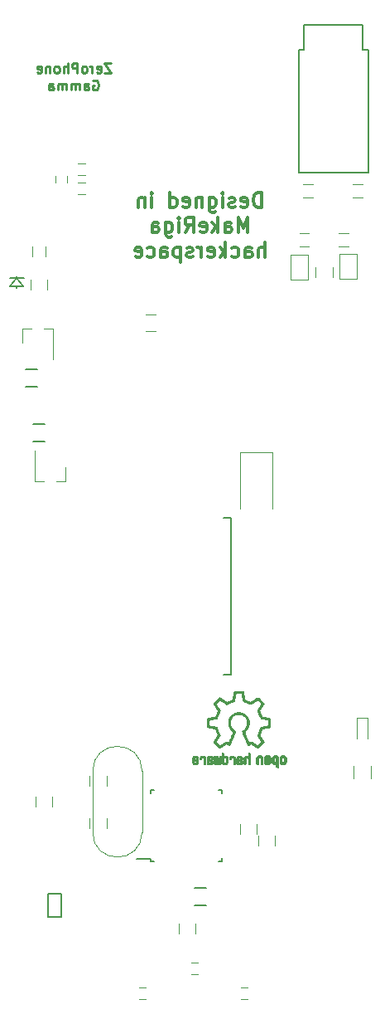
<source format=gbo>
%TF.GenerationSoftware,KiCad,Pcbnew,4.0.6*%
%TF.CreationDate,2017-06-12T22:43:15+03:00*%
%TF.ProjectId,front_prototype,66726F6E745F70726F746F747970652E,rev?*%
%TF.FileFunction,Legend,Bot*%
%FSLAX46Y46*%
G04 Gerber Fmt 4.6, Leading zero omitted, Abs format (unit mm)*
G04 Created by KiCad (PCBNEW 4.0.6) date 06/12/17 22:43:15*
%MOMM*%
%LPD*%
G01*
G04 APERTURE LIST*
%ADD10C,0.100000*%
%ADD11C,0.250000*%
%ADD12C,0.300000*%
%ADD13C,0.150000*%
%ADD14C,0.152400*%
%ADD15C,0.120000*%
%ADD16C,0.010000*%
G04 APERTURE END LIST*
D10*
D11*
X53187124Y-41503381D02*
X52520457Y-41503381D01*
X53187124Y-42503381D01*
X52520457Y-42503381D01*
X51758552Y-42455762D02*
X51853790Y-42503381D01*
X52044267Y-42503381D01*
X52139505Y-42455762D01*
X52187124Y-42360524D01*
X52187124Y-41979571D01*
X52139505Y-41884333D01*
X52044267Y-41836714D01*
X51853790Y-41836714D01*
X51758552Y-41884333D01*
X51710933Y-41979571D01*
X51710933Y-42074810D01*
X52187124Y-42170048D01*
X51282362Y-42503381D02*
X51282362Y-41836714D01*
X51282362Y-42027190D02*
X51234743Y-41931952D01*
X51187124Y-41884333D01*
X51091886Y-41836714D01*
X50996647Y-41836714D01*
X50520457Y-42503381D02*
X50615695Y-42455762D01*
X50663314Y-42408143D01*
X50710933Y-42312905D01*
X50710933Y-42027190D01*
X50663314Y-41931952D01*
X50615695Y-41884333D01*
X50520457Y-41836714D01*
X50377599Y-41836714D01*
X50282361Y-41884333D01*
X50234742Y-41931952D01*
X50187123Y-42027190D01*
X50187123Y-42312905D01*
X50234742Y-42408143D01*
X50282361Y-42455762D01*
X50377599Y-42503381D01*
X50520457Y-42503381D01*
X49758552Y-42503381D02*
X49758552Y-41503381D01*
X49377599Y-41503381D01*
X49282361Y-41551000D01*
X49234742Y-41598619D01*
X49187123Y-41693857D01*
X49187123Y-41836714D01*
X49234742Y-41931952D01*
X49282361Y-41979571D01*
X49377599Y-42027190D01*
X49758552Y-42027190D01*
X48758552Y-42503381D02*
X48758552Y-41503381D01*
X48329980Y-42503381D02*
X48329980Y-41979571D01*
X48377599Y-41884333D01*
X48472837Y-41836714D01*
X48615695Y-41836714D01*
X48710933Y-41884333D01*
X48758552Y-41931952D01*
X47710933Y-42503381D02*
X47806171Y-42455762D01*
X47853790Y-42408143D01*
X47901409Y-42312905D01*
X47901409Y-42027190D01*
X47853790Y-41931952D01*
X47806171Y-41884333D01*
X47710933Y-41836714D01*
X47568075Y-41836714D01*
X47472837Y-41884333D01*
X47425218Y-41931952D01*
X47377599Y-42027190D01*
X47377599Y-42312905D01*
X47425218Y-42408143D01*
X47472837Y-42455762D01*
X47568075Y-42503381D01*
X47710933Y-42503381D01*
X46949028Y-41836714D02*
X46949028Y-42503381D01*
X46949028Y-41931952D02*
X46901409Y-41884333D01*
X46806171Y-41836714D01*
X46663313Y-41836714D01*
X46568075Y-41884333D01*
X46520456Y-41979571D01*
X46520456Y-42503381D01*
X45663313Y-42455762D02*
X45758551Y-42503381D01*
X45949028Y-42503381D01*
X46044266Y-42455762D01*
X46091885Y-42360524D01*
X46091885Y-41979571D01*
X46044266Y-41884333D01*
X45949028Y-41836714D01*
X45758551Y-41836714D01*
X45663313Y-41884333D01*
X45615694Y-41979571D01*
X45615694Y-42074810D01*
X46091885Y-42170048D01*
X51353790Y-43301000D02*
X51449028Y-43253381D01*
X51591885Y-43253381D01*
X51734743Y-43301000D01*
X51829981Y-43396238D01*
X51877600Y-43491476D01*
X51925219Y-43681952D01*
X51925219Y-43824810D01*
X51877600Y-44015286D01*
X51829981Y-44110524D01*
X51734743Y-44205762D01*
X51591885Y-44253381D01*
X51496647Y-44253381D01*
X51353790Y-44205762D01*
X51306171Y-44158143D01*
X51306171Y-43824810D01*
X51496647Y-43824810D01*
X50449028Y-44253381D02*
X50449028Y-43729571D01*
X50496647Y-43634333D01*
X50591885Y-43586714D01*
X50782362Y-43586714D01*
X50877600Y-43634333D01*
X50449028Y-44205762D02*
X50544266Y-44253381D01*
X50782362Y-44253381D01*
X50877600Y-44205762D01*
X50925219Y-44110524D01*
X50925219Y-44015286D01*
X50877600Y-43920048D01*
X50782362Y-43872429D01*
X50544266Y-43872429D01*
X50449028Y-43824810D01*
X49972838Y-44253381D02*
X49972838Y-43586714D01*
X49972838Y-43681952D02*
X49925219Y-43634333D01*
X49829981Y-43586714D01*
X49687123Y-43586714D01*
X49591885Y-43634333D01*
X49544266Y-43729571D01*
X49544266Y-44253381D01*
X49544266Y-43729571D02*
X49496647Y-43634333D01*
X49401409Y-43586714D01*
X49258552Y-43586714D01*
X49163314Y-43634333D01*
X49115695Y-43729571D01*
X49115695Y-44253381D01*
X48639505Y-44253381D02*
X48639505Y-43586714D01*
X48639505Y-43681952D02*
X48591886Y-43634333D01*
X48496648Y-43586714D01*
X48353790Y-43586714D01*
X48258552Y-43634333D01*
X48210933Y-43729571D01*
X48210933Y-44253381D01*
X48210933Y-43729571D02*
X48163314Y-43634333D01*
X48068076Y-43586714D01*
X47925219Y-43586714D01*
X47829981Y-43634333D01*
X47782362Y-43729571D01*
X47782362Y-44253381D01*
X46877600Y-44253381D02*
X46877600Y-43729571D01*
X46925219Y-43634333D01*
X47020457Y-43586714D01*
X47210934Y-43586714D01*
X47306172Y-43634333D01*
X46877600Y-44205762D02*
X46972838Y-44253381D01*
X47210934Y-44253381D01*
X47306172Y-44205762D01*
X47353791Y-44110524D01*
X47353791Y-44015286D01*
X47306172Y-43920048D01*
X47210934Y-43872429D01*
X46972838Y-43872429D01*
X46877600Y-43824810D01*
D12*
X68591914Y-56218371D02*
X68591914Y-54718371D01*
X68234771Y-54718371D01*
X68020486Y-54789800D01*
X67877628Y-54932657D01*
X67806200Y-55075514D01*
X67734771Y-55361229D01*
X67734771Y-55575514D01*
X67806200Y-55861229D01*
X67877628Y-56004086D01*
X68020486Y-56146943D01*
X68234771Y-56218371D01*
X68591914Y-56218371D01*
X66520486Y-56146943D02*
X66663343Y-56218371D01*
X66949057Y-56218371D01*
X67091914Y-56146943D01*
X67163343Y-56004086D01*
X67163343Y-55432657D01*
X67091914Y-55289800D01*
X66949057Y-55218371D01*
X66663343Y-55218371D01*
X66520486Y-55289800D01*
X66449057Y-55432657D01*
X66449057Y-55575514D01*
X67163343Y-55718371D01*
X65877629Y-56146943D02*
X65734772Y-56218371D01*
X65449057Y-56218371D01*
X65306200Y-56146943D01*
X65234772Y-56004086D01*
X65234772Y-55932657D01*
X65306200Y-55789800D01*
X65449057Y-55718371D01*
X65663343Y-55718371D01*
X65806200Y-55646943D01*
X65877629Y-55504086D01*
X65877629Y-55432657D01*
X65806200Y-55289800D01*
X65663343Y-55218371D01*
X65449057Y-55218371D01*
X65306200Y-55289800D01*
X64591914Y-56218371D02*
X64591914Y-55218371D01*
X64591914Y-54718371D02*
X64663343Y-54789800D01*
X64591914Y-54861229D01*
X64520486Y-54789800D01*
X64591914Y-54718371D01*
X64591914Y-54861229D01*
X63234771Y-55218371D02*
X63234771Y-56432657D01*
X63306200Y-56575514D01*
X63377628Y-56646943D01*
X63520485Y-56718371D01*
X63734771Y-56718371D01*
X63877628Y-56646943D01*
X63234771Y-56146943D02*
X63377628Y-56218371D01*
X63663342Y-56218371D01*
X63806200Y-56146943D01*
X63877628Y-56075514D01*
X63949057Y-55932657D01*
X63949057Y-55504086D01*
X63877628Y-55361229D01*
X63806200Y-55289800D01*
X63663342Y-55218371D01*
X63377628Y-55218371D01*
X63234771Y-55289800D01*
X62520485Y-55218371D02*
X62520485Y-56218371D01*
X62520485Y-55361229D02*
X62449057Y-55289800D01*
X62306199Y-55218371D01*
X62091914Y-55218371D01*
X61949057Y-55289800D01*
X61877628Y-55432657D01*
X61877628Y-56218371D01*
X60591914Y-56146943D02*
X60734771Y-56218371D01*
X61020485Y-56218371D01*
X61163342Y-56146943D01*
X61234771Y-56004086D01*
X61234771Y-55432657D01*
X61163342Y-55289800D01*
X61020485Y-55218371D01*
X60734771Y-55218371D01*
X60591914Y-55289800D01*
X60520485Y-55432657D01*
X60520485Y-55575514D01*
X61234771Y-55718371D01*
X59234771Y-56218371D02*
X59234771Y-54718371D01*
X59234771Y-56146943D02*
X59377628Y-56218371D01*
X59663342Y-56218371D01*
X59806200Y-56146943D01*
X59877628Y-56075514D01*
X59949057Y-55932657D01*
X59949057Y-55504086D01*
X59877628Y-55361229D01*
X59806200Y-55289800D01*
X59663342Y-55218371D01*
X59377628Y-55218371D01*
X59234771Y-55289800D01*
X57377628Y-56218371D02*
X57377628Y-55218371D01*
X57377628Y-54718371D02*
X57449057Y-54789800D01*
X57377628Y-54861229D01*
X57306200Y-54789800D01*
X57377628Y-54718371D01*
X57377628Y-54861229D01*
X56663342Y-55218371D02*
X56663342Y-56218371D01*
X56663342Y-55361229D02*
X56591914Y-55289800D01*
X56449056Y-55218371D01*
X56234771Y-55218371D01*
X56091914Y-55289800D01*
X56020485Y-55432657D01*
X56020485Y-56218371D01*
X67199057Y-58768371D02*
X67199057Y-57268371D01*
X66699057Y-58339800D01*
X66199057Y-57268371D01*
X66199057Y-58768371D01*
X64841914Y-58768371D02*
X64841914Y-57982657D01*
X64913343Y-57839800D01*
X65056200Y-57768371D01*
X65341914Y-57768371D01*
X65484771Y-57839800D01*
X64841914Y-58696943D02*
X64984771Y-58768371D01*
X65341914Y-58768371D01*
X65484771Y-58696943D01*
X65556200Y-58554086D01*
X65556200Y-58411229D01*
X65484771Y-58268371D01*
X65341914Y-58196943D01*
X64984771Y-58196943D01*
X64841914Y-58125514D01*
X64127628Y-58768371D02*
X64127628Y-57268371D01*
X63984771Y-58196943D02*
X63556200Y-58768371D01*
X63556200Y-57768371D02*
X64127628Y-58339800D01*
X62341914Y-58696943D02*
X62484771Y-58768371D01*
X62770485Y-58768371D01*
X62913342Y-58696943D01*
X62984771Y-58554086D01*
X62984771Y-57982657D01*
X62913342Y-57839800D01*
X62770485Y-57768371D01*
X62484771Y-57768371D01*
X62341914Y-57839800D01*
X62270485Y-57982657D01*
X62270485Y-58125514D01*
X62984771Y-58268371D01*
X60770485Y-58768371D02*
X61270485Y-58054086D01*
X61627628Y-58768371D02*
X61627628Y-57268371D01*
X61056200Y-57268371D01*
X60913342Y-57339800D01*
X60841914Y-57411229D01*
X60770485Y-57554086D01*
X60770485Y-57768371D01*
X60841914Y-57911229D01*
X60913342Y-57982657D01*
X61056200Y-58054086D01*
X61627628Y-58054086D01*
X60127628Y-58768371D02*
X60127628Y-57768371D01*
X60127628Y-57268371D02*
X60199057Y-57339800D01*
X60127628Y-57411229D01*
X60056200Y-57339800D01*
X60127628Y-57268371D01*
X60127628Y-57411229D01*
X58770485Y-57768371D02*
X58770485Y-58982657D01*
X58841914Y-59125514D01*
X58913342Y-59196943D01*
X59056199Y-59268371D01*
X59270485Y-59268371D01*
X59413342Y-59196943D01*
X58770485Y-58696943D02*
X58913342Y-58768371D01*
X59199056Y-58768371D01*
X59341914Y-58696943D01*
X59413342Y-58625514D01*
X59484771Y-58482657D01*
X59484771Y-58054086D01*
X59413342Y-57911229D01*
X59341914Y-57839800D01*
X59199056Y-57768371D01*
X58913342Y-57768371D01*
X58770485Y-57839800D01*
X57413342Y-58768371D02*
X57413342Y-57982657D01*
X57484771Y-57839800D01*
X57627628Y-57768371D01*
X57913342Y-57768371D01*
X58056199Y-57839800D01*
X57413342Y-58696943D02*
X57556199Y-58768371D01*
X57913342Y-58768371D01*
X58056199Y-58696943D01*
X58127628Y-58554086D01*
X58127628Y-58411229D01*
X58056199Y-58268371D01*
X57913342Y-58196943D01*
X57556199Y-58196943D01*
X57413342Y-58125514D01*
X68913342Y-61318371D02*
X68913342Y-59818371D01*
X68270485Y-61318371D02*
X68270485Y-60532657D01*
X68341914Y-60389800D01*
X68484771Y-60318371D01*
X68699056Y-60318371D01*
X68841914Y-60389800D01*
X68913342Y-60461229D01*
X66913342Y-61318371D02*
X66913342Y-60532657D01*
X66984771Y-60389800D01*
X67127628Y-60318371D01*
X67413342Y-60318371D01*
X67556199Y-60389800D01*
X66913342Y-61246943D02*
X67056199Y-61318371D01*
X67413342Y-61318371D01*
X67556199Y-61246943D01*
X67627628Y-61104086D01*
X67627628Y-60961229D01*
X67556199Y-60818371D01*
X67413342Y-60746943D01*
X67056199Y-60746943D01*
X66913342Y-60675514D01*
X65556199Y-61246943D02*
X65699056Y-61318371D01*
X65984770Y-61318371D01*
X66127628Y-61246943D01*
X66199056Y-61175514D01*
X66270485Y-61032657D01*
X66270485Y-60604086D01*
X66199056Y-60461229D01*
X66127628Y-60389800D01*
X65984770Y-60318371D01*
X65699056Y-60318371D01*
X65556199Y-60389800D01*
X64913342Y-61318371D02*
X64913342Y-59818371D01*
X64770485Y-60746943D02*
X64341914Y-61318371D01*
X64341914Y-60318371D02*
X64913342Y-60889800D01*
X63127628Y-61246943D02*
X63270485Y-61318371D01*
X63556199Y-61318371D01*
X63699056Y-61246943D01*
X63770485Y-61104086D01*
X63770485Y-60532657D01*
X63699056Y-60389800D01*
X63556199Y-60318371D01*
X63270485Y-60318371D01*
X63127628Y-60389800D01*
X63056199Y-60532657D01*
X63056199Y-60675514D01*
X63770485Y-60818371D01*
X62413342Y-61318371D02*
X62413342Y-60318371D01*
X62413342Y-60604086D02*
X62341914Y-60461229D01*
X62270485Y-60389800D01*
X62127628Y-60318371D01*
X61984771Y-60318371D01*
X61556200Y-61246943D02*
X61413343Y-61318371D01*
X61127628Y-61318371D01*
X60984771Y-61246943D01*
X60913343Y-61104086D01*
X60913343Y-61032657D01*
X60984771Y-60889800D01*
X61127628Y-60818371D01*
X61341914Y-60818371D01*
X61484771Y-60746943D01*
X61556200Y-60604086D01*
X61556200Y-60532657D01*
X61484771Y-60389800D01*
X61341914Y-60318371D01*
X61127628Y-60318371D01*
X60984771Y-60389800D01*
X60270485Y-60318371D02*
X60270485Y-61818371D01*
X60270485Y-60389800D02*
X60127628Y-60318371D01*
X59841914Y-60318371D01*
X59699057Y-60389800D01*
X59627628Y-60461229D01*
X59556199Y-60604086D01*
X59556199Y-61032657D01*
X59627628Y-61175514D01*
X59699057Y-61246943D01*
X59841914Y-61318371D01*
X60127628Y-61318371D01*
X60270485Y-61246943D01*
X58270485Y-61318371D02*
X58270485Y-60532657D01*
X58341914Y-60389800D01*
X58484771Y-60318371D01*
X58770485Y-60318371D01*
X58913342Y-60389800D01*
X58270485Y-61246943D02*
X58413342Y-61318371D01*
X58770485Y-61318371D01*
X58913342Y-61246943D01*
X58984771Y-61104086D01*
X58984771Y-60961229D01*
X58913342Y-60818371D01*
X58770485Y-60746943D01*
X58413342Y-60746943D01*
X58270485Y-60675514D01*
X56913342Y-61246943D02*
X57056199Y-61318371D01*
X57341913Y-61318371D01*
X57484771Y-61246943D01*
X57556199Y-61175514D01*
X57627628Y-61032657D01*
X57627628Y-60604086D01*
X57556199Y-60461229D01*
X57484771Y-60389800D01*
X57341913Y-60318371D01*
X57056199Y-60318371D01*
X56913342Y-60389800D01*
X55699057Y-61246943D02*
X55841914Y-61318371D01*
X56127628Y-61318371D01*
X56270485Y-61246943D01*
X56341914Y-61104086D01*
X56341914Y-60532657D01*
X56270485Y-60389800D01*
X56127628Y-60318371D01*
X55841914Y-60318371D01*
X55699057Y-60389800D01*
X55627628Y-60532657D01*
X55627628Y-60675514D01*
X56341914Y-60818371D01*
D13*
X72396000Y-52678000D02*
X79496000Y-52678000D01*
X79496000Y-52678000D02*
X79496000Y-40178000D01*
X79496000Y-40178000D02*
X78946000Y-40178000D01*
X78946000Y-40178000D02*
X78946000Y-37578000D01*
X72946000Y-37578000D02*
X78946000Y-37578000D01*
X72946000Y-40178000D02*
X72946000Y-37578000D01*
X72396000Y-40178000D02*
X72946000Y-40178000D01*
X72396000Y-40178000D02*
X72396000Y-52678000D01*
D14*
X64675000Y-87884000D02*
X65437000Y-87884000D01*
X65437000Y-87884000D02*
X65437000Y-103886000D01*
X65437000Y-103886000D02*
X64675000Y-103886000D01*
D15*
X44140000Y-68582000D02*
X45070000Y-68582000D01*
X47300000Y-68582000D02*
X46370000Y-68582000D01*
X47300000Y-68582000D02*
X47300000Y-71742000D01*
X44140000Y-68582000D02*
X44140000Y-70042000D01*
D13*
X43548300Y-63394120D02*
X43548300Y-63244260D01*
X43548300Y-64242480D02*
X43548300Y-64443140D01*
X43548300Y-63394120D02*
X44297600Y-63394120D01*
X43548300Y-63394120D02*
X42847260Y-63394120D01*
X43548300Y-63394120D02*
X42847260Y-64242480D01*
X42847260Y-64242480D02*
X44249340Y-64242480D01*
X44249340Y-64242480D02*
X43548300Y-63394120D01*
X57271500Y-122941500D02*
X57271500Y-122716500D01*
X64521500Y-122941500D02*
X64521500Y-122616500D01*
X64521500Y-115691500D02*
X64521500Y-116016500D01*
X57271500Y-115691500D02*
X57271500Y-116016500D01*
X57271500Y-122941500D02*
X57596500Y-122941500D01*
X57271500Y-115691500D02*
X57596500Y-115691500D01*
X64521500Y-115691500D02*
X64196500Y-115691500D01*
X64521500Y-122941500D02*
X64196500Y-122941500D01*
X57271500Y-122716500D02*
X55846500Y-122716500D01*
X62957000Y-125680500D02*
X61757000Y-125680500D01*
X61757000Y-127430500D02*
X62957000Y-127430500D01*
X45685000Y-72785000D02*
X44485000Y-72785000D01*
X44485000Y-74535000D02*
X45685000Y-74535000D01*
X46447000Y-78373000D02*
X45247000Y-78373000D01*
X45247000Y-80123000D02*
X46447000Y-80123000D01*
D15*
X78360000Y-60960000D02*
X78360000Y-63500000D01*
X76580000Y-63500000D02*
X76580000Y-60960000D01*
X76580000Y-63500000D02*
X78360000Y-63500000D01*
X78360000Y-60960000D02*
X76580000Y-60960000D01*
X71563500Y-63627000D02*
X71563500Y-61087000D01*
X73343500Y-61087000D02*
X73343500Y-63627000D01*
X73343500Y-61087000D02*
X71563500Y-61087000D01*
X71563500Y-63627000D02*
X73343500Y-63627000D01*
X48570000Y-84199000D02*
X47640000Y-84199000D01*
X45410000Y-84199000D02*
X46340000Y-84199000D01*
X45410000Y-84199000D02*
X45410000Y-81039000D01*
X48570000Y-84199000D02*
X48570000Y-82739000D01*
X56373000Y-113742000D02*
G75*
G03X51323000Y-113742000I-2525000J0D01*
G01*
X56373000Y-119992000D02*
G75*
G02X51323000Y-119992000I-2525000J0D01*
G01*
X51323000Y-113742000D02*
X51323000Y-119992000D01*
X56373000Y-113742000D02*
X56373000Y-119992000D01*
X51029500Y-119562500D02*
X51029500Y-118562500D01*
X52729500Y-118562500D02*
X52729500Y-119562500D01*
X52729500Y-114244500D02*
X52729500Y-115244500D01*
X51029500Y-115244500D02*
X51029500Y-114244500D01*
X47205000Y-116340000D02*
X47205000Y-117340000D01*
X45505000Y-117340000D02*
X45505000Y-116340000D01*
X66409200Y-120134000D02*
X66409200Y-119134000D01*
X68109200Y-119134000D02*
X68109200Y-120134000D01*
X57787160Y-68835640D02*
X56787160Y-68835640D01*
X56787160Y-67135640D02*
X57787160Y-67135640D01*
X68238000Y-121353200D02*
X68238000Y-120353200D01*
X69938000Y-120353200D02*
X69938000Y-121353200D01*
X75843500Y-62359600D02*
X75843500Y-63359600D01*
X74143500Y-63359600D02*
X74143500Y-62359600D01*
X50525200Y-51724000D02*
X49825200Y-51724000D01*
X49825200Y-52924000D02*
X50525200Y-52924000D01*
X47507600Y-52990000D02*
X47507600Y-53690000D01*
X48707600Y-53690000D02*
X48707600Y-52990000D01*
X49825200Y-54905200D02*
X50525200Y-54905200D01*
X50525200Y-53705200D02*
X49825200Y-53705200D01*
X56038000Y-136998000D02*
X56738000Y-136998000D01*
X56738000Y-135798000D02*
X56038000Y-135798000D01*
X61372000Y-134458000D02*
X62072000Y-134458000D01*
X62072000Y-133258000D02*
X61372000Y-133258000D01*
X66452000Y-136998000D02*
X67152000Y-136998000D01*
X67152000Y-135798000D02*
X66452000Y-135798000D01*
X44950000Y-64600000D02*
X44950000Y-63600000D01*
X46650000Y-63600000D02*
X46650000Y-64600000D01*
X60110000Y-130294000D02*
X60110000Y-129294000D01*
X61810000Y-129294000D02*
X61810000Y-130294000D01*
X78317000Y-108301000D02*
X79417000Y-108301000D01*
X79417000Y-108301000D02*
X79417000Y-110401000D01*
X78317000Y-108301000D02*
X78317000Y-110401000D01*
D13*
X46734500Y-126243000D02*
X46734500Y-128643000D01*
X48134500Y-126243000D02*
X46734500Y-126243000D01*
X48134500Y-128643000D02*
X48134500Y-126243000D01*
X46734500Y-128643000D02*
X48134500Y-128643000D01*
D15*
X78943000Y-53866500D02*
X77943000Y-53866500D01*
X77943000Y-55226500D02*
X78943000Y-55226500D01*
X73822000Y-53866500D02*
X72822000Y-53866500D01*
X72822000Y-55226500D02*
X73822000Y-55226500D01*
X76462000Y-60243000D02*
X77462000Y-60243000D01*
X77462000Y-58883000D02*
X76462000Y-58883000D01*
X73461500Y-58883000D02*
X72461500Y-58883000D01*
X72461500Y-60243000D02*
X73461500Y-60243000D01*
X45141600Y-60206000D02*
X45141600Y-61206000D01*
X46501600Y-61206000D02*
X46501600Y-60206000D01*
X79747000Y-114455500D02*
X79747000Y-113255500D01*
X77987000Y-113255500D02*
X77987000Y-114455500D01*
D16*
G36*
X69969354Y-112120468D02*
X69954783Y-112120886D01*
X69924377Y-112122115D01*
X69901742Y-112123808D01*
X69884065Y-112126418D01*
X69868534Y-112130397D01*
X69852337Y-112136199D01*
X69847355Y-112138190D01*
X69793431Y-112165620D01*
X69745357Y-112201454D01*
X69703990Y-112244763D01*
X69670188Y-112294619D01*
X69644808Y-112350092D01*
X69640793Y-112361855D01*
X69626960Y-112404744D01*
X69628947Y-112604924D01*
X69629490Y-112656648D01*
X69630036Y-112698966D01*
X69630652Y-112733055D01*
X69631406Y-112760094D01*
X69632365Y-112781259D01*
X69633598Y-112797728D01*
X69635170Y-112810679D01*
X69637150Y-112821287D01*
X69639606Y-112830732D01*
X69642401Y-112839581D01*
X69663815Y-112888899D01*
X69693590Y-112935268D01*
X69730178Y-112977133D01*
X69772033Y-113012935D01*
X69817608Y-113041118D01*
X69859751Y-113058438D01*
X69915013Y-113071101D01*
X69972086Y-113075559D01*
X70027946Y-113071734D01*
X70065636Y-113063827D01*
X70077542Y-113060516D01*
X70077542Y-113176730D01*
X70077615Y-113215104D01*
X70077902Y-113244274D01*
X70078507Y-113265616D01*
X70079531Y-113280509D01*
X70081078Y-113290329D01*
X70083251Y-113296454D01*
X70086151Y-113300263D01*
X70086803Y-113300846D01*
X70096274Y-113306821D01*
X70113471Y-113315756D01*
X70136279Y-113326718D01*
X70162583Y-113338777D01*
X70190266Y-113351001D01*
X70217214Y-113362456D01*
X70241311Y-113372211D01*
X70260441Y-113379335D01*
X70272490Y-113382894D01*
X70273363Y-113383038D01*
X70289223Y-113382945D01*
X70300144Y-113376452D01*
X70301144Y-113375388D01*
X70302724Y-113373146D01*
X70304113Y-113369697D01*
X70305324Y-113364392D01*
X70306369Y-113356582D01*
X70307260Y-113345616D01*
X70308009Y-113330845D01*
X70308628Y-113311619D01*
X70309130Y-113287289D01*
X70309527Y-113257205D01*
X70309830Y-113220718D01*
X70310052Y-113177177D01*
X70310205Y-113125934D01*
X70310302Y-113066338D01*
X70310354Y-112997740D01*
X70310374Y-112919490D01*
X70310375Y-112882350D01*
X70310375Y-112596084D01*
X70072250Y-112596084D01*
X70072220Y-112645440D01*
X70072009Y-112685394D01*
X70071435Y-112717127D01*
X70070317Y-112741820D01*
X70068475Y-112760655D01*
X70065728Y-112774812D01*
X70061893Y-112785472D01*
X70056791Y-112793818D01*
X70050240Y-112801030D01*
X70042059Y-112808288D01*
X70039368Y-112810561D01*
X70011218Y-112828822D01*
X69981517Y-112838311D01*
X69952186Y-112838675D01*
X69927790Y-112830959D01*
X69911850Y-112821134D01*
X69896461Y-112809048D01*
X69895830Y-112808469D01*
X69887463Y-112800501D01*
X69880744Y-112792964D01*
X69875495Y-112784647D01*
X69871541Y-112774340D01*
X69868706Y-112760830D01*
X69866813Y-112742909D01*
X69865687Y-112719365D01*
X69865151Y-112688988D01*
X69865029Y-112650567D01*
X69865145Y-112602892D01*
X69865162Y-112597703D01*
X69865356Y-112551113D01*
X69865641Y-112513871D01*
X69866089Y-112484740D01*
X69866775Y-112462484D01*
X69867773Y-112445866D01*
X69869157Y-112433652D01*
X69871001Y-112424603D01*
X69873378Y-112417485D01*
X69876333Y-112411122D01*
X69894129Y-112386850D01*
X69918469Y-112368351D01*
X69946828Y-112356647D01*
X69976681Y-112352759D01*
X70005504Y-112357706D01*
X70007083Y-112358283D01*
X70023889Y-112367942D01*
X70042025Y-112383356D01*
X70057714Y-112401011D01*
X70064764Y-112411935D01*
X70066927Y-112418014D01*
X70068653Y-112427808D01*
X70069984Y-112442371D01*
X70070965Y-112462758D01*
X70071637Y-112490021D01*
X70072044Y-112525214D01*
X70072228Y-112569392D01*
X70072250Y-112596084D01*
X70310375Y-112596084D01*
X70310375Y-112399512D01*
X70296757Y-112358892D01*
X70281441Y-112319069D01*
X70263471Y-112285078D01*
X70240666Y-112253465D01*
X70210847Y-112220773D01*
X70207566Y-112217481D01*
X70164751Y-112180026D01*
X70120271Y-112151913D01*
X70072070Y-112131907D01*
X70057971Y-112127686D01*
X70040535Y-112123651D01*
X70021751Y-112121222D01*
X69998924Y-112120220D01*
X69969354Y-112120468D01*
X69969354Y-112120468D01*
G37*
X69969354Y-112120468D02*
X69954783Y-112120886D01*
X69924377Y-112122115D01*
X69901742Y-112123808D01*
X69884065Y-112126418D01*
X69868534Y-112130397D01*
X69852337Y-112136199D01*
X69847355Y-112138190D01*
X69793431Y-112165620D01*
X69745357Y-112201454D01*
X69703990Y-112244763D01*
X69670188Y-112294619D01*
X69644808Y-112350092D01*
X69640793Y-112361855D01*
X69626960Y-112404744D01*
X69628947Y-112604924D01*
X69629490Y-112656648D01*
X69630036Y-112698966D01*
X69630652Y-112733055D01*
X69631406Y-112760094D01*
X69632365Y-112781259D01*
X69633598Y-112797728D01*
X69635170Y-112810679D01*
X69637150Y-112821287D01*
X69639606Y-112830732D01*
X69642401Y-112839581D01*
X69663815Y-112888899D01*
X69693590Y-112935268D01*
X69730178Y-112977133D01*
X69772033Y-113012935D01*
X69817608Y-113041118D01*
X69859751Y-113058438D01*
X69915013Y-113071101D01*
X69972086Y-113075559D01*
X70027946Y-113071734D01*
X70065636Y-113063827D01*
X70077542Y-113060516D01*
X70077542Y-113176730D01*
X70077615Y-113215104D01*
X70077902Y-113244274D01*
X70078507Y-113265616D01*
X70079531Y-113280509D01*
X70081078Y-113290329D01*
X70083251Y-113296454D01*
X70086151Y-113300263D01*
X70086803Y-113300846D01*
X70096274Y-113306821D01*
X70113471Y-113315756D01*
X70136279Y-113326718D01*
X70162583Y-113338777D01*
X70190266Y-113351001D01*
X70217214Y-113362456D01*
X70241311Y-113372211D01*
X70260441Y-113379335D01*
X70272490Y-113382894D01*
X70273363Y-113383038D01*
X70289223Y-113382945D01*
X70300144Y-113376452D01*
X70301144Y-113375388D01*
X70302724Y-113373146D01*
X70304113Y-113369697D01*
X70305324Y-113364392D01*
X70306369Y-113356582D01*
X70307260Y-113345616D01*
X70308009Y-113330845D01*
X70308628Y-113311619D01*
X70309130Y-113287289D01*
X70309527Y-113257205D01*
X70309830Y-113220718D01*
X70310052Y-113177177D01*
X70310205Y-113125934D01*
X70310302Y-113066338D01*
X70310354Y-112997740D01*
X70310374Y-112919490D01*
X70310375Y-112882350D01*
X70310375Y-112596084D01*
X70072250Y-112596084D01*
X70072220Y-112645440D01*
X70072009Y-112685394D01*
X70071435Y-112717127D01*
X70070317Y-112741820D01*
X70068475Y-112760655D01*
X70065728Y-112774812D01*
X70061893Y-112785472D01*
X70056791Y-112793818D01*
X70050240Y-112801030D01*
X70042059Y-112808288D01*
X70039368Y-112810561D01*
X70011218Y-112828822D01*
X69981517Y-112838311D01*
X69952186Y-112838675D01*
X69927790Y-112830959D01*
X69911850Y-112821134D01*
X69896461Y-112809048D01*
X69895830Y-112808469D01*
X69887463Y-112800501D01*
X69880744Y-112792964D01*
X69875495Y-112784647D01*
X69871541Y-112774340D01*
X69868706Y-112760830D01*
X69866813Y-112742909D01*
X69865687Y-112719365D01*
X69865151Y-112688988D01*
X69865029Y-112650567D01*
X69865145Y-112602892D01*
X69865162Y-112597703D01*
X69865356Y-112551113D01*
X69865641Y-112513871D01*
X69866089Y-112484740D01*
X69866775Y-112462484D01*
X69867773Y-112445866D01*
X69869157Y-112433652D01*
X69871001Y-112424603D01*
X69873378Y-112417485D01*
X69876333Y-112411122D01*
X69894129Y-112386850D01*
X69918469Y-112368351D01*
X69946828Y-112356647D01*
X69976681Y-112352759D01*
X70005504Y-112357706D01*
X70007083Y-112358283D01*
X70023889Y-112367942D01*
X70042025Y-112383356D01*
X70057714Y-112401011D01*
X70064764Y-112411935D01*
X70066927Y-112418014D01*
X70068653Y-112427808D01*
X70069984Y-112442371D01*
X70070965Y-112462758D01*
X70071637Y-112490021D01*
X70072044Y-112525214D01*
X70072228Y-112569392D01*
X70072250Y-112596084D01*
X70310375Y-112596084D01*
X70310375Y-112399512D01*
X70296757Y-112358892D01*
X70281441Y-112319069D01*
X70263471Y-112285078D01*
X70240666Y-112253465D01*
X70210847Y-112220773D01*
X70207566Y-112217481D01*
X70164751Y-112180026D01*
X70120271Y-112151913D01*
X70072070Y-112131907D01*
X70057971Y-112127686D01*
X70040535Y-112123651D01*
X70021751Y-112121222D01*
X69998924Y-112120220D01*
X69969354Y-112120468D01*
G36*
X68344280Y-112120645D02*
X68310217Y-112124897D01*
X68279014Y-112132942D01*
X68246922Y-112145595D01*
X68232164Y-112152533D01*
X68183816Y-112181662D01*
X68140578Y-112218770D01*
X68103631Y-112262326D01*
X68074159Y-112310797D01*
X68053343Y-112362649D01*
X68045566Y-112394400D01*
X68044238Y-112406786D01*
X68043094Y-112427932D01*
X68042130Y-112456662D01*
X68041344Y-112491804D01*
X68040734Y-112532182D01*
X68040297Y-112576622D01*
X68040031Y-112623951D01*
X68039933Y-112672994D01*
X68040001Y-112722577D01*
X68040231Y-112771526D01*
X68040623Y-112818667D01*
X68041172Y-112862825D01*
X68041876Y-112902826D01*
X68042734Y-112937497D01*
X68043742Y-112965663D01*
X68044898Y-112986149D01*
X68046200Y-112997783D01*
X68046865Y-112999864D01*
X68055982Y-113007313D01*
X68074487Y-113018048D01*
X68101808Y-113031780D01*
X68137373Y-113048221D01*
X68180606Y-113067085D01*
X68181498Y-113067465D01*
X68205430Y-113077236D01*
X68222070Y-113082812D01*
X68233589Y-113084742D01*
X68242154Y-113083576D01*
X68243398Y-113083138D01*
X68249278Y-113080895D01*
X68254303Y-113078446D01*
X68258547Y-113074996D01*
X68262079Y-113069746D01*
X68264972Y-113061900D01*
X68267298Y-113050661D01*
X68269127Y-113035230D01*
X68270531Y-113014811D01*
X68271583Y-112988607D01*
X68272353Y-112955820D01*
X68272914Y-112915654D01*
X68273336Y-112867310D01*
X68273691Y-112809992D01*
X68274051Y-112742902D01*
X68274058Y-112741604D01*
X68274406Y-112674743D01*
X68274734Y-112617622D01*
X68275120Y-112569399D01*
X68275647Y-112529231D01*
X68276395Y-112496276D01*
X68277444Y-112469691D01*
X68278876Y-112448633D01*
X68280770Y-112432260D01*
X68283207Y-112419730D01*
X68286268Y-112410200D01*
X68290034Y-112402827D01*
X68294584Y-112396769D01*
X68300001Y-112391184D01*
X68306363Y-112385228D01*
X68308330Y-112383375D01*
X68335180Y-112364379D01*
X68364464Y-112354794D01*
X68394484Y-112354282D01*
X68423545Y-112362511D01*
X68449951Y-112379143D01*
X68472006Y-112403846D01*
X68479943Y-112417279D01*
X68482199Y-112422129D01*
X68484092Y-112427772D01*
X68485654Y-112435122D01*
X68486917Y-112445094D01*
X68487913Y-112458602D01*
X68488672Y-112476559D01*
X68489227Y-112499881D01*
X68489609Y-112529481D01*
X68489850Y-112566273D01*
X68489981Y-112611172D01*
X68490034Y-112665092D01*
X68490042Y-112709299D01*
X68490140Y-112768145D01*
X68490425Y-112822023D01*
X68490881Y-112870117D01*
X68491494Y-112911610D01*
X68492251Y-112945688D01*
X68493136Y-112971534D01*
X68494136Y-112988333D01*
X68495101Y-112994992D01*
X68501711Y-113004202D01*
X68515507Y-113014143D01*
X68537904Y-113025806D01*
X68541403Y-113027445D01*
X68562347Y-113037015D01*
X68586181Y-113047661D01*
X68610950Y-113058542D01*
X68634703Y-113068816D01*
X68655487Y-113077642D01*
X68671349Y-113084178D01*
X68680336Y-113087581D01*
X68681595Y-113087873D01*
X68687140Y-113085877D01*
X68694786Y-113082866D01*
X68700478Y-113080590D01*
X68705363Y-113078171D01*
X68709498Y-113074837D01*
X68712941Y-113069817D01*
X68715749Y-113062337D01*
X68717978Y-113051626D01*
X68719686Y-113036910D01*
X68720929Y-113017418D01*
X68721766Y-112992377D01*
X68722253Y-112961014D01*
X68722446Y-112922559D01*
X68722404Y-112876237D01*
X68722183Y-112821276D01*
X68721840Y-112756906D01*
X68721633Y-112719598D01*
X68721240Y-112651458D01*
X68720847Y-112593065D01*
X68720429Y-112543581D01*
X68719958Y-112502168D01*
X68719409Y-112467989D01*
X68718754Y-112440208D01*
X68717967Y-112417986D01*
X68717021Y-112400487D01*
X68715891Y-112386873D01*
X68714549Y-112376307D01*
X68712968Y-112367953D01*
X68711123Y-112360971D01*
X68710168Y-112357959D01*
X68686101Y-112301616D01*
X68653394Y-112251039D01*
X68612703Y-112206998D01*
X68564681Y-112170265D01*
X68538148Y-112154893D01*
X68495615Y-112136141D01*
X68452190Y-112124686D01*
X68404407Y-112119724D01*
X68384954Y-112119373D01*
X68344280Y-112120645D01*
X68344280Y-112120645D01*
G37*
X68344280Y-112120645D02*
X68310217Y-112124897D01*
X68279014Y-112132942D01*
X68246922Y-112145595D01*
X68232164Y-112152533D01*
X68183816Y-112181662D01*
X68140578Y-112218770D01*
X68103631Y-112262326D01*
X68074159Y-112310797D01*
X68053343Y-112362649D01*
X68045566Y-112394400D01*
X68044238Y-112406786D01*
X68043094Y-112427932D01*
X68042130Y-112456662D01*
X68041344Y-112491804D01*
X68040734Y-112532182D01*
X68040297Y-112576622D01*
X68040031Y-112623951D01*
X68039933Y-112672994D01*
X68040001Y-112722577D01*
X68040231Y-112771526D01*
X68040623Y-112818667D01*
X68041172Y-112862825D01*
X68041876Y-112902826D01*
X68042734Y-112937497D01*
X68043742Y-112965663D01*
X68044898Y-112986149D01*
X68046200Y-112997783D01*
X68046865Y-112999864D01*
X68055982Y-113007313D01*
X68074487Y-113018048D01*
X68101808Y-113031780D01*
X68137373Y-113048221D01*
X68180606Y-113067085D01*
X68181498Y-113067465D01*
X68205430Y-113077236D01*
X68222070Y-113082812D01*
X68233589Y-113084742D01*
X68242154Y-113083576D01*
X68243398Y-113083138D01*
X68249278Y-113080895D01*
X68254303Y-113078446D01*
X68258547Y-113074996D01*
X68262079Y-113069746D01*
X68264972Y-113061900D01*
X68267298Y-113050661D01*
X68269127Y-113035230D01*
X68270531Y-113014811D01*
X68271583Y-112988607D01*
X68272353Y-112955820D01*
X68272914Y-112915654D01*
X68273336Y-112867310D01*
X68273691Y-112809992D01*
X68274051Y-112742902D01*
X68274058Y-112741604D01*
X68274406Y-112674743D01*
X68274734Y-112617622D01*
X68275120Y-112569399D01*
X68275647Y-112529231D01*
X68276395Y-112496276D01*
X68277444Y-112469691D01*
X68278876Y-112448633D01*
X68280770Y-112432260D01*
X68283207Y-112419730D01*
X68286268Y-112410200D01*
X68290034Y-112402827D01*
X68294584Y-112396769D01*
X68300001Y-112391184D01*
X68306363Y-112385228D01*
X68308330Y-112383375D01*
X68335180Y-112364379D01*
X68364464Y-112354794D01*
X68394484Y-112354282D01*
X68423545Y-112362511D01*
X68449951Y-112379143D01*
X68472006Y-112403846D01*
X68479943Y-112417279D01*
X68482199Y-112422129D01*
X68484092Y-112427772D01*
X68485654Y-112435122D01*
X68486917Y-112445094D01*
X68487913Y-112458602D01*
X68488672Y-112476559D01*
X68489227Y-112499881D01*
X68489609Y-112529481D01*
X68489850Y-112566273D01*
X68489981Y-112611172D01*
X68490034Y-112665092D01*
X68490042Y-112709299D01*
X68490140Y-112768145D01*
X68490425Y-112822023D01*
X68490881Y-112870117D01*
X68491494Y-112911610D01*
X68492251Y-112945688D01*
X68493136Y-112971534D01*
X68494136Y-112988333D01*
X68495101Y-112994992D01*
X68501711Y-113004202D01*
X68515507Y-113014143D01*
X68537904Y-113025806D01*
X68541403Y-113027445D01*
X68562347Y-113037015D01*
X68586181Y-113047661D01*
X68610950Y-113058542D01*
X68634703Y-113068816D01*
X68655487Y-113077642D01*
X68671349Y-113084178D01*
X68680336Y-113087581D01*
X68681595Y-113087873D01*
X68687140Y-113085877D01*
X68694786Y-113082866D01*
X68700478Y-113080590D01*
X68705363Y-113078171D01*
X68709498Y-113074837D01*
X68712941Y-113069817D01*
X68715749Y-113062337D01*
X68717978Y-113051626D01*
X68719686Y-113036910D01*
X68720929Y-113017418D01*
X68721766Y-112992377D01*
X68722253Y-112961014D01*
X68722446Y-112922559D01*
X68722404Y-112876237D01*
X68722183Y-112821276D01*
X68721840Y-112756906D01*
X68721633Y-112719598D01*
X68721240Y-112651458D01*
X68720847Y-112593065D01*
X68720429Y-112543581D01*
X68719958Y-112502168D01*
X68719409Y-112467989D01*
X68718754Y-112440208D01*
X68717967Y-112417986D01*
X68717021Y-112400487D01*
X68715891Y-112386873D01*
X68714549Y-112376307D01*
X68712968Y-112367953D01*
X68711123Y-112360971D01*
X68710168Y-112357959D01*
X68686101Y-112301616D01*
X68653394Y-112251039D01*
X68612703Y-112206998D01*
X68564681Y-112170265D01*
X68538148Y-112154893D01*
X68495615Y-112136141D01*
X68452190Y-112124686D01*
X68404407Y-112119724D01*
X68384954Y-112119373D01*
X68344280Y-112120645D01*
G36*
X70718256Y-112119705D02*
X70690791Y-112123422D01*
X70686084Y-112124461D01*
X70631840Y-112142884D01*
X70580892Y-112170591D01*
X70534641Y-112206454D01*
X70494487Y-112249347D01*
X70461831Y-112298140D01*
X70455481Y-112310172D01*
X70448253Y-112325003D01*
X70442307Y-112338796D01*
X70437496Y-112352778D01*
X70433677Y-112368177D01*
X70430705Y-112386221D01*
X70428436Y-112408139D01*
X70426725Y-112435157D01*
X70425427Y-112468504D01*
X70424399Y-112509408D01*
X70423495Y-112559097D01*
X70423077Y-112585500D01*
X70422319Y-112636015D01*
X70421792Y-112677192D01*
X70421542Y-112710277D01*
X70421613Y-112736512D01*
X70422053Y-112757143D01*
X70422905Y-112773413D01*
X70424215Y-112786567D01*
X70426030Y-112797850D01*
X70428393Y-112808504D01*
X70431352Y-112819776D01*
X70431681Y-112820979D01*
X70452630Y-112878311D01*
X70482479Y-112929965D01*
X70521077Y-112975749D01*
X70568273Y-113015471D01*
X70601417Y-113036758D01*
X70635215Y-113052068D01*
X70676173Y-113063834D01*
X70721312Y-113071549D01*
X70767655Y-113074708D01*
X70812224Y-113072805D01*
X70813084Y-113072711D01*
X70835148Y-113069540D01*
X70856447Y-113065301D01*
X70868646Y-113062038D01*
X70919082Y-113040326D01*
X70966231Y-113009600D01*
X71008705Y-112971258D01*
X71045117Y-112926698D01*
X71074080Y-112877316D01*
X71089561Y-112839500D01*
X71092579Y-112830080D01*
X71095042Y-112820687D01*
X71097017Y-112810130D01*
X71098575Y-112797223D01*
X71099783Y-112780777D01*
X71100710Y-112759603D01*
X71101424Y-112732514D01*
X71101996Y-112698322D01*
X71102492Y-112655837D01*
X71102672Y-112636756D01*
X70870927Y-112636756D01*
X70870857Y-112680644D01*
X70870206Y-112714784D01*
X70868963Y-112739587D01*
X70867120Y-112755462D01*
X70866362Y-112758872D01*
X70853950Y-112786829D01*
X70834379Y-112809692D01*
X70809654Y-112826548D01*
X70781781Y-112836488D01*
X70752764Y-112838599D01*
X70724607Y-112831970D01*
X70715434Y-112827477D01*
X70699529Y-112815898D01*
X70683305Y-112800204D01*
X70677070Y-112792756D01*
X70659625Y-112769886D01*
X70659625Y-112601308D01*
X70659810Y-112549737D01*
X70660350Y-112505638D01*
X70661226Y-112469665D01*
X70662417Y-112442466D01*
X70663904Y-112424695D01*
X70665242Y-112417834D01*
X70679442Y-112394211D01*
X70701287Y-112374802D01*
X70728219Y-112361016D01*
X70757680Y-112354262D01*
X70780001Y-112354672D01*
X70811079Y-112363665D01*
X70836328Y-112381449D01*
X70854012Y-112404577D01*
X70868388Y-112429108D01*
X70870424Y-112582710D01*
X70870927Y-112636756D01*
X71102672Y-112636756D01*
X71102946Y-112607949D01*
X71103387Y-112552563D01*
X71103532Y-112506507D01*
X71103244Y-112468529D01*
X71102384Y-112437378D01*
X71100814Y-112411802D01*
X71098395Y-112390548D01*
X71094991Y-112372364D01*
X71090462Y-112356000D01*
X71084671Y-112340202D01*
X71077480Y-112323720D01*
X71069808Y-112307497D01*
X71051835Y-112276565D01*
X71027656Y-112243905D01*
X71000217Y-112213099D01*
X70972467Y-112187731D01*
X70969140Y-112185133D01*
X70943576Y-112168111D01*
X70912754Y-112151339D01*
X70880766Y-112136807D01*
X70851708Y-112126506D01*
X70844834Y-112124694D01*
X70818571Y-112120480D01*
X70786090Y-112118240D01*
X70751337Y-112117979D01*
X70718256Y-112119705D01*
X70718256Y-112119705D01*
G37*
X70718256Y-112119705D02*
X70690791Y-112123422D01*
X70686084Y-112124461D01*
X70631840Y-112142884D01*
X70580892Y-112170591D01*
X70534641Y-112206454D01*
X70494487Y-112249347D01*
X70461831Y-112298140D01*
X70455481Y-112310172D01*
X70448253Y-112325003D01*
X70442307Y-112338796D01*
X70437496Y-112352778D01*
X70433677Y-112368177D01*
X70430705Y-112386221D01*
X70428436Y-112408139D01*
X70426725Y-112435157D01*
X70425427Y-112468504D01*
X70424399Y-112509408D01*
X70423495Y-112559097D01*
X70423077Y-112585500D01*
X70422319Y-112636015D01*
X70421792Y-112677192D01*
X70421542Y-112710277D01*
X70421613Y-112736512D01*
X70422053Y-112757143D01*
X70422905Y-112773413D01*
X70424215Y-112786567D01*
X70426030Y-112797850D01*
X70428393Y-112808504D01*
X70431352Y-112819776D01*
X70431681Y-112820979D01*
X70452630Y-112878311D01*
X70482479Y-112929965D01*
X70521077Y-112975749D01*
X70568273Y-113015471D01*
X70601417Y-113036758D01*
X70635215Y-113052068D01*
X70676173Y-113063834D01*
X70721312Y-113071549D01*
X70767655Y-113074708D01*
X70812224Y-113072805D01*
X70813084Y-113072711D01*
X70835148Y-113069540D01*
X70856447Y-113065301D01*
X70868646Y-113062038D01*
X70919082Y-113040326D01*
X70966231Y-113009600D01*
X71008705Y-112971258D01*
X71045117Y-112926698D01*
X71074080Y-112877316D01*
X71089561Y-112839500D01*
X71092579Y-112830080D01*
X71095042Y-112820687D01*
X71097017Y-112810130D01*
X71098575Y-112797223D01*
X71099783Y-112780777D01*
X71100710Y-112759603D01*
X71101424Y-112732514D01*
X71101996Y-112698322D01*
X71102492Y-112655837D01*
X71102672Y-112636756D01*
X70870927Y-112636756D01*
X70870857Y-112680644D01*
X70870206Y-112714784D01*
X70868963Y-112739587D01*
X70867120Y-112755462D01*
X70866362Y-112758872D01*
X70853950Y-112786829D01*
X70834379Y-112809692D01*
X70809654Y-112826548D01*
X70781781Y-112836488D01*
X70752764Y-112838599D01*
X70724607Y-112831970D01*
X70715434Y-112827477D01*
X70699529Y-112815898D01*
X70683305Y-112800204D01*
X70677070Y-112792756D01*
X70659625Y-112769886D01*
X70659625Y-112601308D01*
X70659810Y-112549737D01*
X70660350Y-112505638D01*
X70661226Y-112469665D01*
X70662417Y-112442466D01*
X70663904Y-112424695D01*
X70665242Y-112417834D01*
X70679442Y-112394211D01*
X70701287Y-112374802D01*
X70728219Y-112361016D01*
X70757680Y-112354262D01*
X70780001Y-112354672D01*
X70811079Y-112363665D01*
X70836328Y-112381449D01*
X70854012Y-112404577D01*
X70868388Y-112429108D01*
X70870424Y-112582710D01*
X70870927Y-112636756D01*
X71102672Y-112636756D01*
X71102946Y-112607949D01*
X71103387Y-112552563D01*
X71103532Y-112506507D01*
X71103244Y-112468529D01*
X71102384Y-112437378D01*
X71100814Y-112411802D01*
X71098395Y-112390548D01*
X71094991Y-112372364D01*
X71090462Y-112356000D01*
X71084671Y-112340202D01*
X71077480Y-112323720D01*
X71069808Y-112307497D01*
X71051835Y-112276565D01*
X71027656Y-112243905D01*
X71000217Y-112213099D01*
X70972467Y-112187731D01*
X70969140Y-112185133D01*
X70943576Y-112168111D01*
X70912754Y-112151339D01*
X70880766Y-112136807D01*
X70851708Y-112126506D01*
X70844834Y-112124694D01*
X70818571Y-112120480D01*
X70786090Y-112118240D01*
X70751337Y-112117979D01*
X70718256Y-112119705D01*
G36*
X69120255Y-112121624D02*
X69067321Y-112134104D01*
X69017996Y-112155749D01*
X68971121Y-112187052D01*
X68931401Y-112222556D01*
X68899291Y-112258203D01*
X68874422Y-112294499D01*
X68856132Y-112333248D01*
X68843760Y-112376259D01*
X68836642Y-112425337D01*
X68834117Y-112482289D01*
X68834092Y-112488107D01*
X68834236Y-112517172D01*
X68834904Y-112537512D01*
X68836315Y-112550984D01*
X68838689Y-112559441D01*
X68842244Y-112564740D01*
X68843261Y-112565715D01*
X68850130Y-112569747D01*
X68865520Y-112577493D01*
X68888261Y-112588407D01*
X68917187Y-112601940D01*
X68951129Y-112617545D01*
X68988919Y-112634677D01*
X69024500Y-112650611D01*
X69079815Y-112675252D01*
X69126239Y-112695976D01*
X69164551Y-112713163D01*
X69195531Y-112727194D01*
X69219959Y-112738450D01*
X69238614Y-112747311D01*
X69252277Y-112754160D01*
X69261725Y-112759376D01*
X69267741Y-112763340D01*
X69271102Y-112766434D01*
X69272589Y-112769039D01*
X69272982Y-112771535D01*
X69272997Y-112772016D01*
X69269225Y-112782488D01*
X69259173Y-112796343D01*
X69245277Y-112810967D01*
X69229974Y-112823741D01*
X69218045Y-112831019D01*
X69189516Y-112838996D01*
X69159167Y-112837902D01*
X69129732Y-112828218D01*
X69104567Y-112811009D01*
X69088930Y-112793561D01*
X69078471Y-112773691D01*
X69071842Y-112748298D01*
X69069193Y-112729561D01*
X69066301Y-112710883D01*
X69062573Y-112695795D01*
X69059546Y-112688814D01*
X69052358Y-112683480D01*
X69037291Y-112675059D01*
X69016277Y-112664427D01*
X68991253Y-112652456D01*
X68964154Y-112640019D01*
X68936914Y-112627989D01*
X68911468Y-112617240D01*
X68889750Y-112608645D01*
X68873697Y-112603078D01*
X68865799Y-112601375D01*
X68853922Y-112602627D01*
X68845371Y-112607328D01*
X68839633Y-112616900D01*
X68836198Y-112632764D01*
X68834552Y-112656339D01*
X68834185Y-112689048D01*
X68834185Y-112689104D01*
X68835509Y-112740435D01*
X68839598Y-112783670D01*
X68847085Y-112821079D01*
X68858601Y-112854934D01*
X68874776Y-112887504D01*
X68896244Y-112921060D01*
X68900313Y-112926813D01*
X68938422Y-112972918D01*
X68980799Y-113011151D01*
X69026298Y-113040636D01*
X69073772Y-113060503D01*
X69077417Y-113061592D01*
X69109828Y-113068612D01*
X69147635Y-113073109D01*
X69186228Y-113074769D01*
X69220995Y-113073280D01*
X69230875Y-113072038D01*
X69286789Y-113058188D01*
X69339508Y-113034547D01*
X69387909Y-113001703D01*
X69418356Y-112973824D01*
X69453272Y-112932866D01*
X69480187Y-112889256D01*
X69499802Y-112843917D01*
X69513980Y-112805104D01*
X69513904Y-112598729D01*
X69513865Y-112544116D01*
X69513700Y-112498865D01*
X69513676Y-112496765D01*
X69280809Y-112496765D01*
X69280735Y-112505177D01*
X69280465Y-112506136D01*
X69275662Y-112504102D01*
X69262841Y-112498493D01*
X69243653Y-112490035D01*
X69219751Y-112479456D01*
X69203736Y-112472350D01*
X69175240Y-112459675D01*
X69148011Y-112447531D01*
X69124500Y-112437012D01*
X69107157Y-112429214D01*
X69102189Y-112426962D01*
X69076691Y-112415350D01*
X69089306Y-112398561D01*
X69104876Y-112383520D01*
X69126549Y-112369555D01*
X69150355Y-112358716D01*
X69172321Y-112353052D01*
X69178261Y-112352667D01*
X69197318Y-112354883D01*
X69215914Y-112360222D01*
X69216114Y-112360305D01*
X69231754Y-112369745D01*
X69248395Y-112384207D01*
X69263171Y-112400687D01*
X69273215Y-112416178D01*
X69275575Y-112422648D01*
X69276776Y-112431626D01*
X69278078Y-112446563D01*
X69279302Y-112464422D01*
X69280272Y-112482168D01*
X69280809Y-112496765D01*
X69513676Y-112496765D01*
X69513272Y-112461754D01*
X69512444Y-112431561D01*
X69511079Y-112407066D01*
X69509042Y-112387045D01*
X69506194Y-112370279D01*
X69502399Y-112355545D01*
X69497520Y-112341621D01*
X69491421Y-112327287D01*
X69483964Y-112311320D01*
X69481025Y-112305155D01*
X69469406Y-112283295D01*
X69455743Y-112263284D01*
X69437847Y-112242236D01*
X69416626Y-112220338D01*
X69373252Y-112181886D01*
X69329631Y-112153160D01*
X69284016Y-112133410D01*
X69234659Y-112121883D01*
X69179813Y-112117831D01*
X69177959Y-112117816D01*
X69120255Y-112121624D01*
X69120255Y-112121624D01*
G37*
X69120255Y-112121624D02*
X69067321Y-112134104D01*
X69017996Y-112155749D01*
X68971121Y-112187052D01*
X68931401Y-112222556D01*
X68899291Y-112258203D01*
X68874422Y-112294499D01*
X68856132Y-112333248D01*
X68843760Y-112376259D01*
X68836642Y-112425337D01*
X68834117Y-112482289D01*
X68834092Y-112488107D01*
X68834236Y-112517172D01*
X68834904Y-112537512D01*
X68836315Y-112550984D01*
X68838689Y-112559441D01*
X68842244Y-112564740D01*
X68843261Y-112565715D01*
X68850130Y-112569747D01*
X68865520Y-112577493D01*
X68888261Y-112588407D01*
X68917187Y-112601940D01*
X68951129Y-112617545D01*
X68988919Y-112634677D01*
X69024500Y-112650611D01*
X69079815Y-112675252D01*
X69126239Y-112695976D01*
X69164551Y-112713163D01*
X69195531Y-112727194D01*
X69219959Y-112738450D01*
X69238614Y-112747311D01*
X69252277Y-112754160D01*
X69261725Y-112759376D01*
X69267741Y-112763340D01*
X69271102Y-112766434D01*
X69272589Y-112769039D01*
X69272982Y-112771535D01*
X69272997Y-112772016D01*
X69269225Y-112782488D01*
X69259173Y-112796343D01*
X69245277Y-112810967D01*
X69229974Y-112823741D01*
X69218045Y-112831019D01*
X69189516Y-112838996D01*
X69159167Y-112837902D01*
X69129732Y-112828218D01*
X69104567Y-112811009D01*
X69088930Y-112793561D01*
X69078471Y-112773691D01*
X69071842Y-112748298D01*
X69069193Y-112729561D01*
X69066301Y-112710883D01*
X69062573Y-112695795D01*
X69059546Y-112688814D01*
X69052358Y-112683480D01*
X69037291Y-112675059D01*
X69016277Y-112664427D01*
X68991253Y-112652456D01*
X68964154Y-112640019D01*
X68936914Y-112627989D01*
X68911468Y-112617240D01*
X68889750Y-112608645D01*
X68873697Y-112603078D01*
X68865799Y-112601375D01*
X68853922Y-112602627D01*
X68845371Y-112607328D01*
X68839633Y-112616900D01*
X68836198Y-112632764D01*
X68834552Y-112656339D01*
X68834185Y-112689048D01*
X68834185Y-112689104D01*
X68835509Y-112740435D01*
X68839598Y-112783670D01*
X68847085Y-112821079D01*
X68858601Y-112854934D01*
X68874776Y-112887504D01*
X68896244Y-112921060D01*
X68900313Y-112926813D01*
X68938422Y-112972918D01*
X68980799Y-113011151D01*
X69026298Y-113040636D01*
X69073772Y-113060503D01*
X69077417Y-113061592D01*
X69109828Y-113068612D01*
X69147635Y-113073109D01*
X69186228Y-113074769D01*
X69220995Y-113073280D01*
X69230875Y-113072038D01*
X69286789Y-113058188D01*
X69339508Y-113034547D01*
X69387909Y-113001703D01*
X69418356Y-112973824D01*
X69453272Y-112932866D01*
X69480187Y-112889256D01*
X69499802Y-112843917D01*
X69513980Y-112805104D01*
X69513904Y-112598729D01*
X69513865Y-112544116D01*
X69513700Y-112498865D01*
X69513676Y-112496765D01*
X69280809Y-112496765D01*
X69280735Y-112505177D01*
X69280465Y-112506136D01*
X69275662Y-112504102D01*
X69262841Y-112498493D01*
X69243653Y-112490035D01*
X69219751Y-112479456D01*
X69203736Y-112472350D01*
X69175240Y-112459675D01*
X69148011Y-112447531D01*
X69124500Y-112437012D01*
X69107157Y-112429214D01*
X69102189Y-112426962D01*
X69076691Y-112415350D01*
X69089306Y-112398561D01*
X69104876Y-112383520D01*
X69126549Y-112369555D01*
X69150355Y-112358716D01*
X69172321Y-112353052D01*
X69178261Y-112352667D01*
X69197318Y-112354883D01*
X69215914Y-112360222D01*
X69216114Y-112360305D01*
X69231754Y-112369745D01*
X69248395Y-112384207D01*
X69263171Y-112400687D01*
X69273215Y-112416178D01*
X69275575Y-112422648D01*
X69276776Y-112431626D01*
X69278078Y-112446563D01*
X69279302Y-112464422D01*
X69280272Y-112482168D01*
X69280809Y-112496765D01*
X69513676Y-112496765D01*
X69513272Y-112461754D01*
X69512444Y-112431561D01*
X69511079Y-112407066D01*
X69509042Y-112387045D01*
X69506194Y-112370279D01*
X69502399Y-112355545D01*
X69497520Y-112341621D01*
X69491421Y-112327287D01*
X69483964Y-112311320D01*
X69481025Y-112305155D01*
X69469406Y-112283295D01*
X69455743Y-112263284D01*
X69437847Y-112242236D01*
X69416626Y-112220338D01*
X69373252Y-112181886D01*
X69329631Y-112153160D01*
X69284016Y-112133410D01*
X69234659Y-112121883D01*
X69179813Y-112117831D01*
X69177959Y-112117816D01*
X69120255Y-112121624D01*
G36*
X66289893Y-112168939D02*
X66261775Y-112172003D01*
X66249021Y-112174653D01*
X66198199Y-112193285D01*
X66151515Y-112220307D01*
X66110052Y-112254503D01*
X66074895Y-112294660D01*
X66047129Y-112339565D01*
X66027836Y-112388005D01*
X66018755Y-112432379D01*
X66017787Y-112445989D01*
X66016907Y-112468416D01*
X66016118Y-112498386D01*
X66015425Y-112534626D01*
X66014833Y-112575863D01*
X66014348Y-112620823D01*
X66013973Y-112668231D01*
X66013715Y-112716816D01*
X66013576Y-112765303D01*
X66013564Y-112812418D01*
X66013681Y-112856889D01*
X66013933Y-112897441D01*
X66014326Y-112932801D01*
X66014863Y-112961696D01*
X66015550Y-112982852D01*
X66016392Y-112994995D01*
X66016610Y-112996391D01*
X66020053Y-113005543D01*
X66027396Y-113014151D01*
X66039987Y-113023081D01*
X66059172Y-113033199D01*
X66086300Y-113045373D01*
X66104885Y-113053173D01*
X66130602Y-113063423D01*
X66148890Y-113069427D01*
X66161895Y-113071444D01*
X66171764Y-113069732D01*
X66180647Y-113064550D01*
X66183151Y-113062591D01*
X66186296Y-113059874D01*
X66188852Y-113056622D01*
X66190899Y-113051766D01*
X66192511Y-113044241D01*
X66193768Y-113032978D01*
X66194745Y-113016910D01*
X66195519Y-112994970D01*
X66196169Y-112966090D01*
X66196771Y-112929202D01*
X66197402Y-112883240D01*
X66197689Y-112861381D01*
X66200196Y-112669912D01*
X66211380Y-112673431D01*
X66220983Y-112676973D01*
X66238290Y-112683840D01*
X66261275Y-112693188D01*
X66287916Y-112704174D01*
X66316186Y-112715953D01*
X66344063Y-112727682D01*
X66369521Y-112738517D01*
X66390537Y-112747615D01*
X66405086Y-112754130D01*
X66406132Y-112754619D01*
X66431265Y-112769304D01*
X66447210Y-112786070D01*
X66455354Y-112806551D01*
X66456525Y-112814035D01*
X66456851Y-112831662D01*
X66452064Y-112844970D01*
X66447068Y-112852071D01*
X66426667Y-112869807D01*
X66399411Y-112881489D01*
X66367396Y-112886711D01*
X66332719Y-112885067D01*
X66306748Y-112879245D01*
X66286433Y-112873673D01*
X66270965Y-112871785D01*
X66258889Y-112874690D01*
X66248747Y-112883494D01*
X66239085Y-112899306D01*
X66228445Y-112923232D01*
X66219579Y-112945551D01*
X66208294Y-112976649D01*
X66202033Y-113000050D01*
X66200714Y-113017327D01*
X66204256Y-113030053D01*
X66212578Y-113039803D01*
X66214625Y-113041399D01*
X66234818Y-113052145D01*
X66262812Y-113061298D01*
X66295893Y-113068418D01*
X66331341Y-113073067D01*
X66366439Y-113074805D01*
X66398471Y-113073194D01*
X66405511Y-113072242D01*
X66452162Y-113060646D01*
X66498690Y-113041149D01*
X66542131Y-113015358D01*
X66579517Y-112984881D01*
X66593166Y-112970538D01*
X66606025Y-112953445D01*
X66619648Y-112931749D01*
X66629356Y-112913584D01*
X66636411Y-112898301D01*
X66641112Y-112885470D01*
X66643935Y-112872266D01*
X66645355Y-112855867D01*
X66645848Y-112833449D01*
X66645896Y-112815413D01*
X66645785Y-112788284D01*
X66645080Y-112768837D01*
X66643227Y-112754169D01*
X66639671Y-112741379D01*
X66633857Y-112727564D01*
X66626004Y-112711389D01*
X66616036Y-112692336D01*
X66605633Y-112675478D01*
X66593871Y-112660224D01*
X66579830Y-112645982D01*
X66562588Y-112632160D01*
X66541225Y-112618168D01*
X66514817Y-112603413D01*
X66482445Y-112587304D01*
X66443187Y-112569249D01*
X66396120Y-112548657D01*
X66340325Y-112524937D01*
X66326534Y-112519133D01*
X66202963Y-112467202D01*
X66206017Y-112448383D01*
X66215538Y-112420977D01*
X66233664Y-112396252D01*
X66258468Y-112375800D01*
X66288029Y-112361212D01*
X66319932Y-112354124D01*
X66356430Y-112355555D01*
X66388809Y-112366327D01*
X66416292Y-112385738D01*
X66438099Y-112413086D01*
X66453455Y-112447670D01*
X66460707Y-112481101D01*
X66464862Y-112498834D01*
X66471341Y-112512531D01*
X66473871Y-112515529D01*
X66483547Y-112521961D01*
X66500450Y-112530793D01*
X66522092Y-112540965D01*
X66545984Y-112551413D01*
X66569639Y-112561074D01*
X66590569Y-112568887D01*
X66606285Y-112573787D01*
X66612917Y-112574917D01*
X66626398Y-112572642D01*
X66635843Y-112564971D01*
X66641793Y-112550633D01*
X66644793Y-112528355D01*
X66645405Y-112498845D01*
X66643425Y-112454946D01*
X66637898Y-112417760D01*
X66628113Y-112383803D01*
X66616124Y-112355313D01*
X66588114Y-112306597D01*
X66553384Y-112263337D01*
X66513302Y-112226738D01*
X66469232Y-112198005D01*
X66422542Y-112178344D01*
X66412113Y-112175371D01*
X66387408Y-112170992D01*
X66356366Y-112168449D01*
X66322642Y-112167760D01*
X66289893Y-112168939D01*
X66289893Y-112168939D01*
G37*
X66289893Y-112168939D02*
X66261775Y-112172003D01*
X66249021Y-112174653D01*
X66198199Y-112193285D01*
X66151515Y-112220307D01*
X66110052Y-112254503D01*
X66074895Y-112294660D01*
X66047129Y-112339565D01*
X66027836Y-112388005D01*
X66018755Y-112432379D01*
X66017787Y-112445989D01*
X66016907Y-112468416D01*
X66016118Y-112498386D01*
X66015425Y-112534626D01*
X66014833Y-112575863D01*
X66014348Y-112620823D01*
X66013973Y-112668231D01*
X66013715Y-112716816D01*
X66013576Y-112765303D01*
X66013564Y-112812418D01*
X66013681Y-112856889D01*
X66013933Y-112897441D01*
X66014326Y-112932801D01*
X66014863Y-112961696D01*
X66015550Y-112982852D01*
X66016392Y-112994995D01*
X66016610Y-112996391D01*
X66020053Y-113005543D01*
X66027396Y-113014151D01*
X66039987Y-113023081D01*
X66059172Y-113033199D01*
X66086300Y-113045373D01*
X66104885Y-113053173D01*
X66130602Y-113063423D01*
X66148890Y-113069427D01*
X66161895Y-113071444D01*
X66171764Y-113069732D01*
X66180647Y-113064550D01*
X66183151Y-113062591D01*
X66186296Y-113059874D01*
X66188852Y-113056622D01*
X66190899Y-113051766D01*
X66192511Y-113044241D01*
X66193768Y-113032978D01*
X66194745Y-113016910D01*
X66195519Y-112994970D01*
X66196169Y-112966090D01*
X66196771Y-112929202D01*
X66197402Y-112883240D01*
X66197689Y-112861381D01*
X66200196Y-112669912D01*
X66211380Y-112673431D01*
X66220983Y-112676973D01*
X66238290Y-112683840D01*
X66261275Y-112693188D01*
X66287916Y-112704174D01*
X66316186Y-112715953D01*
X66344063Y-112727682D01*
X66369521Y-112738517D01*
X66390537Y-112747615D01*
X66405086Y-112754130D01*
X66406132Y-112754619D01*
X66431265Y-112769304D01*
X66447210Y-112786070D01*
X66455354Y-112806551D01*
X66456525Y-112814035D01*
X66456851Y-112831662D01*
X66452064Y-112844970D01*
X66447068Y-112852071D01*
X66426667Y-112869807D01*
X66399411Y-112881489D01*
X66367396Y-112886711D01*
X66332719Y-112885067D01*
X66306748Y-112879245D01*
X66286433Y-112873673D01*
X66270965Y-112871785D01*
X66258889Y-112874690D01*
X66248747Y-112883494D01*
X66239085Y-112899306D01*
X66228445Y-112923232D01*
X66219579Y-112945551D01*
X66208294Y-112976649D01*
X66202033Y-113000050D01*
X66200714Y-113017327D01*
X66204256Y-113030053D01*
X66212578Y-113039803D01*
X66214625Y-113041399D01*
X66234818Y-113052145D01*
X66262812Y-113061298D01*
X66295893Y-113068418D01*
X66331341Y-113073067D01*
X66366439Y-113074805D01*
X66398471Y-113073194D01*
X66405511Y-113072242D01*
X66452162Y-113060646D01*
X66498690Y-113041149D01*
X66542131Y-113015358D01*
X66579517Y-112984881D01*
X66593166Y-112970538D01*
X66606025Y-112953445D01*
X66619648Y-112931749D01*
X66629356Y-112913584D01*
X66636411Y-112898301D01*
X66641112Y-112885470D01*
X66643935Y-112872266D01*
X66645355Y-112855867D01*
X66645848Y-112833449D01*
X66645896Y-112815413D01*
X66645785Y-112788284D01*
X66645080Y-112768837D01*
X66643227Y-112754169D01*
X66639671Y-112741379D01*
X66633857Y-112727564D01*
X66626004Y-112711389D01*
X66616036Y-112692336D01*
X66605633Y-112675478D01*
X66593871Y-112660224D01*
X66579830Y-112645982D01*
X66562588Y-112632160D01*
X66541225Y-112618168D01*
X66514817Y-112603413D01*
X66482445Y-112587304D01*
X66443187Y-112569249D01*
X66396120Y-112548657D01*
X66340325Y-112524937D01*
X66326534Y-112519133D01*
X66202963Y-112467202D01*
X66206017Y-112448383D01*
X66215538Y-112420977D01*
X66233664Y-112396252D01*
X66258468Y-112375800D01*
X66288029Y-112361212D01*
X66319932Y-112354124D01*
X66356430Y-112355555D01*
X66388809Y-112366327D01*
X66416292Y-112385738D01*
X66438099Y-112413086D01*
X66453455Y-112447670D01*
X66460707Y-112481101D01*
X66464862Y-112498834D01*
X66471341Y-112512531D01*
X66473871Y-112515529D01*
X66483547Y-112521961D01*
X66500450Y-112530793D01*
X66522092Y-112540965D01*
X66545984Y-112551413D01*
X66569639Y-112561074D01*
X66590569Y-112568887D01*
X66606285Y-112573787D01*
X66612917Y-112574917D01*
X66626398Y-112572642D01*
X66635843Y-112564971D01*
X66641793Y-112550633D01*
X66644793Y-112528355D01*
X66645405Y-112498845D01*
X66643425Y-112454946D01*
X66637898Y-112417760D01*
X66628113Y-112383803D01*
X66616124Y-112355313D01*
X66588114Y-112306597D01*
X66553384Y-112263337D01*
X66513302Y-112226738D01*
X66469232Y-112198005D01*
X66422542Y-112178344D01*
X66412113Y-112175371D01*
X66387408Y-112170992D01*
X66356366Y-112168449D01*
X66322642Y-112167760D01*
X66289893Y-112168939D01*
G36*
X64530833Y-111872571D02*
X64520324Y-111877268D01*
X64517178Y-111879363D01*
X64505417Y-111887600D01*
X64505417Y-112352409D01*
X64505424Y-112433328D01*
X64505456Y-112504363D01*
X64505527Y-112566217D01*
X64505651Y-112619589D01*
X64505843Y-112665180D01*
X64506118Y-112703692D01*
X64506491Y-112735824D01*
X64506976Y-112762277D01*
X64507587Y-112783752D01*
X64508340Y-112800950D01*
X64509249Y-112814570D01*
X64510329Y-112825315D01*
X64511593Y-112833884D01*
X64513058Y-112840978D01*
X64514738Y-112847298D01*
X64515829Y-112850930D01*
X64536535Y-112900653D01*
X64566162Y-112946791D01*
X64603274Y-112987931D01*
X64646435Y-113022661D01*
X64694208Y-113049570D01*
X64732423Y-113063835D01*
X64770369Y-113071804D01*
X64812216Y-113075327D01*
X64853706Y-113074307D01*
X64890579Y-113068648D01*
X64895028Y-113067508D01*
X64938879Y-113052977D01*
X64976710Y-113034129D01*
X65011856Y-113008998D01*
X65042992Y-112980347D01*
X65077009Y-112942046D01*
X65102294Y-112903468D01*
X65120430Y-112861964D01*
X65127318Y-112839260D01*
X65129356Y-112826061D01*
X65131114Y-112803850D01*
X65132586Y-112774197D01*
X65133764Y-112738669D01*
X65134641Y-112698836D01*
X65135210Y-112656265D01*
X65135389Y-112625188D01*
X64947271Y-112625188D01*
X64947256Y-112672771D01*
X64947160Y-112710957D01*
X64946908Y-112740928D01*
X64946427Y-112763871D01*
X64945642Y-112780970D01*
X64944478Y-112793410D01*
X64942862Y-112802376D01*
X64940717Y-112809052D01*
X64937970Y-112814624D01*
X64935058Y-112819455D01*
X64917190Y-112841485D01*
X64893213Y-112862092D01*
X64867380Y-112877692D01*
X64864437Y-112879022D01*
X64844021Y-112884503D01*
X64818816Y-112886691D01*
X64793975Y-112885435D01*
X64776960Y-112881538D01*
X64747541Y-112865840D01*
X64721930Y-112843402D01*
X64707489Y-112823997D01*
X64693271Y-112799813D01*
X64693271Y-112619896D01*
X64693275Y-112569177D01*
X64693425Y-112527865D01*
X64693933Y-112494780D01*
X64695009Y-112468747D01*
X64696864Y-112448588D01*
X64699708Y-112433125D01*
X64703752Y-112421181D01*
X64709206Y-112411579D01*
X64716282Y-112403142D01*
X64725189Y-112394692D01*
X64735114Y-112385954D01*
X64764571Y-112366343D01*
X64797616Y-112355069D01*
X64831837Y-112352540D01*
X64864822Y-112359164D01*
X64873188Y-112362568D01*
X64890755Y-112373467D01*
X64909355Y-112389510D01*
X64926237Y-112407820D01*
X64938650Y-112425519D01*
X64943123Y-112435698D01*
X64944125Y-112444470D01*
X64945040Y-112462448D01*
X64945837Y-112488255D01*
X64946487Y-112520514D01*
X64946960Y-112557848D01*
X64947225Y-112598879D01*
X64947271Y-112625188D01*
X65135389Y-112625188D01*
X65135463Y-112612525D01*
X65135393Y-112569185D01*
X65134993Y-112527813D01*
X65134255Y-112489978D01*
X65133172Y-112457248D01*
X65131738Y-112431192D01*
X65129943Y-112413378D01*
X65129321Y-112409813D01*
X65113945Y-112360807D01*
X65088530Y-112314213D01*
X65052894Y-112269714D01*
X65043082Y-112259592D01*
X65006998Y-112227218D01*
X64971041Y-112203109D01*
X64932093Y-112185454D01*
X64897101Y-112174866D01*
X64870257Y-112170395D01*
X64837425Y-112168352D01*
X64802070Y-112168631D01*
X64767661Y-112171122D01*
X64737663Y-112175720D01*
X64720551Y-112180341D01*
X64705549Y-112185010D01*
X64695079Y-112187108D01*
X64692319Y-112186791D01*
X64691451Y-112180970D01*
X64690472Y-112166129D01*
X64689451Y-112143829D01*
X64688453Y-112115633D01*
X64687547Y-112083101D01*
X64687214Y-112068672D01*
X64686374Y-112034147D01*
X64685442Y-112002700D01*
X64684482Y-111976048D01*
X64683557Y-111955907D01*
X64682733Y-111943994D01*
X64682465Y-111942012D01*
X64677136Y-111933971D01*
X64663681Y-111924048D01*
X64641560Y-111911940D01*
X64610234Y-111897342D01*
X64580983Y-111884830D01*
X64558479Y-111876122D01*
X64542657Y-111872112D01*
X64530833Y-111872571D01*
X64530833Y-111872571D01*
G37*
X64530833Y-111872571D02*
X64520324Y-111877268D01*
X64517178Y-111879363D01*
X64505417Y-111887600D01*
X64505417Y-112352409D01*
X64505424Y-112433328D01*
X64505456Y-112504363D01*
X64505527Y-112566217D01*
X64505651Y-112619589D01*
X64505843Y-112665180D01*
X64506118Y-112703692D01*
X64506491Y-112735824D01*
X64506976Y-112762277D01*
X64507587Y-112783752D01*
X64508340Y-112800950D01*
X64509249Y-112814570D01*
X64510329Y-112825315D01*
X64511593Y-112833884D01*
X64513058Y-112840978D01*
X64514738Y-112847298D01*
X64515829Y-112850930D01*
X64536535Y-112900653D01*
X64566162Y-112946791D01*
X64603274Y-112987931D01*
X64646435Y-113022661D01*
X64694208Y-113049570D01*
X64732423Y-113063835D01*
X64770369Y-113071804D01*
X64812216Y-113075327D01*
X64853706Y-113074307D01*
X64890579Y-113068648D01*
X64895028Y-113067508D01*
X64938879Y-113052977D01*
X64976710Y-113034129D01*
X65011856Y-113008998D01*
X65042992Y-112980347D01*
X65077009Y-112942046D01*
X65102294Y-112903468D01*
X65120430Y-112861964D01*
X65127318Y-112839260D01*
X65129356Y-112826061D01*
X65131114Y-112803850D01*
X65132586Y-112774197D01*
X65133764Y-112738669D01*
X65134641Y-112698836D01*
X65135210Y-112656265D01*
X65135389Y-112625188D01*
X64947271Y-112625188D01*
X64947256Y-112672771D01*
X64947160Y-112710957D01*
X64946908Y-112740928D01*
X64946427Y-112763871D01*
X64945642Y-112780970D01*
X64944478Y-112793410D01*
X64942862Y-112802376D01*
X64940717Y-112809052D01*
X64937970Y-112814624D01*
X64935058Y-112819455D01*
X64917190Y-112841485D01*
X64893213Y-112862092D01*
X64867380Y-112877692D01*
X64864437Y-112879022D01*
X64844021Y-112884503D01*
X64818816Y-112886691D01*
X64793975Y-112885435D01*
X64776960Y-112881538D01*
X64747541Y-112865840D01*
X64721930Y-112843402D01*
X64707489Y-112823997D01*
X64693271Y-112799813D01*
X64693271Y-112619896D01*
X64693275Y-112569177D01*
X64693425Y-112527865D01*
X64693933Y-112494780D01*
X64695009Y-112468747D01*
X64696864Y-112448588D01*
X64699708Y-112433125D01*
X64703752Y-112421181D01*
X64709206Y-112411579D01*
X64716282Y-112403142D01*
X64725189Y-112394692D01*
X64735114Y-112385954D01*
X64764571Y-112366343D01*
X64797616Y-112355069D01*
X64831837Y-112352540D01*
X64864822Y-112359164D01*
X64873188Y-112362568D01*
X64890755Y-112373467D01*
X64909355Y-112389510D01*
X64926237Y-112407820D01*
X64938650Y-112425519D01*
X64943123Y-112435698D01*
X64944125Y-112444470D01*
X64945040Y-112462448D01*
X64945837Y-112488255D01*
X64946487Y-112520514D01*
X64946960Y-112557848D01*
X64947225Y-112598879D01*
X64947271Y-112625188D01*
X65135389Y-112625188D01*
X65135463Y-112612525D01*
X65135393Y-112569185D01*
X65134993Y-112527813D01*
X65134255Y-112489978D01*
X65133172Y-112457248D01*
X65131738Y-112431192D01*
X65129943Y-112413378D01*
X65129321Y-112409813D01*
X65113945Y-112360807D01*
X65088530Y-112314213D01*
X65052894Y-112269714D01*
X65043082Y-112259592D01*
X65006998Y-112227218D01*
X64971041Y-112203109D01*
X64932093Y-112185454D01*
X64897101Y-112174866D01*
X64870257Y-112170395D01*
X64837425Y-112168352D01*
X64802070Y-112168631D01*
X64767661Y-112171122D01*
X64737663Y-112175720D01*
X64720551Y-112180341D01*
X64705549Y-112185010D01*
X64695079Y-112187108D01*
X64692319Y-112186791D01*
X64691451Y-112180970D01*
X64690472Y-112166129D01*
X64689451Y-112143829D01*
X64688453Y-112115633D01*
X64687547Y-112083101D01*
X64687214Y-112068672D01*
X64686374Y-112034147D01*
X64685442Y-112002700D01*
X64684482Y-111976048D01*
X64683557Y-111955907D01*
X64682733Y-111943994D01*
X64682465Y-111942012D01*
X64677136Y-111933971D01*
X64663681Y-111924048D01*
X64641560Y-111911940D01*
X64610234Y-111897342D01*
X64580983Y-111884830D01*
X64558479Y-111876122D01*
X64542657Y-111872112D01*
X64530833Y-111872571D01*
G36*
X63700228Y-112167831D02*
X63695657Y-112169407D01*
X63691828Y-112172896D01*
X63688675Y-112179037D01*
X63686133Y-112188571D01*
X63684137Y-112202239D01*
X63682620Y-112220778D01*
X63681518Y-112244931D01*
X63680763Y-112275436D01*
X63680291Y-112313034D01*
X63680036Y-112358464D01*
X63679932Y-112412467D01*
X63679914Y-112475782D01*
X63679917Y-112527357D01*
X63679949Y-112597249D01*
X63680055Y-112657367D01*
X63680254Y-112708518D01*
X63680564Y-112751513D01*
X63681002Y-112787158D01*
X63681587Y-112816264D01*
X63682335Y-112839638D01*
X63683266Y-112858090D01*
X63684397Y-112872427D01*
X63685745Y-112883459D01*
X63687329Y-112891994D01*
X63688029Y-112894878D01*
X63705371Y-112941763D01*
X63730838Y-112982658D01*
X63763383Y-113016850D01*
X63801960Y-113043629D01*
X63845520Y-113062284D01*
X63893017Y-113072104D01*
X63943403Y-113072377D01*
X63948632Y-113071844D01*
X63988298Y-113065140D01*
X64020464Y-113054363D01*
X64046909Y-113039231D01*
X64062004Y-113028505D01*
X64094534Y-113044476D01*
X64134924Y-113061723D01*
X64172279Y-113071522D01*
X64210367Y-113074534D01*
X64250287Y-113071755D01*
X64294602Y-113061240D01*
X64335526Y-113040938D01*
X64372664Y-113011488D01*
X64403499Y-112976095D01*
X64426688Y-112936746D01*
X64440828Y-112895853D01*
X64441342Y-112893479D01*
X64442323Y-112883594D01*
X64443232Y-112864417D01*
X64444064Y-112837106D01*
X64444815Y-112802818D01*
X64445480Y-112762712D01*
X64446054Y-112717946D01*
X64446533Y-112669677D01*
X64446911Y-112619065D01*
X64447185Y-112567266D01*
X64447349Y-112515440D01*
X64447400Y-112464744D01*
X64447331Y-112416335D01*
X64447138Y-112371373D01*
X64446817Y-112331016D01*
X64446364Y-112296420D01*
X64445772Y-112268745D01*
X64445038Y-112249149D01*
X64444157Y-112238789D01*
X64444000Y-112238058D01*
X64436586Y-112228142D01*
X64419702Y-112216647D01*
X64408354Y-112210698D01*
X64371253Y-112192973D01*
X64342137Y-112180190D01*
X64319802Y-112172039D01*
X64303044Y-112168208D01*
X64290661Y-112168389D01*
X64281448Y-112172270D01*
X64276510Y-112176719D01*
X64274806Y-112179614D01*
X64273316Y-112184743D01*
X64272013Y-112192869D01*
X64270870Y-112204750D01*
X64269862Y-112221149D01*
X64268960Y-112242825D01*
X64268139Y-112270540D01*
X64267373Y-112305055D01*
X64266633Y-112347129D01*
X64265894Y-112397525D01*
X64265129Y-112457003D01*
X64264334Y-112524336D01*
X64260456Y-112862692D01*
X64248455Y-112874694D01*
X64229000Y-112887738D01*
X64207518Y-112890704D01*
X64192696Y-112886913D01*
X64186003Y-112884181D01*
X64180303Y-112881417D01*
X64175510Y-112877802D01*
X64171539Y-112872512D01*
X64168301Y-112864728D01*
X64165712Y-112853627D01*
X64163683Y-112838389D01*
X64162129Y-112818192D01*
X64160963Y-112792215D01*
X64160099Y-112759636D01*
X64159449Y-112719634D01*
X64158928Y-112671389D01*
X64158449Y-112614078D01*
X64158011Y-112557802D01*
X64157532Y-112502151D01*
X64156998Y-112449306D01*
X64156425Y-112400282D01*
X64155828Y-112356094D01*
X64155222Y-112317756D01*
X64154623Y-112286285D01*
X64154047Y-112262695D01*
X64153510Y-112248000D01*
X64153183Y-112243662D01*
X64150514Y-112235598D01*
X64144252Y-112227803D01*
X64133174Y-112219523D01*
X64116054Y-112210004D01*
X64091667Y-112198493D01*
X64058788Y-112184236D01*
X64051816Y-112181295D01*
X64026739Y-112171904D01*
X64008521Y-112168209D01*
X63995152Y-112170130D01*
X63984623Y-112177587D01*
X63983685Y-112178595D01*
X63981637Y-112181232D01*
X63979879Y-112184809D01*
X63978384Y-112190120D01*
X63977124Y-112197958D01*
X63976072Y-112209118D01*
X63975200Y-112224395D01*
X63974482Y-112244582D01*
X63973890Y-112270474D01*
X63973397Y-112302865D01*
X63972974Y-112342550D01*
X63972596Y-112390322D01*
X63972234Y-112446976D01*
X63971861Y-112513306D01*
X63971806Y-112523558D01*
X63970007Y-112857386D01*
X63952491Y-112874901D01*
X63933255Y-112888947D01*
X63914308Y-112892473D01*
X63895889Y-112885469D01*
X63886767Y-112877831D01*
X63872180Y-112863244D01*
X63868653Y-112749977D01*
X63867804Y-112716899D01*
X63867029Y-112675471D01*
X63866352Y-112627930D01*
X63865800Y-112576510D01*
X63865397Y-112523446D01*
X63865168Y-112470972D01*
X63865125Y-112438886D01*
X63865125Y-112241061D01*
X63853219Y-112229195D01*
X63842478Y-112221464D01*
X63824511Y-112211522D01*
X63801888Y-112200491D01*
X63777180Y-112189493D01*
X63752957Y-112179651D01*
X63731787Y-112172087D01*
X63716242Y-112167924D01*
X63711861Y-112167459D01*
X63705608Y-112167428D01*
X63700228Y-112167831D01*
X63700228Y-112167831D01*
G37*
X63700228Y-112167831D02*
X63695657Y-112169407D01*
X63691828Y-112172896D01*
X63688675Y-112179037D01*
X63686133Y-112188571D01*
X63684137Y-112202239D01*
X63682620Y-112220778D01*
X63681518Y-112244931D01*
X63680763Y-112275436D01*
X63680291Y-112313034D01*
X63680036Y-112358464D01*
X63679932Y-112412467D01*
X63679914Y-112475782D01*
X63679917Y-112527357D01*
X63679949Y-112597249D01*
X63680055Y-112657367D01*
X63680254Y-112708518D01*
X63680564Y-112751513D01*
X63681002Y-112787158D01*
X63681587Y-112816264D01*
X63682335Y-112839638D01*
X63683266Y-112858090D01*
X63684397Y-112872427D01*
X63685745Y-112883459D01*
X63687329Y-112891994D01*
X63688029Y-112894878D01*
X63705371Y-112941763D01*
X63730838Y-112982658D01*
X63763383Y-113016850D01*
X63801960Y-113043629D01*
X63845520Y-113062284D01*
X63893017Y-113072104D01*
X63943403Y-113072377D01*
X63948632Y-113071844D01*
X63988298Y-113065140D01*
X64020464Y-113054363D01*
X64046909Y-113039231D01*
X64062004Y-113028505D01*
X64094534Y-113044476D01*
X64134924Y-113061723D01*
X64172279Y-113071522D01*
X64210367Y-113074534D01*
X64250287Y-113071755D01*
X64294602Y-113061240D01*
X64335526Y-113040938D01*
X64372664Y-113011488D01*
X64403499Y-112976095D01*
X64426688Y-112936746D01*
X64440828Y-112895853D01*
X64441342Y-112893479D01*
X64442323Y-112883594D01*
X64443232Y-112864417D01*
X64444064Y-112837106D01*
X64444815Y-112802818D01*
X64445480Y-112762712D01*
X64446054Y-112717946D01*
X64446533Y-112669677D01*
X64446911Y-112619065D01*
X64447185Y-112567266D01*
X64447349Y-112515440D01*
X64447400Y-112464744D01*
X64447331Y-112416335D01*
X64447138Y-112371373D01*
X64446817Y-112331016D01*
X64446364Y-112296420D01*
X64445772Y-112268745D01*
X64445038Y-112249149D01*
X64444157Y-112238789D01*
X64444000Y-112238058D01*
X64436586Y-112228142D01*
X64419702Y-112216647D01*
X64408354Y-112210698D01*
X64371253Y-112192973D01*
X64342137Y-112180190D01*
X64319802Y-112172039D01*
X64303044Y-112168208D01*
X64290661Y-112168389D01*
X64281448Y-112172270D01*
X64276510Y-112176719D01*
X64274806Y-112179614D01*
X64273316Y-112184743D01*
X64272013Y-112192869D01*
X64270870Y-112204750D01*
X64269862Y-112221149D01*
X64268960Y-112242825D01*
X64268139Y-112270540D01*
X64267373Y-112305055D01*
X64266633Y-112347129D01*
X64265894Y-112397525D01*
X64265129Y-112457003D01*
X64264334Y-112524336D01*
X64260456Y-112862692D01*
X64248455Y-112874694D01*
X64229000Y-112887738D01*
X64207518Y-112890704D01*
X64192696Y-112886913D01*
X64186003Y-112884181D01*
X64180303Y-112881417D01*
X64175510Y-112877802D01*
X64171539Y-112872512D01*
X64168301Y-112864728D01*
X64165712Y-112853627D01*
X64163683Y-112838389D01*
X64162129Y-112818192D01*
X64160963Y-112792215D01*
X64160099Y-112759636D01*
X64159449Y-112719634D01*
X64158928Y-112671389D01*
X64158449Y-112614078D01*
X64158011Y-112557802D01*
X64157532Y-112502151D01*
X64156998Y-112449306D01*
X64156425Y-112400282D01*
X64155828Y-112356094D01*
X64155222Y-112317756D01*
X64154623Y-112286285D01*
X64154047Y-112262695D01*
X64153510Y-112248000D01*
X64153183Y-112243662D01*
X64150514Y-112235598D01*
X64144252Y-112227803D01*
X64133174Y-112219523D01*
X64116054Y-112210004D01*
X64091667Y-112198493D01*
X64058788Y-112184236D01*
X64051816Y-112181295D01*
X64026739Y-112171904D01*
X64008521Y-112168209D01*
X63995152Y-112170130D01*
X63984623Y-112177587D01*
X63983685Y-112178595D01*
X63981637Y-112181232D01*
X63979879Y-112184809D01*
X63978384Y-112190120D01*
X63977124Y-112197958D01*
X63976072Y-112209118D01*
X63975200Y-112224395D01*
X63974482Y-112244582D01*
X63973890Y-112270474D01*
X63973397Y-112302865D01*
X63972974Y-112342550D01*
X63972596Y-112390322D01*
X63972234Y-112446976D01*
X63971861Y-112513306D01*
X63971806Y-112523558D01*
X63970007Y-112857386D01*
X63952491Y-112874901D01*
X63933255Y-112888947D01*
X63914308Y-112892473D01*
X63895889Y-112885469D01*
X63886767Y-112877831D01*
X63872180Y-112863244D01*
X63868653Y-112749977D01*
X63867804Y-112716899D01*
X63867029Y-112675471D01*
X63866352Y-112627930D01*
X63865800Y-112576510D01*
X63865397Y-112523446D01*
X63865168Y-112470972D01*
X63865125Y-112438886D01*
X63865125Y-112241061D01*
X63853219Y-112229195D01*
X63842478Y-112221464D01*
X63824511Y-112211522D01*
X63801888Y-112200491D01*
X63777180Y-112189493D01*
X63752957Y-112179651D01*
X63731787Y-112172087D01*
X63716242Y-112167924D01*
X63711861Y-112167459D01*
X63705608Y-112167428D01*
X63700228Y-112167831D01*
G36*
X63279045Y-112170460D02*
X63254115Y-112171543D01*
X63234961Y-112173656D01*
X63219184Y-112177030D01*
X63209261Y-112180129D01*
X63157284Y-112203611D01*
X63110318Y-112235639D01*
X63069597Y-112275044D01*
X63036359Y-112320657D01*
X63014640Y-112364109D01*
X63008352Y-112381981D01*
X63003740Y-112401359D01*
X63000325Y-112425008D01*
X62997626Y-112455690D01*
X62996922Y-112466077D01*
X62995940Y-112486509D01*
X62995066Y-112514823D01*
X62994305Y-112549687D01*
X62993662Y-112589771D01*
X62993139Y-112633743D01*
X62992741Y-112680274D01*
X62992473Y-112728030D01*
X62992338Y-112775683D01*
X62992339Y-112821900D01*
X62992482Y-112865351D01*
X62992770Y-112904704D01*
X62993207Y-112938630D01*
X62993798Y-112965795D01*
X62994545Y-112984871D01*
X62995329Y-112993862D01*
X62998027Y-113004800D01*
X63003351Y-113012780D01*
X63013696Y-113020169D01*
X63030989Y-113029105D01*
X63069781Y-113047227D01*
X63102096Y-113060675D01*
X63127125Y-113069140D01*
X63144059Y-113072317D01*
X63144999Y-113072334D01*
X63161009Y-113067587D01*
X63172546Y-113055122D01*
X63177200Y-113037601D01*
X63177209Y-113036760D01*
X63177719Y-113028506D01*
X63180980Y-113028794D01*
X63187185Y-113034684D01*
X63202208Y-113044956D01*
X63225326Y-113054903D01*
X63254061Y-113063675D01*
X63285936Y-113070422D01*
X63295772Y-113071929D01*
X63319777Y-113075089D01*
X63337667Y-113076614D01*
X63353385Y-113076412D01*
X63370877Y-113074391D01*
X63394086Y-113070459D01*
X63399298Y-113069519D01*
X63446601Y-113056125D01*
X63492306Y-113034092D01*
X63534377Y-113004900D01*
X63570781Y-112970031D01*
X63599483Y-112930966D01*
X63606172Y-112918875D01*
X63614272Y-112902171D01*
X63619593Y-112887836D01*
X63622850Y-112872586D01*
X63624760Y-112853133D01*
X63625970Y-112828031D01*
X63625857Y-112821655D01*
X63440224Y-112821655D01*
X63439500Y-112826744D01*
X63431075Y-112844006D01*
X63416185Y-112861367D01*
X63398323Y-112875341D01*
X63384471Y-112881675D01*
X63353049Y-112886484D01*
X63318175Y-112885485D01*
X63286170Y-112879130D01*
X63265831Y-112873693D01*
X63250301Y-112872223D01*
X63238087Y-112875834D01*
X63227693Y-112885641D01*
X63217627Y-112902757D01*
X63206393Y-112928295D01*
X63200498Y-112942987D01*
X63179855Y-112995156D01*
X63178453Y-112834504D01*
X63178180Y-112794349D01*
X63178081Y-112757704D01*
X63178145Y-112725882D01*
X63178367Y-112700193D01*
X63178736Y-112681951D01*
X63179245Y-112672466D01*
X63179481Y-112671423D01*
X63185130Y-112672387D01*
X63198759Y-112677026D01*
X63218711Y-112684636D01*
X63243332Y-112694513D01*
X63270966Y-112705952D01*
X63299957Y-112718250D01*
X63328650Y-112730701D01*
X63355389Y-112742603D01*
X63378518Y-112753251D01*
X63396383Y-112761940D01*
X63407328Y-112767967D01*
X63408725Y-112768927D01*
X63425692Y-112785466D01*
X63436699Y-112803995D01*
X63440224Y-112821655D01*
X63625857Y-112821655D01*
X63625128Y-112780787D01*
X63618103Y-112740545D01*
X63604085Y-112705192D01*
X63582265Y-112672613D01*
X63555562Y-112644176D01*
X63545315Y-112634980D01*
X63534261Y-112626321D01*
X63521366Y-112617685D01*
X63505597Y-112608555D01*
X63485917Y-112598416D01*
X63461294Y-112586754D01*
X63430691Y-112573051D01*
X63393075Y-112556794D01*
X63347411Y-112537466D01*
X63309500Y-112521581D01*
X63269614Y-112504867D01*
X63238563Y-112491518D01*
X63215427Y-112480794D01*
X63199287Y-112471958D01*
X63189221Y-112464270D01*
X63184310Y-112456994D01*
X63183633Y-112449390D01*
X63186270Y-112440720D01*
X63191300Y-112430246D01*
X63192565Y-112427768D01*
X63213193Y-112396073D01*
X63238308Y-112373798D01*
X63268733Y-112360434D01*
X63305289Y-112355472D01*
X63309500Y-112355418D01*
X63332082Y-112355965D01*
X63348335Y-112358389D01*
X63362476Y-112363649D01*
X63374547Y-112370219D01*
X63400886Y-112390001D01*
X63420310Y-112415052D01*
X63434012Y-112447172D01*
X63439472Y-112468187D01*
X63444775Y-112488812D01*
X63450731Y-112506135D01*
X63456180Y-112516866D01*
X63456936Y-112517761D01*
X63466547Y-112524457D01*
X63483609Y-112533412D01*
X63505526Y-112543548D01*
X63529707Y-112553790D01*
X63553557Y-112563059D01*
X63574481Y-112570281D01*
X63589887Y-112574377D01*
X63594614Y-112574917D01*
X63608375Y-112572548D01*
X63617872Y-112564572D01*
X63623716Y-112549687D01*
X63626519Y-112526587D01*
X63627000Y-112505920D01*
X63625266Y-112461284D01*
X63619535Y-112422981D01*
X63609020Y-112387254D01*
X63595350Y-112355313D01*
X63566270Y-112305480D01*
X63530027Y-112261040D01*
X63488091Y-112223417D01*
X63441929Y-112194033D01*
X63417134Y-112182639D01*
X63403270Y-112177547D01*
X63389887Y-112174054D01*
X63374511Y-112171865D01*
X63354670Y-112170687D01*
X63327889Y-112170226D01*
X63312146Y-112170174D01*
X63279045Y-112170460D01*
X63279045Y-112170460D01*
G37*
X63279045Y-112170460D02*
X63254115Y-112171543D01*
X63234961Y-112173656D01*
X63219184Y-112177030D01*
X63209261Y-112180129D01*
X63157284Y-112203611D01*
X63110318Y-112235639D01*
X63069597Y-112275044D01*
X63036359Y-112320657D01*
X63014640Y-112364109D01*
X63008352Y-112381981D01*
X63003740Y-112401359D01*
X63000325Y-112425008D01*
X62997626Y-112455690D01*
X62996922Y-112466077D01*
X62995940Y-112486509D01*
X62995066Y-112514823D01*
X62994305Y-112549687D01*
X62993662Y-112589771D01*
X62993139Y-112633743D01*
X62992741Y-112680274D01*
X62992473Y-112728030D01*
X62992338Y-112775683D01*
X62992339Y-112821900D01*
X62992482Y-112865351D01*
X62992770Y-112904704D01*
X62993207Y-112938630D01*
X62993798Y-112965795D01*
X62994545Y-112984871D01*
X62995329Y-112993862D01*
X62998027Y-113004800D01*
X63003351Y-113012780D01*
X63013696Y-113020169D01*
X63030989Y-113029105D01*
X63069781Y-113047227D01*
X63102096Y-113060675D01*
X63127125Y-113069140D01*
X63144059Y-113072317D01*
X63144999Y-113072334D01*
X63161009Y-113067587D01*
X63172546Y-113055122D01*
X63177200Y-113037601D01*
X63177209Y-113036760D01*
X63177719Y-113028506D01*
X63180980Y-113028794D01*
X63187185Y-113034684D01*
X63202208Y-113044956D01*
X63225326Y-113054903D01*
X63254061Y-113063675D01*
X63285936Y-113070422D01*
X63295772Y-113071929D01*
X63319777Y-113075089D01*
X63337667Y-113076614D01*
X63353385Y-113076412D01*
X63370877Y-113074391D01*
X63394086Y-113070459D01*
X63399298Y-113069519D01*
X63446601Y-113056125D01*
X63492306Y-113034092D01*
X63534377Y-113004900D01*
X63570781Y-112970031D01*
X63599483Y-112930966D01*
X63606172Y-112918875D01*
X63614272Y-112902171D01*
X63619593Y-112887836D01*
X63622850Y-112872586D01*
X63624760Y-112853133D01*
X63625970Y-112828031D01*
X63625857Y-112821655D01*
X63440224Y-112821655D01*
X63439500Y-112826744D01*
X63431075Y-112844006D01*
X63416185Y-112861367D01*
X63398323Y-112875341D01*
X63384471Y-112881675D01*
X63353049Y-112886484D01*
X63318175Y-112885485D01*
X63286170Y-112879130D01*
X63265831Y-112873693D01*
X63250301Y-112872223D01*
X63238087Y-112875834D01*
X63227693Y-112885641D01*
X63217627Y-112902757D01*
X63206393Y-112928295D01*
X63200498Y-112942987D01*
X63179855Y-112995156D01*
X63178453Y-112834504D01*
X63178180Y-112794349D01*
X63178081Y-112757704D01*
X63178145Y-112725882D01*
X63178367Y-112700193D01*
X63178736Y-112681951D01*
X63179245Y-112672466D01*
X63179481Y-112671423D01*
X63185130Y-112672387D01*
X63198759Y-112677026D01*
X63218711Y-112684636D01*
X63243332Y-112694513D01*
X63270966Y-112705952D01*
X63299957Y-112718250D01*
X63328650Y-112730701D01*
X63355389Y-112742603D01*
X63378518Y-112753251D01*
X63396383Y-112761940D01*
X63407328Y-112767967D01*
X63408725Y-112768927D01*
X63425692Y-112785466D01*
X63436699Y-112803995D01*
X63440224Y-112821655D01*
X63625857Y-112821655D01*
X63625128Y-112780787D01*
X63618103Y-112740545D01*
X63604085Y-112705192D01*
X63582265Y-112672613D01*
X63555562Y-112644176D01*
X63545315Y-112634980D01*
X63534261Y-112626321D01*
X63521366Y-112617685D01*
X63505597Y-112608555D01*
X63485917Y-112598416D01*
X63461294Y-112586754D01*
X63430691Y-112573051D01*
X63393075Y-112556794D01*
X63347411Y-112537466D01*
X63309500Y-112521581D01*
X63269614Y-112504867D01*
X63238563Y-112491518D01*
X63215427Y-112480794D01*
X63199287Y-112471958D01*
X63189221Y-112464270D01*
X63184310Y-112456994D01*
X63183633Y-112449390D01*
X63186270Y-112440720D01*
X63191300Y-112430246D01*
X63192565Y-112427768D01*
X63213193Y-112396073D01*
X63238308Y-112373798D01*
X63268733Y-112360434D01*
X63305289Y-112355472D01*
X63309500Y-112355418D01*
X63332082Y-112355965D01*
X63348335Y-112358389D01*
X63362476Y-112363649D01*
X63374547Y-112370219D01*
X63400886Y-112390001D01*
X63420310Y-112415052D01*
X63434012Y-112447172D01*
X63439472Y-112468187D01*
X63444775Y-112488812D01*
X63450731Y-112506135D01*
X63456180Y-112516866D01*
X63456936Y-112517761D01*
X63466547Y-112524457D01*
X63483609Y-112533412D01*
X63505526Y-112543548D01*
X63529707Y-112553790D01*
X63553557Y-112563059D01*
X63574481Y-112570281D01*
X63589887Y-112574377D01*
X63594614Y-112574917D01*
X63608375Y-112572548D01*
X63617872Y-112564572D01*
X63623716Y-112549687D01*
X63626519Y-112526587D01*
X63627000Y-112505920D01*
X63625266Y-112461284D01*
X63619535Y-112422981D01*
X63609020Y-112387254D01*
X63595350Y-112355313D01*
X63566270Y-112305480D01*
X63530027Y-112261040D01*
X63488091Y-112223417D01*
X63441929Y-112194033D01*
X63417134Y-112182639D01*
X63403270Y-112177547D01*
X63389887Y-112174054D01*
X63374511Y-112171865D01*
X63354670Y-112170687D01*
X63327889Y-112170226D01*
X63312146Y-112170174D01*
X63279045Y-112170460D01*
G36*
X61744428Y-112171464D02*
X61693672Y-112183876D01*
X61646722Y-112205286D01*
X61602169Y-112236285D01*
X61572553Y-112263115D01*
X61541252Y-112297901D01*
X61518070Y-112333253D01*
X61500968Y-112372708D01*
X61492017Y-112402727D01*
X61488258Y-112423082D01*
X61485656Y-112448824D01*
X61484234Y-112477280D01*
X61484016Y-112505777D01*
X61485025Y-112531641D01*
X61487285Y-112552199D01*
X61490590Y-112564334D01*
X61492395Y-112567885D01*
X61494559Y-112571147D01*
X61497898Y-112574525D01*
X61503233Y-112578425D01*
X61511383Y-112583254D01*
X61523164Y-112589418D01*
X61539398Y-112597323D01*
X61560901Y-112607376D01*
X61588494Y-112619983D01*
X61622994Y-112635549D01*
X61665220Y-112654482D01*
X61715992Y-112677187D01*
X61736553Y-112686377D01*
X61789164Y-112710035D01*
X61832519Y-112729852D01*
X61867121Y-112746076D01*
X61893475Y-112758954D01*
X61912086Y-112768736D01*
X61923457Y-112775668D01*
X61928093Y-112780000D01*
X61928259Y-112780676D01*
X61924747Y-112795907D01*
X61915853Y-112815099D01*
X61903551Y-112834602D01*
X61890927Y-112849676D01*
X61862171Y-112871652D01*
X61829294Y-112883962D01*
X61799883Y-112887009D01*
X61768160Y-112884182D01*
X61741500Y-112874430D01*
X61715877Y-112856251D01*
X61714689Y-112855215D01*
X61697896Y-112837637D01*
X61684927Y-112816800D01*
X61674439Y-112790098D01*
X61666843Y-112762388D01*
X61662846Y-112746490D01*
X61658641Y-112734549D01*
X61652653Y-112725196D01*
X61643302Y-112717065D01*
X61629013Y-112708787D01*
X61608208Y-112698993D01*
X61579310Y-112686317D01*
X61578977Y-112686171D01*
X61547725Y-112673902D01*
X61523929Y-112667839D01*
X61506507Y-112667933D01*
X61494377Y-112674132D01*
X61488505Y-112681987D01*
X61485647Y-112693657D01*
X61484330Y-112713215D01*
X61484408Y-112738104D01*
X61485731Y-112765764D01*
X61488153Y-112793637D01*
X61491527Y-112819163D01*
X61495705Y-112839784D01*
X61498043Y-112847438D01*
X61517493Y-112890757D01*
X61543179Y-112932838D01*
X61573437Y-112971700D01*
X61606602Y-113005365D01*
X61641012Y-113031854D01*
X61663792Y-113044537D01*
X61716218Y-113063536D01*
X61771475Y-113072940D01*
X61830643Y-113072916D01*
X61841063Y-113071997D01*
X61893882Y-113061548D01*
X61943498Y-113041575D01*
X61988973Y-113012892D01*
X62029367Y-112976313D01*
X62063741Y-112932652D01*
X62091156Y-112882724D01*
X62106503Y-112841920D01*
X62109109Y-112832574D01*
X62111203Y-112822397D01*
X62112836Y-112810179D01*
X62114059Y-112794712D01*
X62114924Y-112774787D01*
X62115482Y-112749197D01*
X62115784Y-112716732D01*
X62115882Y-112676185D01*
X62115827Y-112626347D01*
X62115818Y-112622542D01*
X62115614Y-112567758D01*
X62115479Y-112553956D01*
X61933812Y-112553956D01*
X61933009Y-112563118D01*
X61930909Y-112566869D01*
X61927279Y-112566927D01*
X61925162Y-112566235D01*
X61917663Y-112563101D01*
X61901991Y-112556254D01*
X61879614Y-112546347D01*
X61852000Y-112534032D01*
X61820618Y-112519961D01*
X61798730Y-112510107D01*
X61766002Y-112495251D01*
X61736428Y-112481637D01*
X61711400Y-112469922D01*
X61692311Y-112460762D01*
X61680554Y-112454813D01*
X61677461Y-112452942D01*
X61676076Y-112444954D01*
X61680204Y-112431709D01*
X61688444Y-112415959D01*
X61699392Y-112400458D01*
X61709764Y-112389547D01*
X61736018Y-112370181D01*
X61762927Y-112358874D01*
X61790879Y-112354068D01*
X61823406Y-112354426D01*
X61851319Y-112362705D01*
X61877680Y-112379957D01*
X61885093Y-112386440D01*
X61903055Y-112405250D01*
X61915883Y-112425064D01*
X61924475Y-112448275D01*
X61929731Y-112477275D01*
X61932459Y-112512525D01*
X61933551Y-112537664D01*
X61933812Y-112553956D01*
X62115479Y-112553956D01*
X62115168Y-112522308D01*
X62114339Y-112484944D01*
X62112986Y-112454416D01*
X62110966Y-112429478D01*
X62108139Y-112408879D01*
X62104363Y-112391371D01*
X62099496Y-112375706D01*
X62093397Y-112360635D01*
X62085924Y-112344909D01*
X62083882Y-112340842D01*
X62053153Y-112291413D01*
X62014533Y-112249030D01*
X61968083Y-112213755D01*
X61948905Y-112202508D01*
X61907869Y-112183917D01*
X61865010Y-112172574D01*
X61817231Y-112167747D01*
X61800401Y-112167459D01*
X61744428Y-112171464D01*
X61744428Y-112171464D01*
G37*
X61744428Y-112171464D02*
X61693672Y-112183876D01*
X61646722Y-112205286D01*
X61602169Y-112236285D01*
X61572553Y-112263115D01*
X61541252Y-112297901D01*
X61518070Y-112333253D01*
X61500968Y-112372708D01*
X61492017Y-112402727D01*
X61488258Y-112423082D01*
X61485656Y-112448824D01*
X61484234Y-112477280D01*
X61484016Y-112505777D01*
X61485025Y-112531641D01*
X61487285Y-112552199D01*
X61490590Y-112564334D01*
X61492395Y-112567885D01*
X61494559Y-112571147D01*
X61497898Y-112574525D01*
X61503233Y-112578425D01*
X61511383Y-112583254D01*
X61523164Y-112589418D01*
X61539398Y-112597323D01*
X61560901Y-112607376D01*
X61588494Y-112619983D01*
X61622994Y-112635549D01*
X61665220Y-112654482D01*
X61715992Y-112677187D01*
X61736553Y-112686377D01*
X61789164Y-112710035D01*
X61832519Y-112729852D01*
X61867121Y-112746076D01*
X61893475Y-112758954D01*
X61912086Y-112768736D01*
X61923457Y-112775668D01*
X61928093Y-112780000D01*
X61928259Y-112780676D01*
X61924747Y-112795907D01*
X61915853Y-112815099D01*
X61903551Y-112834602D01*
X61890927Y-112849676D01*
X61862171Y-112871652D01*
X61829294Y-112883962D01*
X61799883Y-112887009D01*
X61768160Y-112884182D01*
X61741500Y-112874430D01*
X61715877Y-112856251D01*
X61714689Y-112855215D01*
X61697896Y-112837637D01*
X61684927Y-112816800D01*
X61674439Y-112790098D01*
X61666843Y-112762388D01*
X61662846Y-112746490D01*
X61658641Y-112734549D01*
X61652653Y-112725196D01*
X61643302Y-112717065D01*
X61629013Y-112708787D01*
X61608208Y-112698993D01*
X61579310Y-112686317D01*
X61578977Y-112686171D01*
X61547725Y-112673902D01*
X61523929Y-112667839D01*
X61506507Y-112667933D01*
X61494377Y-112674132D01*
X61488505Y-112681987D01*
X61485647Y-112693657D01*
X61484330Y-112713215D01*
X61484408Y-112738104D01*
X61485731Y-112765764D01*
X61488153Y-112793637D01*
X61491527Y-112819163D01*
X61495705Y-112839784D01*
X61498043Y-112847438D01*
X61517493Y-112890757D01*
X61543179Y-112932838D01*
X61573437Y-112971700D01*
X61606602Y-113005365D01*
X61641012Y-113031854D01*
X61663792Y-113044537D01*
X61716218Y-113063536D01*
X61771475Y-113072940D01*
X61830643Y-113072916D01*
X61841063Y-113071997D01*
X61893882Y-113061548D01*
X61943498Y-113041575D01*
X61988973Y-113012892D01*
X62029367Y-112976313D01*
X62063741Y-112932652D01*
X62091156Y-112882724D01*
X62106503Y-112841920D01*
X62109109Y-112832574D01*
X62111203Y-112822397D01*
X62112836Y-112810179D01*
X62114059Y-112794712D01*
X62114924Y-112774787D01*
X62115482Y-112749197D01*
X62115784Y-112716732D01*
X62115882Y-112676185D01*
X62115827Y-112626347D01*
X62115818Y-112622542D01*
X62115614Y-112567758D01*
X62115479Y-112553956D01*
X61933812Y-112553956D01*
X61933009Y-112563118D01*
X61930909Y-112566869D01*
X61927279Y-112566927D01*
X61925162Y-112566235D01*
X61917663Y-112563101D01*
X61901991Y-112556254D01*
X61879614Y-112546347D01*
X61852000Y-112534032D01*
X61820618Y-112519961D01*
X61798730Y-112510107D01*
X61766002Y-112495251D01*
X61736428Y-112481637D01*
X61711400Y-112469922D01*
X61692311Y-112460762D01*
X61680554Y-112454813D01*
X61677461Y-112452942D01*
X61676076Y-112444954D01*
X61680204Y-112431709D01*
X61688444Y-112415959D01*
X61699392Y-112400458D01*
X61709764Y-112389547D01*
X61736018Y-112370181D01*
X61762927Y-112358874D01*
X61790879Y-112354068D01*
X61823406Y-112354426D01*
X61851319Y-112362705D01*
X61877680Y-112379957D01*
X61885093Y-112386440D01*
X61903055Y-112405250D01*
X61915883Y-112425064D01*
X61924475Y-112448275D01*
X61929731Y-112477275D01*
X61932459Y-112512525D01*
X61933551Y-112537664D01*
X61933812Y-112553956D01*
X62115479Y-112553956D01*
X62115168Y-112522308D01*
X62114339Y-112484944D01*
X62112986Y-112454416D01*
X62110966Y-112429478D01*
X62108139Y-112408879D01*
X62104363Y-112391371D01*
X62099496Y-112375706D01*
X62093397Y-112360635D01*
X62085924Y-112344909D01*
X62083882Y-112340842D01*
X62053153Y-112291413D01*
X62014533Y-112249030D01*
X61968083Y-112213755D01*
X61948905Y-112202508D01*
X61907869Y-112183917D01*
X61865010Y-112172574D01*
X61817231Y-112167747D01*
X61800401Y-112167459D01*
X61744428Y-112171464D01*
G36*
X67240368Y-111874734D02*
X67230625Y-111881709D01*
X67227537Y-111885263D01*
X67225115Y-111889849D01*
X67223279Y-111896695D01*
X67221948Y-111907029D01*
X67221042Y-111922080D01*
X67220479Y-111943076D01*
X67220178Y-111971247D01*
X67220060Y-112007822D01*
X67220042Y-112042704D01*
X67220042Y-112193116D01*
X67189615Y-112181969D01*
X67158470Y-112173824D01*
X67120906Y-112169018D01*
X67080573Y-112167626D01*
X67041121Y-112169723D01*
X67006197Y-112175387D01*
X66996595Y-112177959D01*
X66942753Y-112199560D01*
X66894422Y-112229898D01*
X66852384Y-112268240D01*
X66817424Y-112313854D01*
X66790324Y-112366008D01*
X66787252Y-112373661D01*
X66783525Y-112383634D01*
X66780516Y-112393164D01*
X66778111Y-112403562D01*
X66776193Y-112416141D01*
X66774648Y-112432215D01*
X66773360Y-112453097D01*
X66772215Y-112480100D01*
X66771096Y-112514536D01*
X66769890Y-112557718D01*
X66769361Y-112577563D01*
X66768293Y-112624973D01*
X66767520Y-112674281D01*
X66767033Y-112724272D01*
X66766822Y-112773727D01*
X66766877Y-112821429D01*
X66767191Y-112866161D01*
X66767752Y-112906705D01*
X66768551Y-112941846D01*
X66769579Y-112970364D01*
X66770826Y-112991044D01*
X66772284Y-113002667D01*
X66772685Y-113004028D01*
X66780167Y-113012449D01*
X66795438Y-113022889D01*
X66816153Y-113034302D01*
X66839972Y-113045647D01*
X66864549Y-113055879D01*
X66887544Y-113063956D01*
X66906612Y-113068833D01*
X66919412Y-113069468D01*
X66919556Y-113069438D01*
X66925646Y-113068043D01*
X66930830Y-113066206D01*
X66935191Y-113063115D01*
X66938811Y-113057959D01*
X66941773Y-113049928D01*
X66944161Y-113038209D01*
X66946056Y-113021993D01*
X66947542Y-113000468D01*
X66948701Y-112972824D01*
X66949616Y-112938249D01*
X66950371Y-112895932D01*
X66951047Y-112845062D01*
X66951729Y-112784829D01*
X66952099Y-112750731D01*
X66952797Y-112687609D01*
X66953433Y-112634171D01*
X66954048Y-112589518D01*
X66954684Y-112552752D01*
X66955381Y-112522973D01*
X66956181Y-112499283D01*
X66957124Y-112480783D01*
X66958252Y-112466574D01*
X66959607Y-112455758D01*
X66961228Y-112447435D01*
X66963158Y-112440707D01*
X66965437Y-112434675D01*
X66966690Y-112431709D01*
X66985104Y-112401033D01*
X67009764Y-112377669D01*
X67038968Y-112361944D01*
X67071012Y-112354182D01*
X67104192Y-112354711D01*
X67136805Y-112363856D01*
X67167148Y-112381945D01*
X67177775Y-112391277D01*
X67185667Y-112398998D01*
X67192349Y-112406188D01*
X67197931Y-112413762D01*
X67202524Y-112422635D01*
X67206239Y-112433725D01*
X67209187Y-112447945D01*
X67211479Y-112466213D01*
X67213226Y-112489444D01*
X67214539Y-112518554D01*
X67215530Y-112554458D01*
X67216308Y-112598073D01*
X67216985Y-112650314D01*
X67217673Y-112712097D01*
X67217773Y-112721291D01*
X67218394Y-112774007D01*
X67219063Y-112823765D01*
X67219762Y-112869514D01*
X67220469Y-112910200D01*
X67221166Y-112944770D01*
X67221831Y-112972173D01*
X67222446Y-112991355D01*
X67222990Y-113001264D01*
X67223110Y-113002155D01*
X67226391Y-113009299D01*
X67234120Y-113016648D01*
X67247542Y-113024913D01*
X67267899Y-113034810D01*
X67296437Y-113047052D01*
X67313424Y-113053978D01*
X67337194Y-113063395D01*
X67353355Y-113069086D01*
X67364051Y-113071430D01*
X67371429Y-113070804D01*
X67377636Y-113067585D01*
X67380188Y-113065719D01*
X67388443Y-113055939D01*
X67394429Y-113044208D01*
X67395473Y-113036178D01*
X67396406Y-113017980D01*
X67397230Y-112989568D01*
X67397945Y-112950898D01*
X67398550Y-112901923D01*
X67399047Y-112842598D01*
X67399436Y-112772879D01*
X67399717Y-112692719D01*
X67399891Y-112602073D01*
X67399958Y-112500895D01*
X67399959Y-112486737D01*
X67399959Y-111944163D01*
X67384920Y-111930134D01*
X67373798Y-111922320D01*
X67355804Y-111912373D01*
X67333546Y-111901452D01*
X67309629Y-111890717D01*
X67286662Y-111881328D01*
X67267250Y-111874444D01*
X67254000Y-111871227D01*
X67252304Y-111871125D01*
X67240368Y-111874734D01*
X67240368Y-111874734D01*
G37*
X67240368Y-111874734D02*
X67230625Y-111881709D01*
X67227537Y-111885263D01*
X67225115Y-111889849D01*
X67223279Y-111896695D01*
X67221948Y-111907029D01*
X67221042Y-111922080D01*
X67220479Y-111943076D01*
X67220178Y-111971247D01*
X67220060Y-112007822D01*
X67220042Y-112042704D01*
X67220042Y-112193116D01*
X67189615Y-112181969D01*
X67158470Y-112173824D01*
X67120906Y-112169018D01*
X67080573Y-112167626D01*
X67041121Y-112169723D01*
X67006197Y-112175387D01*
X66996595Y-112177959D01*
X66942753Y-112199560D01*
X66894422Y-112229898D01*
X66852384Y-112268240D01*
X66817424Y-112313854D01*
X66790324Y-112366008D01*
X66787252Y-112373661D01*
X66783525Y-112383634D01*
X66780516Y-112393164D01*
X66778111Y-112403562D01*
X66776193Y-112416141D01*
X66774648Y-112432215D01*
X66773360Y-112453097D01*
X66772215Y-112480100D01*
X66771096Y-112514536D01*
X66769890Y-112557718D01*
X66769361Y-112577563D01*
X66768293Y-112624973D01*
X66767520Y-112674281D01*
X66767033Y-112724272D01*
X66766822Y-112773727D01*
X66766877Y-112821429D01*
X66767191Y-112866161D01*
X66767752Y-112906705D01*
X66768551Y-112941846D01*
X66769579Y-112970364D01*
X66770826Y-112991044D01*
X66772284Y-113002667D01*
X66772685Y-113004028D01*
X66780167Y-113012449D01*
X66795438Y-113022889D01*
X66816153Y-113034302D01*
X66839972Y-113045647D01*
X66864549Y-113055879D01*
X66887544Y-113063956D01*
X66906612Y-113068833D01*
X66919412Y-113069468D01*
X66919556Y-113069438D01*
X66925646Y-113068043D01*
X66930830Y-113066206D01*
X66935191Y-113063115D01*
X66938811Y-113057959D01*
X66941773Y-113049928D01*
X66944161Y-113038209D01*
X66946056Y-113021993D01*
X66947542Y-113000468D01*
X66948701Y-112972824D01*
X66949616Y-112938249D01*
X66950371Y-112895932D01*
X66951047Y-112845062D01*
X66951729Y-112784829D01*
X66952099Y-112750731D01*
X66952797Y-112687609D01*
X66953433Y-112634171D01*
X66954048Y-112589518D01*
X66954684Y-112552752D01*
X66955381Y-112522973D01*
X66956181Y-112499283D01*
X66957124Y-112480783D01*
X66958252Y-112466574D01*
X66959607Y-112455758D01*
X66961228Y-112447435D01*
X66963158Y-112440707D01*
X66965437Y-112434675D01*
X66966690Y-112431709D01*
X66985104Y-112401033D01*
X67009764Y-112377669D01*
X67038968Y-112361944D01*
X67071012Y-112354182D01*
X67104192Y-112354711D01*
X67136805Y-112363856D01*
X67167148Y-112381945D01*
X67177775Y-112391277D01*
X67185667Y-112398998D01*
X67192349Y-112406188D01*
X67197931Y-112413762D01*
X67202524Y-112422635D01*
X67206239Y-112433725D01*
X67209187Y-112447945D01*
X67211479Y-112466213D01*
X67213226Y-112489444D01*
X67214539Y-112518554D01*
X67215530Y-112554458D01*
X67216308Y-112598073D01*
X67216985Y-112650314D01*
X67217673Y-112712097D01*
X67217773Y-112721291D01*
X67218394Y-112774007D01*
X67219063Y-112823765D01*
X67219762Y-112869514D01*
X67220469Y-112910200D01*
X67221166Y-112944770D01*
X67221831Y-112972173D01*
X67222446Y-112991355D01*
X67222990Y-113001264D01*
X67223110Y-113002155D01*
X67226391Y-113009299D01*
X67234120Y-113016648D01*
X67247542Y-113024913D01*
X67267899Y-113034810D01*
X67296437Y-113047052D01*
X67313424Y-113053978D01*
X67337194Y-113063395D01*
X67353355Y-113069086D01*
X67364051Y-113071430D01*
X67371429Y-113070804D01*
X67377636Y-113067585D01*
X67380188Y-113065719D01*
X67388443Y-113055939D01*
X67394429Y-113044208D01*
X67395473Y-113036178D01*
X67396406Y-113017980D01*
X67397230Y-112989568D01*
X67397945Y-112950898D01*
X67398550Y-112901923D01*
X67399047Y-112842598D01*
X67399436Y-112772879D01*
X67399717Y-112692719D01*
X67399891Y-112602073D01*
X67399958Y-112500895D01*
X67399959Y-112486737D01*
X67399959Y-111944163D01*
X67384920Y-111930134D01*
X67373798Y-111922320D01*
X67355804Y-111912373D01*
X67333546Y-111901452D01*
X67309629Y-111890717D01*
X67286662Y-111881328D01*
X67267250Y-111874444D01*
X67254000Y-111871227D01*
X67252304Y-111871125D01*
X67240368Y-111874734D01*
G36*
X65544333Y-112169590D02*
X65507806Y-112174048D01*
X65476636Y-112180862D01*
X65468645Y-112183422D01*
X65419490Y-112206005D01*
X65375230Y-112236566D01*
X65336832Y-112273828D01*
X65305260Y-112316512D01*
X65281481Y-112363337D01*
X65266460Y-112413027D01*
X65261252Y-112458126D01*
X65261139Y-112476590D01*
X65262871Y-112490510D01*
X65267846Y-112501397D01*
X65277459Y-112510762D01*
X65293105Y-112520115D01*
X65316183Y-112530966D01*
X65336953Y-112540024D01*
X65370435Y-112553704D01*
X65395867Y-112561691D01*
X65414420Y-112563487D01*
X65427262Y-112558595D01*
X65435565Y-112546518D01*
X65440498Y-112526757D01*
X65443232Y-112498817D01*
X65443476Y-112494749D01*
X65445651Y-112468798D01*
X65449319Y-112449421D01*
X65455446Y-112432621D01*
X65461267Y-112421073D01*
X65483183Y-112390666D01*
X65510730Y-112369008D01*
X65543107Y-112356534D01*
X65579510Y-112353680D01*
X65584831Y-112354068D01*
X65621840Y-112362235D01*
X65653805Y-112379119D01*
X65679517Y-112403937D01*
X65692042Y-112423447D01*
X65694563Y-112428535D01*
X65696696Y-112433959D01*
X65698483Y-112440631D01*
X65699968Y-112449461D01*
X65701194Y-112461362D01*
X65702205Y-112477245D01*
X65703044Y-112498020D01*
X65703756Y-112524600D01*
X65704384Y-112557895D01*
X65704970Y-112598817D01*
X65705559Y-112648277D01*
X65706195Y-112707186D01*
X65706362Y-112723084D01*
X65707000Y-112776457D01*
X65707755Y-112826715D01*
X65708600Y-112872847D01*
X65709510Y-112913843D01*
X65710459Y-112948695D01*
X65711421Y-112976392D01*
X65712370Y-112995925D01*
X65713281Y-113006285D01*
X65713626Y-113007629D01*
X65721536Y-113014373D01*
X65737046Y-113023621D01*
X65757794Y-113034311D01*
X65781416Y-113045378D01*
X65805549Y-113055760D01*
X65827830Y-113064392D01*
X65845896Y-113070211D01*
X65857027Y-113072165D01*
X65869930Y-113068880D01*
X65878605Y-113064002D01*
X65880843Y-113062049D01*
X65882748Y-113059290D01*
X65884349Y-113054898D01*
X65885679Y-113048048D01*
X65886769Y-113037914D01*
X65887653Y-113023668D01*
X65888360Y-113004486D01*
X65888924Y-112979539D01*
X65889375Y-112948003D01*
X65889746Y-112909051D01*
X65890068Y-112861856D01*
X65890373Y-112805593D01*
X65890638Y-112751197D01*
X65890867Y-112681842D01*
X65890871Y-112619183D01*
X65890655Y-112563790D01*
X65890226Y-112516231D01*
X65889591Y-112477074D01*
X65888756Y-112446888D01*
X65887729Y-112426241D01*
X65886729Y-112416725D01*
X65873213Y-112370162D01*
X65850535Y-112325098D01*
X65820115Y-112282985D01*
X65783372Y-112245272D01*
X65741727Y-112213410D01*
X65696601Y-112188849D01*
X65649414Y-112173040D01*
X65647707Y-112172655D01*
X65618118Y-112168663D01*
X65582381Y-112167718D01*
X65544333Y-112169590D01*
X65544333Y-112169590D01*
G37*
X65544333Y-112169590D02*
X65507806Y-112174048D01*
X65476636Y-112180862D01*
X65468645Y-112183422D01*
X65419490Y-112206005D01*
X65375230Y-112236566D01*
X65336832Y-112273828D01*
X65305260Y-112316512D01*
X65281481Y-112363337D01*
X65266460Y-112413027D01*
X65261252Y-112458126D01*
X65261139Y-112476590D01*
X65262871Y-112490510D01*
X65267846Y-112501397D01*
X65277459Y-112510762D01*
X65293105Y-112520115D01*
X65316183Y-112530966D01*
X65336953Y-112540024D01*
X65370435Y-112553704D01*
X65395867Y-112561691D01*
X65414420Y-112563487D01*
X65427262Y-112558595D01*
X65435565Y-112546518D01*
X65440498Y-112526757D01*
X65443232Y-112498817D01*
X65443476Y-112494749D01*
X65445651Y-112468798D01*
X65449319Y-112449421D01*
X65455446Y-112432621D01*
X65461267Y-112421073D01*
X65483183Y-112390666D01*
X65510730Y-112369008D01*
X65543107Y-112356534D01*
X65579510Y-112353680D01*
X65584831Y-112354068D01*
X65621840Y-112362235D01*
X65653805Y-112379119D01*
X65679517Y-112403937D01*
X65692042Y-112423447D01*
X65694563Y-112428535D01*
X65696696Y-112433959D01*
X65698483Y-112440631D01*
X65699968Y-112449461D01*
X65701194Y-112461362D01*
X65702205Y-112477245D01*
X65703044Y-112498020D01*
X65703756Y-112524600D01*
X65704384Y-112557895D01*
X65704970Y-112598817D01*
X65705559Y-112648277D01*
X65706195Y-112707186D01*
X65706362Y-112723084D01*
X65707000Y-112776457D01*
X65707755Y-112826715D01*
X65708600Y-112872847D01*
X65709510Y-112913843D01*
X65710459Y-112948695D01*
X65711421Y-112976392D01*
X65712370Y-112995925D01*
X65713281Y-113006285D01*
X65713626Y-113007629D01*
X65721536Y-113014373D01*
X65737046Y-113023621D01*
X65757794Y-113034311D01*
X65781416Y-113045378D01*
X65805549Y-113055760D01*
X65827830Y-113064392D01*
X65845896Y-113070211D01*
X65857027Y-113072165D01*
X65869930Y-113068880D01*
X65878605Y-113064002D01*
X65880843Y-113062049D01*
X65882748Y-113059290D01*
X65884349Y-113054898D01*
X65885679Y-113048048D01*
X65886769Y-113037914D01*
X65887653Y-113023668D01*
X65888360Y-113004486D01*
X65888924Y-112979539D01*
X65889375Y-112948003D01*
X65889746Y-112909051D01*
X65890068Y-112861856D01*
X65890373Y-112805593D01*
X65890638Y-112751197D01*
X65890867Y-112681842D01*
X65890871Y-112619183D01*
X65890655Y-112563790D01*
X65890226Y-112516231D01*
X65889591Y-112477074D01*
X65888756Y-112446888D01*
X65887729Y-112426241D01*
X65886729Y-112416725D01*
X65873213Y-112370162D01*
X65850535Y-112325098D01*
X65820115Y-112282985D01*
X65783372Y-112245272D01*
X65741727Y-112213410D01*
X65696601Y-112188849D01*
X65649414Y-112173040D01*
X65647707Y-112172655D01*
X65618118Y-112168663D01*
X65582381Y-112167718D01*
X65544333Y-112169590D01*
G36*
X62510687Y-112169405D02*
X62472084Y-112175836D01*
X62435823Y-112187636D01*
X62403448Y-112202840D01*
X62362574Y-112229726D01*
X62325583Y-112264538D01*
X62293754Y-112305333D01*
X62268367Y-112350167D01*
X62250702Y-112397096D01*
X62242040Y-112444178D01*
X62241742Y-112448407D01*
X62241233Y-112471307D01*
X62242504Y-112489443D01*
X62245040Y-112499272D01*
X62252137Y-112505682D01*
X62266826Y-112514739D01*
X62286791Y-112525365D01*
X62309718Y-112536484D01*
X62333292Y-112547018D01*
X62355198Y-112555889D01*
X62373121Y-112562020D01*
X62384747Y-112564333D01*
X62384819Y-112564334D01*
X62396392Y-112563140D01*
X62405019Y-112558570D01*
X62411398Y-112549141D01*
X62416229Y-112533367D01*
X62420212Y-112509766D01*
X62423458Y-112482408D01*
X62429116Y-112449509D01*
X62439087Y-112423547D01*
X62454948Y-112401236D01*
X62469143Y-112387153D01*
X62499887Y-112365891D01*
X62532898Y-112354556D01*
X62566907Y-112353099D01*
X62600641Y-112361473D01*
X62632831Y-112379629D01*
X62649595Y-112393942D01*
X62657009Y-112401392D01*
X62663305Y-112408763D01*
X62668585Y-112416953D01*
X62672950Y-112426864D01*
X62676503Y-112439396D01*
X62679346Y-112455449D01*
X62681581Y-112475924D01*
X62683311Y-112501720D01*
X62684637Y-112533739D01*
X62685661Y-112572881D01*
X62686485Y-112620046D01*
X62687213Y-112676134D01*
X62687826Y-112731021D01*
X62688446Y-112783196D01*
X62689134Y-112832330D01*
X62689869Y-112877372D01*
X62690628Y-112917272D01*
X62691390Y-112950981D01*
X62692132Y-112977449D01*
X62692832Y-112995627D01*
X62693469Y-113004464D01*
X62693577Y-113004988D01*
X62700114Y-113012558D01*
X62714501Y-113022389D01*
X62734520Y-113033472D01*
X62757955Y-113044797D01*
X62782590Y-113055355D01*
X62806209Y-113064136D01*
X62826595Y-113070132D01*
X62841452Y-113072334D01*
X62855696Y-113069713D01*
X62865675Y-113063555D01*
X62867320Y-113056312D01*
X62868714Y-113039614D01*
X62869865Y-113014588D01*
X62870780Y-112982358D01*
X62871464Y-112944052D01*
X62871925Y-112900794D01*
X62872168Y-112853711D01*
X62872201Y-112803928D01*
X62872029Y-112752570D01*
X62871659Y-112700765D01*
X62871098Y-112649637D01*
X62870352Y-112600312D01*
X62869427Y-112553917D01*
X62868331Y-112511576D01*
X62867069Y-112474416D01*
X62865647Y-112443562D01*
X62864074Y-112420141D01*
X62862354Y-112405277D01*
X62861880Y-112402938D01*
X62847753Y-112359306D01*
X62826594Y-112319240D01*
X62797083Y-112280493D01*
X62777696Y-112259818D01*
X62738405Y-112224479D01*
X62699254Y-112198506D01*
X62658005Y-112180968D01*
X62612422Y-112170935D01*
X62560265Y-112167479D01*
X62555438Y-112167459D01*
X62510687Y-112169405D01*
X62510687Y-112169405D01*
G37*
X62510687Y-112169405D02*
X62472084Y-112175836D01*
X62435823Y-112187636D01*
X62403448Y-112202840D01*
X62362574Y-112229726D01*
X62325583Y-112264538D01*
X62293754Y-112305333D01*
X62268367Y-112350167D01*
X62250702Y-112397096D01*
X62242040Y-112444178D01*
X62241742Y-112448407D01*
X62241233Y-112471307D01*
X62242504Y-112489443D01*
X62245040Y-112499272D01*
X62252137Y-112505682D01*
X62266826Y-112514739D01*
X62286791Y-112525365D01*
X62309718Y-112536484D01*
X62333292Y-112547018D01*
X62355198Y-112555889D01*
X62373121Y-112562020D01*
X62384747Y-112564333D01*
X62384819Y-112564334D01*
X62396392Y-112563140D01*
X62405019Y-112558570D01*
X62411398Y-112549141D01*
X62416229Y-112533367D01*
X62420212Y-112509766D01*
X62423458Y-112482408D01*
X62429116Y-112449509D01*
X62439087Y-112423547D01*
X62454948Y-112401236D01*
X62469143Y-112387153D01*
X62499887Y-112365891D01*
X62532898Y-112354556D01*
X62566907Y-112353099D01*
X62600641Y-112361473D01*
X62632831Y-112379629D01*
X62649595Y-112393942D01*
X62657009Y-112401392D01*
X62663305Y-112408763D01*
X62668585Y-112416953D01*
X62672950Y-112426864D01*
X62676503Y-112439396D01*
X62679346Y-112455449D01*
X62681581Y-112475924D01*
X62683311Y-112501720D01*
X62684637Y-112533739D01*
X62685661Y-112572881D01*
X62686485Y-112620046D01*
X62687213Y-112676134D01*
X62687826Y-112731021D01*
X62688446Y-112783196D01*
X62689134Y-112832330D01*
X62689869Y-112877372D01*
X62690628Y-112917272D01*
X62691390Y-112950981D01*
X62692132Y-112977449D01*
X62692832Y-112995627D01*
X62693469Y-113004464D01*
X62693577Y-113004988D01*
X62700114Y-113012558D01*
X62714501Y-113022389D01*
X62734520Y-113033472D01*
X62757955Y-113044797D01*
X62782590Y-113055355D01*
X62806209Y-113064136D01*
X62826595Y-113070132D01*
X62841452Y-113072334D01*
X62855696Y-113069713D01*
X62865675Y-113063555D01*
X62867320Y-113056312D01*
X62868714Y-113039614D01*
X62869865Y-113014588D01*
X62870780Y-112982358D01*
X62871464Y-112944052D01*
X62871925Y-112900794D01*
X62872168Y-112853711D01*
X62872201Y-112803928D01*
X62872029Y-112752570D01*
X62871659Y-112700765D01*
X62871098Y-112649637D01*
X62870352Y-112600312D01*
X62869427Y-112553917D01*
X62868331Y-112511576D01*
X62867069Y-112474416D01*
X62865647Y-112443562D01*
X62864074Y-112420141D01*
X62862354Y-112405277D01*
X62861880Y-112402938D01*
X62847753Y-112359306D01*
X62826594Y-112319240D01*
X62797083Y-112280493D01*
X62777696Y-112259818D01*
X62738405Y-112224479D01*
X62699254Y-112198506D01*
X62658005Y-112180968D01*
X62612422Y-112170935D01*
X62560265Y-112167479D01*
X62555438Y-112167459D01*
X62510687Y-112169405D01*
G36*
X66590334Y-105566256D02*
X66570053Y-105566280D01*
X66540994Y-105566298D01*
X66504961Y-105566309D01*
X66463760Y-105566314D01*
X66419196Y-105566312D01*
X66373073Y-105566302D01*
X66346917Y-105566293D01*
X66271608Y-105566266D01*
X66206112Y-105566254D01*
X66149659Y-105566275D01*
X66101479Y-105566344D01*
X66060803Y-105566477D01*
X66026858Y-105566690D01*
X65998877Y-105566999D01*
X65976088Y-105567420D01*
X65957721Y-105567969D01*
X65943006Y-105568662D01*
X65931174Y-105569515D01*
X65921454Y-105570543D01*
X65913076Y-105571763D01*
X65905269Y-105573191D01*
X65897264Y-105574843D01*
X65893263Y-105575690D01*
X65868194Y-105581637D01*
X65842767Y-105588712D01*
X65822113Y-105595477D01*
X65820509Y-105596080D01*
X65805058Y-105602326D01*
X65795551Y-105608281D01*
X65789463Y-105616891D01*
X65784268Y-105631099D01*
X65780913Y-105642243D01*
X65770762Y-105677140D01*
X65761399Y-105711044D01*
X65752545Y-105745239D01*
X65743920Y-105781008D01*
X65735246Y-105819635D01*
X65726241Y-105862402D01*
X65716627Y-105910594D01*
X65706124Y-105965494D01*
X65694453Y-106028385D01*
X65682553Y-106093798D01*
X65673861Y-106141478D01*
X65665005Y-106189270D01*
X65656335Y-106235338D01*
X65648202Y-106277847D01*
X65640956Y-106314961D01*
X65634948Y-106344844D01*
X65631513Y-106361180D01*
X65615155Y-106436590D01*
X65580668Y-106458370D01*
X65555592Y-106473731D01*
X65530015Y-106488319D01*
X65502910Y-106502574D01*
X65473247Y-106516939D01*
X65439999Y-106531855D01*
X65402138Y-106547764D01*
X65358635Y-106565107D01*
X65308464Y-106584326D01*
X65250595Y-106605862D01*
X65184000Y-106630157D01*
X65163243Y-106637661D01*
X65029965Y-106685764D01*
X64991704Y-106666496D01*
X64966150Y-106653050D01*
X64937877Y-106636996D01*
X64905805Y-106617660D01*
X64868852Y-106594369D01*
X64825938Y-106566450D01*
X64775983Y-106533230D01*
X64754125Y-106518535D01*
X64723395Y-106497992D01*
X64694189Y-106478782D01*
X64668111Y-106461936D01*
X64646764Y-106448484D01*
X64631752Y-106439457D01*
X64627125Y-106436926D01*
X64609651Y-106427261D01*
X64590532Y-106414919D01*
X64568398Y-106398888D01*
X64541881Y-106378153D01*
X64509610Y-106351702D01*
X64492308Y-106337212D01*
X64448421Y-106301413D01*
X64410815Y-106273256D01*
X64378896Y-106252336D01*
X64352070Y-106238249D01*
X64339868Y-106233467D01*
X64314627Y-106227587D01*
X64287385Y-106225442D01*
X64262249Y-106227105D01*
X64245148Y-106231770D01*
X64237109Y-106237422D01*
X64222471Y-106249834D01*
X64202048Y-106268208D01*
X64176650Y-106291747D01*
X64147087Y-106319654D01*
X64114173Y-106351132D01*
X64078718Y-106385382D01*
X64041533Y-106421608D01*
X64003431Y-106459013D01*
X63965221Y-106496799D01*
X63927716Y-106534168D01*
X63891728Y-106570324D01*
X63858066Y-106604468D01*
X63827544Y-106635804D01*
X63800972Y-106663535D01*
X63779161Y-106686862D01*
X63762923Y-106704988D01*
X63759418Y-106709104D01*
X63739214Y-106733877D01*
X63719115Y-106759688D01*
X63700222Y-106784993D01*
X63683638Y-106808249D01*
X63670464Y-106827912D01*
X63661801Y-106842437D01*
X63658750Y-106850205D01*
X63661699Y-106858592D01*
X63670299Y-106875097D01*
X63684181Y-106899131D01*
X63702978Y-106930107D01*
X63726320Y-106967439D01*
X63753838Y-107010538D01*
X63785165Y-107058817D01*
X63819930Y-107111689D01*
X63857766Y-107168567D01*
X63870785Y-107188000D01*
X63898565Y-107229426D01*
X63926055Y-107270481D01*
X63952337Y-107309786D01*
X63976490Y-107345966D01*
X63997596Y-107377642D01*
X64014735Y-107403437D01*
X64026987Y-107421975D01*
X64027976Y-107423479D01*
X64043638Y-107447163D01*
X64058481Y-107469311D01*
X64070886Y-107487527D01*
X64079234Y-107499413D01*
X64079573Y-107499876D01*
X64095455Y-107529231D01*
X64104835Y-107563372D01*
X64106624Y-107597992D01*
X64106000Y-107604397D01*
X64102498Y-107625369D01*
X64096822Y-107647186D01*
X64088272Y-107671807D01*
X64076145Y-107701191D01*
X64059740Y-107737298D01*
X64054267Y-107748917D01*
X64041720Y-107776616D01*
X64027231Y-107810536D01*
X64012364Y-107846914D01*
X63998679Y-107881984D01*
X63994998Y-107891792D01*
X63969535Y-107957146D01*
X63945075Y-108012850D01*
X63921090Y-108059726D01*
X63897051Y-108098597D01*
X63872428Y-108130284D01*
X63846693Y-108155609D01*
X63819317Y-108175394D01*
X63808514Y-108181556D01*
X63789437Y-108189653D01*
X63760970Y-108198841D01*
X63724218Y-108208869D01*
X63680287Y-108219484D01*
X63630284Y-108230435D01*
X63575316Y-108241472D01*
X63516489Y-108252342D01*
X63454909Y-108262794D01*
X63441792Y-108264902D01*
X63367547Y-108277079D01*
X63302710Y-108288531D01*
X63246156Y-108299521D01*
X63196756Y-108310312D01*
X63153383Y-108321169D01*
X63114909Y-108332355D01*
X63080207Y-108344133D01*
X63048149Y-108356766D01*
X63047563Y-108357014D01*
X63010521Y-108372709D01*
X63008869Y-108665386D01*
X63008613Y-108725904D01*
X63008509Y-108787922D01*
X63008550Y-108849750D01*
X63008728Y-108909702D01*
X63009036Y-108966088D01*
X63009467Y-109017221D01*
X63010012Y-109061411D01*
X63010666Y-109096972D01*
X63010777Y-109101649D01*
X63014338Y-109245234D01*
X63078576Y-109264179D01*
X63117145Y-109275263D01*
X63154868Y-109285437D01*
X63193192Y-109295012D01*
X63233566Y-109304297D01*
X63277441Y-109313600D01*
X63326265Y-109323232D01*
X63381487Y-109333503D01*
X63444556Y-109344721D01*
X63502646Y-109354759D01*
X63565842Y-109365715D01*
X63619821Y-109375400D01*
X63665843Y-109384058D01*
X63705166Y-109391932D01*
X63739048Y-109399265D01*
X63767230Y-109405925D01*
X63797681Y-109413383D01*
X63819682Y-109419024D01*
X63834972Y-109423905D01*
X63845285Y-109429084D01*
X63852358Y-109435619D01*
X63857928Y-109444569D01*
X63863730Y-109456990D01*
X63868556Y-109467659D01*
X63886448Y-109507939D01*
X63906864Y-109556498D01*
X63929090Y-109611537D01*
X63952413Y-109671260D01*
X63976120Y-109733870D01*
X63999496Y-109797567D01*
X63999571Y-109797773D01*
X64012805Y-109833911D01*
X64025842Y-109868544D01*
X64037961Y-109899834D01*
X64048444Y-109925942D01*
X64056571Y-109945028D01*
X64060071Y-109952450D01*
X64072965Y-109983171D01*
X64079733Y-110013829D01*
X64080113Y-110045506D01*
X64073842Y-110079282D01*
X64060661Y-110116237D01*
X64040306Y-110157452D01*
X64012518Y-110204005D01*
X63991431Y-110236038D01*
X63972530Y-110264345D01*
X63952860Y-110294472D01*
X63934578Y-110323081D01*
X63919837Y-110346829D01*
X63918062Y-110349771D01*
X63903077Y-110374238D01*
X63887869Y-110397920D01*
X63871149Y-110422691D01*
X63851627Y-110450423D01*
X63828015Y-110482990D01*
X63802987Y-110516920D01*
X63758568Y-110579421D01*
X63722375Y-110636018D01*
X63694470Y-110686597D01*
X63674917Y-110731044D01*
X63664807Y-110764383D01*
X63659744Y-110786919D01*
X63726133Y-110862032D01*
X63819736Y-110965749D01*
X63909568Y-111060843D01*
X63995451Y-111147139D01*
X64077209Y-111224467D01*
X64154662Y-111292651D01*
X64227635Y-111351521D01*
X64231640Y-111354580D01*
X64272536Y-111385723D01*
X64300334Y-111374170D01*
X64325923Y-111362238D01*
X64358422Y-111345027D01*
X64396194Y-111323500D01*
X64437603Y-111298621D01*
X64481013Y-111271353D01*
X64524787Y-111242658D01*
X64531875Y-111237891D01*
X64597038Y-111193833D01*
X64653837Y-111155274D01*
X64702743Y-111121886D01*
X64744226Y-111093338D01*
X64778757Y-111069303D01*
X64806805Y-111049451D01*
X64828840Y-111033452D01*
X64845334Y-111020978D01*
X64856756Y-111011700D01*
X64862269Y-111006649D01*
X64891690Y-110983402D01*
X64923934Y-110970138D01*
X64955703Y-110966366D01*
X64974360Y-110967338D01*
X64993773Y-110970788D01*
X65015616Y-110977301D01*
X65041563Y-110987459D01*
X65073288Y-111001845D01*
X65112063Y-111020842D01*
X65153756Y-111041123D01*
X65188118Y-111056309D01*
X65216765Y-111066955D01*
X65241315Y-111073617D01*
X65263386Y-111076850D01*
X65276765Y-111077375D01*
X65307614Y-111077375D01*
X65338163Y-111025781D01*
X65357658Y-110991928D01*
X65376610Y-110956965D01*
X65395517Y-110919787D01*
X65414880Y-110879286D01*
X65435197Y-110834359D01*
X65456968Y-110783899D01*
X65480693Y-110726800D01*
X65506871Y-110661957D01*
X65536002Y-110588265D01*
X65537184Y-110585250D01*
X65553466Y-110543991D01*
X65570207Y-110502085D01*
X65586546Y-110461650D01*
X65601624Y-110424803D01*
X65614579Y-110393661D01*
X65624290Y-110370938D01*
X65637251Y-110340744D01*
X65650512Y-110308909D01*
X65662546Y-110279155D01*
X65671826Y-110255203D01*
X65672080Y-110254521D01*
X65682867Y-110226006D01*
X65693703Y-110198539D01*
X65705459Y-110170057D01*
X65719006Y-110138499D01*
X65735216Y-110101801D01*
X65754961Y-110057901D01*
X65758180Y-110050792D01*
X65780889Y-110000332D01*
X65799710Y-109957674D01*
X65815351Y-109921086D01*
X65828521Y-109888839D01*
X65839928Y-109859200D01*
X65850281Y-109830440D01*
X65859269Y-109803922D01*
X65866933Y-109779206D01*
X65874583Y-109751866D01*
X65881773Y-109723846D01*
X65888062Y-109697089D01*
X65893003Y-109673538D01*
X65896155Y-109655138D01*
X65897073Y-109643832D01*
X65896404Y-109641289D01*
X65891433Y-109637989D01*
X65879481Y-109630214D01*
X65862468Y-109619211D01*
X65846855Y-109609146D01*
X65765179Y-109551383D01*
X65689465Y-109487388D01*
X65620335Y-109418006D01*
X65558413Y-109344084D01*
X65504320Y-109266468D01*
X65458680Y-109186002D01*
X65422116Y-109103534D01*
X65395250Y-109019908D01*
X65386982Y-108984521D01*
X65377866Y-108927034D01*
X65372514Y-108862801D01*
X65370931Y-108794969D01*
X65373117Y-108726684D01*
X65379078Y-108661092D01*
X65386648Y-108612230D01*
X65407722Y-108529155D01*
X65438741Y-108448359D01*
X65479159Y-108370718D01*
X65528432Y-108297111D01*
X65586013Y-108228417D01*
X65651358Y-108165514D01*
X65677521Y-108143782D01*
X65759388Y-108084417D01*
X65843361Y-108035347D01*
X65929874Y-107996419D01*
X66019357Y-107967478D01*
X66112243Y-107948370D01*
X66208964Y-107938941D01*
X66254313Y-107937813D01*
X66289725Y-107937884D01*
X66317839Y-107938573D01*
X66341936Y-107940198D01*
X66365295Y-107943080D01*
X66391199Y-107947539D01*
X66422928Y-107953895D01*
X66426209Y-107954577D01*
X66459011Y-107961805D01*
X66492516Y-107969874D01*
X66523373Y-107977935D01*
X66548236Y-107985138D01*
X66554283Y-107987091D01*
X66633614Y-108019168D01*
X66708743Y-108060518D01*
X66779147Y-108110488D01*
X66844301Y-108168429D01*
X66903682Y-108233688D01*
X66956766Y-108305615D01*
X67003030Y-108383559D01*
X67041951Y-108466867D01*
X67073004Y-108554891D01*
X67095666Y-108646977D01*
X67098892Y-108664375D01*
X67101239Y-108681155D01*
X67103835Y-108705267D01*
X67106360Y-108733476D01*
X67108482Y-108762271D01*
X67110186Y-108842346D01*
X67104493Y-108920962D01*
X67091081Y-109000405D01*
X67069630Y-109082961D01*
X67058636Y-109117641D01*
X67044737Y-109157878D01*
X67031967Y-109190695D01*
X67018975Y-109218965D01*
X67004410Y-109245555D01*
X66986921Y-109273338D01*
X66981670Y-109281199D01*
X66964668Y-109305101D01*
X66945404Y-109329479D01*
X66923027Y-109355206D01*
X66896681Y-109383159D01*
X66865513Y-109414211D01*
X66828670Y-109449238D01*
X66785299Y-109489116D01*
X66734546Y-109534718D01*
X66733209Y-109535909D01*
X66707273Y-109559317D01*
X66680600Y-109583928D01*
X66655740Y-109607352D01*
X66635244Y-109627202D01*
X66628613Y-109633836D01*
X66590163Y-109672858D01*
X66626718Y-109781127D01*
X66642785Y-109828200D01*
X66658715Y-109873721D01*
X66674927Y-109918748D01*
X66691839Y-109964343D01*
X66709869Y-110011563D01*
X66729436Y-110061468D01*
X66750959Y-110115118D01*
X66774854Y-110173571D01*
X66801542Y-110237889D01*
X66831441Y-110309129D01*
X66864968Y-110388351D01*
X66886818Y-110439729D01*
X66907562Y-110488572D01*
X66928913Y-110539091D01*
X66950073Y-110589385D01*
X66970248Y-110637555D01*
X66988643Y-110681704D01*
X67004462Y-110719930D01*
X67016909Y-110750336D01*
X67016949Y-110750434D01*
X67030459Y-110783384D01*
X67043264Y-110813981D01*
X67054630Y-110840523D01*
X67063825Y-110861307D01*
X67070115Y-110874629D01*
X67071622Y-110877434D01*
X67077042Y-110888803D01*
X67084783Y-110907824D01*
X67093910Y-110932078D01*
X67103491Y-110959147D01*
X67105908Y-110966250D01*
X67121059Y-111008054D01*
X67135214Y-111040296D01*
X67148878Y-111063891D01*
X67162558Y-111079753D01*
X67172635Y-111086865D01*
X67189827Y-111091290D01*
X67216490Y-111091244D01*
X67219246Y-111091031D01*
X67237401Y-111088617D01*
X67255566Y-111083964D01*
X67275382Y-111076324D01*
X67298490Y-111064949D01*
X67326533Y-111049092D01*
X67361152Y-111028005D01*
X67370556Y-111022123D01*
X67404073Y-111001549D01*
X67430776Y-110986416D01*
X67452433Y-110975964D01*
X67470809Y-110969435D01*
X67487668Y-110966071D01*
X67503199Y-110965119D01*
X67514884Y-110965443D01*
X67525723Y-110967176D01*
X67537670Y-110971117D01*
X67552681Y-110978063D01*
X67572708Y-110988814D01*
X67599706Y-111004168D01*
X67601987Y-111005482D01*
X67628287Y-111021263D01*
X67660545Y-111041602D01*
X67696176Y-111064810D01*
X67732594Y-111089197D01*
X67767213Y-111113077D01*
X67773021Y-111117168D01*
X67840639Y-111164654D01*
X67900586Y-111206066D01*
X67953537Y-111241833D01*
X68000170Y-111272385D01*
X68041162Y-111298151D01*
X68077190Y-111319562D01*
X68108929Y-111337047D01*
X68137057Y-111351036D01*
X68151375Y-111357456D01*
X68172013Y-111366614D01*
X68187505Y-111373294D01*
X68199623Y-111376974D01*
X68210139Y-111377129D01*
X68220826Y-111373239D01*
X68233454Y-111364778D01*
X68249797Y-111351225D01*
X68271625Y-111332056D01*
X68289028Y-111316830D01*
X68313417Y-111295127D01*
X68342332Y-111268506D01*
X68375046Y-111237702D01*
X68410834Y-111203446D01*
X68448967Y-111166473D01*
X68488721Y-111127516D01*
X68529368Y-111087308D01*
X68570182Y-111046583D01*
X68610437Y-111006074D01*
X68649405Y-110966514D01*
X68686361Y-110928636D01*
X68720578Y-110893175D01*
X68751330Y-110860863D01*
X68777889Y-110832433D01*
X68799530Y-110808620D01*
X68815526Y-110790156D01*
X68825151Y-110777775D01*
X68827727Y-110773040D01*
X68826050Y-110764264D01*
X68819497Y-110748032D01*
X68808863Y-110725826D01*
X68794941Y-110699127D01*
X68778526Y-110669414D01*
X68760412Y-110638170D01*
X68741395Y-110606875D01*
X68723834Y-110579388D01*
X68705956Y-110552647D01*
X68683662Y-110520052D01*
X68658808Y-110484273D01*
X68633251Y-110447980D01*
X68608848Y-110413844D01*
X68606523Y-110410625D01*
X68581952Y-110376343D01*
X68555669Y-110339161D01*
X68529638Y-110301892D01*
X68505822Y-110267347D01*
X68486184Y-110238338D01*
X68485111Y-110236730D01*
X68467269Y-110209962D01*
X68450384Y-110184653D01*
X68435791Y-110162804D01*
X68424827Y-110146415D01*
X68420158Y-110139458D01*
X68407650Y-110117287D01*
X68399864Y-110094010D01*
X68396939Y-110068429D01*
X68399012Y-110039347D01*
X68406223Y-110005566D01*
X68418709Y-109965888D01*
X68436608Y-109919116D01*
X68449041Y-109889396D01*
X68462084Y-109858214D01*
X68475300Y-109825383D01*
X68487289Y-109794452D01*
X68496655Y-109768973D01*
X68498022Y-109765042D01*
X68511364Y-109726802D01*
X68525685Y-109686830D01*
X68540358Y-109646777D01*
X68554759Y-109608294D01*
X68568262Y-109573033D01*
X68580241Y-109542643D01*
X68590071Y-109518777D01*
X68597126Y-109503086D01*
X68597682Y-109501977D01*
X68620459Y-109465083D01*
X68646903Y-109437610D01*
X68678184Y-109418694D01*
X68715477Y-109407471D01*
X68728678Y-109405387D01*
X68752779Y-109401610D01*
X68777052Y-109396740D01*
X68794702Y-109392257D01*
X68818489Y-109385801D01*
X68849119Y-109378728D01*
X68887320Y-109370896D01*
X68933820Y-109362164D01*
X68989347Y-109352387D01*
X69054628Y-109341426D01*
X69056250Y-109341158D01*
X69129602Y-109328707D01*
X69193566Y-109316998D01*
X69249289Y-109305757D01*
X69297917Y-109294710D01*
X69340596Y-109283582D01*
X69378473Y-109272099D01*
X69412695Y-109259985D01*
X69437985Y-109249753D01*
X69457240Y-109241516D01*
X69460592Y-109134185D01*
X69462075Y-109082858D01*
X69463484Y-109026717D01*
X69464802Y-108967018D01*
X69466015Y-108905015D01*
X69467105Y-108841964D01*
X69467127Y-108840479D01*
X69282788Y-108840479D01*
X69282164Y-108886519D01*
X69279947Y-108926360D01*
X69275944Y-108962162D01*
X69269960Y-108996082D01*
X69261803Y-109030278D01*
X69259234Y-109039724D01*
X69250656Y-109070579D01*
X69199755Y-109089730D01*
X69162786Y-109103084D01*
X69125863Y-109115176D01*
X69087641Y-109126314D01*
X69046771Y-109136807D01*
X69001907Y-109146961D01*
X68951700Y-109157086D01*
X68894804Y-109167488D01*
X68829872Y-109178476D01*
X68767855Y-109188427D01*
X68730622Y-109194415D01*
X68691849Y-109200875D01*
X68652973Y-109207546D01*
X68615432Y-109214165D01*
X68580667Y-109220470D01*
X68550115Y-109226199D01*
X68525215Y-109231089D01*
X68507407Y-109234878D01*
X68498128Y-109237304D01*
X68497182Y-109237761D01*
X68493923Y-109243937D01*
X68487369Y-109258949D01*
X68477944Y-109281724D01*
X68466069Y-109311190D01*
X68452168Y-109346273D01*
X68436665Y-109385901D01*
X68419981Y-109429001D01*
X68402539Y-109474501D01*
X68384764Y-109521327D01*
X68371711Y-109556021D01*
X68344461Y-109628234D01*
X68320028Y-109691762D01*
X68297831Y-109747942D01*
X68277287Y-109798111D01*
X68257816Y-109843608D01*
X68238834Y-109885769D01*
X68219760Y-109925932D01*
X68200013Y-109965434D01*
X68179010Y-110005612D01*
X68163892Y-110033676D01*
X68148730Y-110061539D01*
X68171928Y-110105113D01*
X68182697Y-110125052D01*
X68193588Y-110144510D01*
X68205271Y-110164543D01*
X68218413Y-110186207D01*
X68233683Y-110210555D01*
X68251751Y-110238643D01*
X68273283Y-110271526D01*
X68298950Y-110310260D01*
X68329419Y-110355899D01*
X68355459Y-110394750D01*
X68391207Y-110448189D01*
X68421623Y-110494071D01*
X68447410Y-110533533D01*
X68469272Y-110567713D01*
X68487912Y-110597746D01*
X68504035Y-110624769D01*
X68518344Y-110649919D01*
X68531543Y-110674334D01*
X68544335Y-110699149D01*
X68546256Y-110702964D01*
X68570341Y-110750919D01*
X68462723Y-110859087D01*
X68428989Y-110892783D01*
X68392072Y-110929298D01*
X68354248Y-110966406D01*
X68317791Y-111001882D01*
X68284977Y-111033497D01*
X68266472Y-111051119D01*
X68177839Y-111134983D01*
X68120951Y-111102476D01*
X68104694Y-111092744D01*
X68080856Y-111077856D01*
X68050625Y-111058581D01*
X68015188Y-111035690D01*
X67975733Y-111009954D01*
X67933448Y-110982142D01*
X67889518Y-110953025D01*
X67855042Y-110930013D01*
X67811750Y-110900856D01*
X67770226Y-110872565D01*
X67731497Y-110845864D01*
X67696592Y-110821476D01*
X67666539Y-110800124D01*
X67642366Y-110782533D01*
X67625102Y-110769424D01*
X67616514Y-110762239D01*
X67587276Y-110739293D01*
X67558521Y-110726352D01*
X67533406Y-110722863D01*
X67515403Y-110725620D01*
X67490478Y-110733460D01*
X67460539Y-110745635D01*
X67427497Y-110761399D01*
X67406461Y-110772552D01*
X67376008Y-110788533D01*
X67347500Y-110802012D01*
X67322457Y-110812397D01*
X67302402Y-110819098D01*
X67288853Y-110821523D01*
X67283904Y-110820209D01*
X67278755Y-110812572D01*
X67269779Y-110797130D01*
X67257861Y-110775554D01*
X67243886Y-110749517D01*
X67228740Y-110720689D01*
X67213306Y-110690742D01*
X67198471Y-110661349D01*
X67185118Y-110634179D01*
X67182074Y-110627844D01*
X67161532Y-110584403D01*
X67141926Y-110541913D01*
X67122874Y-110499415D01*
X67103990Y-110455946D01*
X67084890Y-110410544D01*
X67065189Y-110362249D01*
X67044503Y-110310098D01*
X67022448Y-110253129D01*
X66998638Y-110190382D01*
X66972690Y-110120895D01*
X66944218Y-110043705D01*
X66912839Y-109957852D01*
X66899487Y-109921146D01*
X66834119Y-109741229D01*
X66856644Y-109717417D01*
X66868187Y-109705250D01*
X66885166Y-109687402D01*
X66905706Y-109665840D01*
X66927930Y-109642536D01*
X66939803Y-109630096D01*
X67017060Y-109545237D01*
X67084478Y-109462546D01*
X67142399Y-109381280D01*
X67191161Y-109300701D01*
X67231103Y-109220069D01*
X67262564Y-109138642D01*
X67285884Y-109055682D01*
X67301402Y-108970448D01*
X67309456Y-108882201D01*
X67310844Y-108820479D01*
X67308368Y-108739420D01*
X67301136Y-108664562D01*
X67288610Y-108592400D01*
X67270250Y-108519427D01*
X67258800Y-108481813D01*
X67221627Y-108382252D01*
X67175679Y-108288512D01*
X67120872Y-108200474D01*
X67057120Y-108118019D01*
X66984338Y-108041028D01*
X66902441Y-107969380D01*
X66882701Y-107953946D01*
X66795865Y-107893762D01*
X66705392Y-107843485D01*
X66611211Y-107803092D01*
X66513255Y-107772561D01*
X66411452Y-107751872D01*
X66305736Y-107741003D01*
X66196450Y-107739918D01*
X66090272Y-107748194D01*
X65989122Y-107765733D01*
X65892694Y-107792652D01*
X65800685Y-107829071D01*
X65712789Y-107875110D01*
X65628702Y-107930888D01*
X65553167Y-107992034D01*
X65491795Y-108048269D01*
X65438889Y-108101324D01*
X65393408Y-108152667D01*
X65354307Y-108203762D01*
X65320544Y-108256075D01*
X65291075Y-108311071D01*
X65264858Y-108370216D01*
X65243625Y-108426923D01*
X65231257Y-108464077D01*
X65221197Y-108498551D01*
X65213173Y-108532187D01*
X65206914Y-108566825D01*
X65202148Y-108604305D01*
X65198603Y-108646468D01*
X65196008Y-108695156D01*
X65194092Y-108752209D01*
X65193763Y-108764917D01*
X65192891Y-108807892D01*
X65192390Y-108850423D01*
X65192257Y-108890505D01*
X65192487Y-108926134D01*
X65193079Y-108955307D01*
X65194029Y-108976019D01*
X65194093Y-108976892D01*
X65202052Y-109043384D01*
X65216090Y-109107681D01*
X65236933Y-109172268D01*
X65265304Y-109239634D01*
X65278778Y-109267625D01*
X65301708Y-109311836D01*
X65325754Y-109354002D01*
X65351791Y-109395290D01*
X65380695Y-109436862D01*
X65413342Y-109479883D01*
X65450607Y-109525518D01*
X65493366Y-109574931D01*
X65542494Y-109629287D01*
X65585675Y-109675733D01*
X65653352Y-109747819D01*
X65603794Y-109882108D01*
X65553050Y-110016483D01*
X65497698Y-110157282D01*
X65438775Y-110301974D01*
X65377319Y-110448031D01*
X65314366Y-110592924D01*
X65286641Y-110655252D01*
X65271495Y-110689237D01*
X65257891Y-110720110D01*
X65246405Y-110746539D01*
X65237611Y-110767191D01*
X65232083Y-110780735D01*
X65230375Y-110785751D01*
X65226660Y-110791955D01*
X65217367Y-110801497D01*
X65213470Y-110804909D01*
X65203394Y-110812064D01*
X65192868Y-110815843D01*
X65180277Y-110815947D01*
X65164009Y-110812073D01*
X65142450Y-110803921D01*
X65113987Y-110791188D01*
X65096952Y-110783148D01*
X65033915Y-110753098D01*
X64980010Y-110756052D01*
X64944764Y-110759253D01*
X64910966Y-110765245D01*
X64877524Y-110774577D01*
X64843348Y-110787802D01*
X64807344Y-110805470D01*
X64768424Y-110828132D01*
X64725494Y-110856340D01*
X64677464Y-110890645D01*
X64623242Y-110931598D01*
X64605959Y-110944987D01*
X64551183Y-110986755D01*
X64502836Y-111021676D01*
X64459874Y-111050400D01*
X64421256Y-111073580D01*
X64385942Y-111091864D01*
X64352888Y-111105905D01*
X64342282Y-111109723D01*
X64314038Y-111119441D01*
X64286696Y-111105613D01*
X64262243Y-111092427D01*
X64238581Y-111077760D01*
X64214770Y-111060769D01*
X64189869Y-111040612D01*
X64162937Y-111016445D01*
X64133034Y-110987426D01*
X64099218Y-110952711D01*
X64060549Y-110911459D01*
X64017841Y-110864760D01*
X63923414Y-110760625D01*
X63941145Y-110719240D01*
X63956768Y-110683908D01*
X63972912Y-110649949D01*
X63990314Y-110616115D01*
X64009710Y-110581158D01*
X64031838Y-110543833D01*
X64057434Y-110502892D01*
X64087235Y-110457088D01*
X64121979Y-110405175D01*
X64157934Y-110352417D01*
X64183246Y-110315372D01*
X64208653Y-110277941D01*
X64232967Y-110241894D01*
X64254998Y-110208999D01*
X64273559Y-110181025D01*
X64287460Y-110159743D01*
X64288966Y-110157398D01*
X64327460Y-110097317D01*
X64309659Y-110046273D01*
X64297937Y-110014070D01*
X64282674Y-109974581D01*
X64263687Y-109927364D01*
X64240796Y-109871975D01*
X64213818Y-109807970D01*
X64182573Y-109734906D01*
X64176182Y-109720063D01*
X64145330Y-109647244D01*
X64119033Y-109582359D01*
X64096808Y-109524035D01*
X64078173Y-109470897D01*
X64062645Y-109421572D01*
X64049742Y-109374687D01*
X64039468Y-109331125D01*
X64034371Y-109309124D01*
X64029596Y-109291072D01*
X64025831Y-109279454D01*
X64024376Y-109276638D01*
X64015960Y-109271487D01*
X63999490Y-109264036D01*
X63977036Y-109255070D01*
X63950667Y-109245373D01*
X63922453Y-109235729D01*
X63894464Y-109226923D01*
X63888767Y-109225242D01*
X63861765Y-109217653D01*
X63834509Y-109210635D01*
X63805358Y-109203843D01*
X63772672Y-109196935D01*
X63734809Y-109189567D01*
X63690127Y-109181396D01*
X63636986Y-109172078D01*
X63623801Y-109169807D01*
X63541889Y-109155150D01*
X63469959Y-109141017D01*
X63407430Y-109127266D01*
X63353720Y-109113758D01*
X63308250Y-109100350D01*
X63270437Y-109086903D01*
X63254600Y-109080288D01*
X63225924Y-109067606D01*
X63217725Y-109031355D01*
X63202046Y-108942891D01*
X63194639Y-108851973D01*
X63195496Y-108757445D01*
X63204607Y-108658151D01*
X63214412Y-108593606D01*
X63218555Y-108570335D01*
X63222151Y-108551316D01*
X63224778Y-108538721D01*
X63225929Y-108534689D01*
X63231258Y-108532643D01*
X63244746Y-108528016D01*
X63264471Y-108521455D01*
X63288513Y-108513604D01*
X63293625Y-108511950D01*
X63327335Y-108501448D01*
X63362824Y-108491206D01*
X63401293Y-108480937D01*
X63443945Y-108470357D01*
X63491980Y-108459177D01*
X63546601Y-108447112D01*
X63609008Y-108433875D01*
X63680403Y-108419179D01*
X63695792Y-108416055D01*
X63741437Y-108406744D01*
X63786477Y-108397439D01*
X63829181Y-108388507D01*
X63867815Y-108380314D01*
X63900645Y-108373228D01*
X63925939Y-108367614D01*
X63937365Y-108364965D01*
X63996375Y-108350865D01*
X64038673Y-108262881D01*
X64051500Y-108235517D01*
X64067437Y-108200438D01*
X64085571Y-108159716D01*
X64104987Y-108115423D01*
X64124775Y-108069633D01*
X64144020Y-108024418D01*
X64150700Y-108008537D01*
X64180228Y-107938653D01*
X64206589Y-107877543D01*
X64230317Y-107824065D01*
X64251945Y-107777077D01*
X64272007Y-107735439D01*
X64291038Y-107698010D01*
X64309571Y-107663646D01*
X64323324Y-107639443D01*
X64357698Y-107580239D01*
X64335710Y-107536255D01*
X64312678Y-107492644D01*
X64285066Y-107444960D01*
X64252239Y-107392174D01*
X64213560Y-107333252D01*
X64179524Y-107283250D01*
X64135986Y-107219851D01*
X64098143Y-107164148D01*
X64065453Y-107115285D01*
X64037371Y-107072411D01*
X64013356Y-107034670D01*
X63992864Y-107001209D01*
X63975352Y-106971175D01*
X63960276Y-106943712D01*
X63947094Y-106917969D01*
X63946923Y-106917623D01*
X63927117Y-106877433D01*
X63949532Y-106844425D01*
X63983932Y-106797224D01*
X64025569Y-106745874D01*
X64072869Y-106692090D01*
X64124256Y-106637586D01*
X64178156Y-106584076D01*
X64232996Y-106533275D01*
X64245242Y-106522447D01*
X64299921Y-106474537D01*
X64340492Y-106496095D01*
X64363834Y-106508891D01*
X64391472Y-106524626D01*
X64418730Y-106540621D01*
X64428688Y-106546619D01*
X64440942Y-106554121D01*
X64453063Y-106561676D01*
X64465917Y-106569864D01*
X64480367Y-106579268D01*
X64497279Y-106590467D01*
X64517518Y-106604042D01*
X64541949Y-106620575D01*
X64571437Y-106640646D01*
X64606846Y-106664836D01*
X64649042Y-106693726D01*
X64698889Y-106727897D01*
X64711792Y-106736745D01*
X64758453Y-106768288D01*
X64804345Y-106798440D01*
X64848516Y-106826639D01*
X64890012Y-106852318D01*
X64927882Y-106874914D01*
X64961172Y-106893861D01*
X64988932Y-106908594D01*
X65010207Y-106918548D01*
X65024046Y-106923160D01*
X65026549Y-106923417D01*
X65034756Y-106920886D01*
X65049414Y-106914125D01*
X65067917Y-106904378D01*
X65076225Y-106899683D01*
X65108699Y-106881747D01*
X65144625Y-106863513D01*
X65185172Y-106844461D01*
X65231511Y-106824071D01*
X65284813Y-106801823D01*
X65346247Y-106777196D01*
X65391771Y-106759404D01*
X65463007Y-106731364D01*
X65525242Y-106705904D01*
X65579595Y-106682519D01*
X65627191Y-106660705D01*
X65669149Y-106639956D01*
X65706592Y-106619766D01*
X65723808Y-106609820D01*
X65744832Y-106597195D01*
X65758940Y-106587597D01*
X65768350Y-106578706D01*
X65775279Y-106568200D01*
X65781943Y-106553759D01*
X65785497Y-106545236D01*
X65797902Y-106513477D01*
X65809468Y-106479857D01*
X65820481Y-106443185D01*
X65831231Y-106402271D01*
X65842008Y-106355927D01*
X65853098Y-106302962D01*
X65864793Y-106242186D01*
X65877380Y-106172409D01*
X65880930Y-106152091D01*
X65893701Y-106080185D01*
X65905346Y-106018146D01*
X65916029Y-105965337D01*
X65925915Y-105921118D01*
X65935167Y-105884852D01*
X65943949Y-105855902D01*
X65952426Y-105833629D01*
X65960760Y-105817396D01*
X65969116Y-105806565D01*
X65969912Y-105805799D01*
X65984109Y-105793819D01*
X65999393Y-105784029D01*
X66016958Y-105776219D01*
X66037998Y-105770176D01*
X66063707Y-105765690D01*
X66095278Y-105762548D01*
X66133905Y-105760540D01*
X66180782Y-105759455D01*
X66233709Y-105759086D01*
X66290471Y-105759254D01*
X66338071Y-105760072D01*
X66377920Y-105761652D01*
X66411424Y-105764105D01*
X66439992Y-105767541D01*
X66465034Y-105772072D01*
X66487956Y-105777809D01*
X66494168Y-105779641D01*
X66511719Y-105785680D01*
X66522559Y-105792301D01*
X66530296Y-105802433D01*
X66535995Y-105813598D01*
X66544250Y-105833188D01*
X66551946Y-105856504D01*
X66559357Y-105884765D01*
X66566755Y-105919194D01*
X66574412Y-105961010D01*
X66582602Y-106011435D01*
X66587710Y-106045148D01*
X66593836Y-106084337D01*
X66600536Y-106123627D01*
X66607357Y-106160610D01*
X66613849Y-106192879D01*
X66619561Y-106218027D01*
X66621519Y-106225529D01*
X66627103Y-106246078D01*
X66631742Y-106264311D01*
X66635844Y-106282282D01*
X66639817Y-106302046D01*
X66644068Y-106325656D01*
X66649003Y-106355168D01*
X66655032Y-106392635D01*
X66656551Y-106402188D01*
X66665462Y-106451916D01*
X66675189Y-106492685D01*
X66686317Y-106526117D01*
X66699426Y-106553833D01*
X66715101Y-106577455D01*
X66722986Y-106586998D01*
X66732760Y-106597383D01*
X66743221Y-106606438D01*
X66755923Y-106615012D01*
X66772419Y-106623951D01*
X66794266Y-106634104D01*
X66823018Y-106646318D01*
X66857568Y-106660370D01*
X66884118Y-106671267D01*
X66918280Y-106685626D01*
X66958010Y-106702567D01*
X67001268Y-106721215D01*
X67046010Y-106740691D01*
X67090196Y-106760120D01*
X67104361Y-106766395D01*
X67178389Y-106799033D01*
X67243220Y-106827133D01*
X67299162Y-106850816D01*
X67346521Y-106870203D01*
X67385602Y-106885415D01*
X67416712Y-106896574D01*
X67440158Y-106903800D01*
X67456245Y-106907215D01*
X67460910Y-106907542D01*
X67470986Y-106904985D01*
X67488581Y-106897865D01*
X67512107Y-106887010D01*
X67539975Y-106873248D01*
X67570596Y-106857405D01*
X67602383Y-106840309D01*
X67633746Y-106822788D01*
X67663097Y-106805669D01*
X67688847Y-106789779D01*
X67696292Y-106784941D01*
X67718263Y-106770127D01*
X67746657Y-106750518D01*
X67779373Y-106727591D01*
X67814310Y-106702824D01*
X67849366Y-106677694D01*
X67868271Y-106664011D01*
X67917519Y-106628379D01*
X67959566Y-106598326D01*
X67995634Y-106573023D01*
X68026946Y-106551639D01*
X68054723Y-106533344D01*
X68080187Y-106517310D01*
X68104560Y-106502706D01*
X68113004Y-106497811D01*
X68156654Y-106472707D01*
X68191126Y-106491985D01*
X68237940Y-106521383D01*
X68287139Y-106558646D01*
X68339074Y-106604104D01*
X68394090Y-106658090D01*
X68452535Y-106720935D01*
X68514759Y-106792971D01*
X68544929Y-106829510D01*
X68565419Y-106854648D01*
X68553682Y-106882418D01*
X68537078Y-106918270D01*
X68514972Y-106960173D01*
X68487158Y-107008457D01*
X68453433Y-107063455D01*
X68413591Y-107125499D01*
X68367427Y-107194920D01*
X68314736Y-107272051D01*
X68300597Y-107292466D01*
X68275063Y-107329361D01*
X68249767Y-107366126D01*
X68225811Y-107401146D01*
X68204295Y-107432806D01*
X68186320Y-107459492D01*
X68172986Y-107479586D01*
X68170136Y-107483964D01*
X68136088Y-107536600D01*
X68174860Y-107636144D01*
X68191317Y-107678105D01*
X68207448Y-107718574D01*
X68223790Y-107758813D01*
X68240877Y-107800080D01*
X68259244Y-107843638D01*
X68279426Y-107890747D01*
X68301960Y-107942667D01*
X68327379Y-108000658D01*
X68356220Y-108065982D01*
X68382817Y-108125948D01*
X68480964Y-108346875D01*
X68515930Y-108357166D01*
X68548999Y-108366541D01*
X68584380Y-108375826D01*
X68623072Y-108385234D01*
X68666077Y-108394977D01*
X68714394Y-108405266D01*
X68769025Y-108416315D01*
X68830970Y-108428335D01*
X68901230Y-108441538D01*
X68980804Y-108456138D01*
X68992750Y-108458306D01*
X69058557Y-108470416D01*
X69114328Y-108481078D01*
X69160500Y-108490395D01*
X69197507Y-108498467D01*
X69225785Y-108505394D01*
X69245767Y-108511278D01*
X69257889Y-108516219D01*
X69262587Y-108520319D01*
X69262678Y-108520901D01*
X69263304Y-108529170D01*
X69264975Y-108545667D01*
X69267449Y-108568112D01*
X69270480Y-108594229D01*
X69270957Y-108598229D01*
X69273618Y-108625097D01*
X69276210Y-108659653D01*
X69278563Y-108698999D01*
X69280508Y-108740242D01*
X69281873Y-108780484D01*
X69282013Y-108786084D01*
X69282788Y-108840479D01*
X69467127Y-108840479D01*
X69468057Y-108779121D01*
X69468855Y-108717741D01*
X69469483Y-108659079D01*
X69469926Y-108604391D01*
X69470166Y-108554932D01*
X69470188Y-108511958D01*
X69469977Y-108476723D01*
X69469516Y-108450484D01*
X69469351Y-108445247D01*
X69466355Y-108361056D01*
X69429313Y-108348490D01*
X69399060Y-108338765D01*
X69365745Y-108329153D01*
X69328380Y-108319436D01*
X69285978Y-108309392D01*
X69237552Y-108298802D01*
X69182114Y-108287445D01*
X69118676Y-108275103D01*
X69046252Y-108261554D01*
X69006107Y-108254212D01*
X68930562Y-108240084D01*
X68864389Y-108226822D01*
X68806441Y-108214167D01*
X68755566Y-108201860D01*
X68710616Y-108189642D01*
X68683801Y-108181553D01*
X68631497Y-108165092D01*
X68600405Y-108117742D01*
X68572869Y-108072196D01*
X68543868Y-108017150D01*
X68513284Y-107952360D01*
X68481001Y-107877583D01*
X68455708Y-107815063D01*
X68440581Y-107777054D01*
X68424688Y-107737668D01*
X68409105Y-107699538D01*
X68394911Y-107665294D01*
X68383182Y-107637569D01*
X68380569Y-107631523D01*
X68351378Y-107564400D01*
X68403199Y-107488648D01*
X68422170Y-107461040D01*
X68445428Y-107427385D01*
X68471165Y-107390288D01*
X68497572Y-107352355D01*
X68522842Y-107316191D01*
X68529239Y-107307063D01*
X68553483Y-107272266D01*
X68580009Y-107233798D01*
X68608106Y-107192723D01*
X68637061Y-107150108D01*
X68666163Y-107107016D01*
X68694700Y-107064514D01*
X68721960Y-107023668D01*
X68747232Y-106985541D01*
X68769802Y-106951201D01*
X68788961Y-106921712D01*
X68803995Y-106898139D01*
X68814193Y-106881549D01*
X68817819Y-106875151D01*
X68830612Y-106850699D01*
X68810129Y-106822235D01*
X68780880Y-106783810D01*
X68747439Y-106744239D01*
X68708605Y-106702206D01*
X68663171Y-106656393D01*
X68625279Y-106619930D01*
X68576435Y-106573580D01*
X68534685Y-106533719D01*
X68499341Y-106499658D01*
X68469719Y-106470710D01*
X68445133Y-106446188D01*
X68424896Y-106425403D01*
X68408323Y-106407667D01*
X68394728Y-106392294D01*
X68383426Y-106378594D01*
X68379128Y-106373084D01*
X68349173Y-106337138D01*
X68317567Y-106304798D01*
X68286234Y-106277826D01*
X68257095Y-106257982D01*
X68248415Y-106253360D01*
X68218145Y-106242543D01*
X68183582Y-106236510D01*
X68149005Y-106235675D01*
X68118693Y-106240451D01*
X68117782Y-106240719D01*
X68089242Y-106252955D01*
X68058427Y-106272531D01*
X68028187Y-106297525D01*
X68016438Y-106309078D01*
X67997143Y-106326909D01*
X67974498Y-106344745D01*
X67958230Y-106355691D01*
X67930033Y-106373765D01*
X67895049Y-106397954D01*
X67854458Y-106427405D01*
X67809439Y-106461266D01*
X67773021Y-106489401D01*
X67719226Y-106530498D01*
X67671636Y-106564730D01*
X67629022Y-106592767D01*
X67590159Y-106615279D01*
X67553818Y-106632934D01*
X67518772Y-106646404D01*
X67483793Y-106656358D01*
X67456857Y-106661920D01*
X67415859Y-106669176D01*
X67306044Y-106632933D01*
X67228473Y-106606434D01*
X67159833Y-106580976D01*
X67098609Y-106555895D01*
X67043289Y-106530524D01*
X66992358Y-106504199D01*
X66944302Y-106476255D01*
X66932038Y-106468608D01*
X66911960Y-106455563D01*
X66898560Y-106445298D01*
X66889420Y-106435188D01*
X66882119Y-106422605D01*
X66874969Y-106406637D01*
X66855530Y-106355532D01*
X66836878Y-106295130D01*
X66818956Y-106225178D01*
X66801706Y-106145427D01*
X66785068Y-106055625D01*
X66768984Y-105955522D01*
X66767726Y-105947104D01*
X66756274Y-105871768D01*
X66745450Y-105803961D01*
X66735367Y-105744335D01*
X66726137Y-105693540D01*
X66717871Y-105652225D01*
X66713420Y-105632250D01*
X66708476Y-105612137D01*
X66703989Y-105599468D01*
X66698022Y-105591379D01*
X66688637Y-105585005D01*
X66677646Y-105579356D01*
X66664853Y-105573508D01*
X66652679Y-105569688D01*
X66638367Y-105567481D01*
X66619160Y-105566474D01*
X66592303Y-105566253D01*
X66590334Y-105566256D01*
X66590334Y-105566256D01*
G37*
X66590334Y-105566256D02*
X66570053Y-105566280D01*
X66540994Y-105566298D01*
X66504961Y-105566309D01*
X66463760Y-105566314D01*
X66419196Y-105566312D01*
X66373073Y-105566302D01*
X66346917Y-105566293D01*
X66271608Y-105566266D01*
X66206112Y-105566254D01*
X66149659Y-105566275D01*
X66101479Y-105566344D01*
X66060803Y-105566477D01*
X66026858Y-105566690D01*
X65998877Y-105566999D01*
X65976088Y-105567420D01*
X65957721Y-105567969D01*
X65943006Y-105568662D01*
X65931174Y-105569515D01*
X65921454Y-105570543D01*
X65913076Y-105571763D01*
X65905269Y-105573191D01*
X65897264Y-105574843D01*
X65893263Y-105575690D01*
X65868194Y-105581637D01*
X65842767Y-105588712D01*
X65822113Y-105595477D01*
X65820509Y-105596080D01*
X65805058Y-105602326D01*
X65795551Y-105608281D01*
X65789463Y-105616891D01*
X65784268Y-105631099D01*
X65780913Y-105642243D01*
X65770762Y-105677140D01*
X65761399Y-105711044D01*
X65752545Y-105745239D01*
X65743920Y-105781008D01*
X65735246Y-105819635D01*
X65726241Y-105862402D01*
X65716627Y-105910594D01*
X65706124Y-105965494D01*
X65694453Y-106028385D01*
X65682553Y-106093798D01*
X65673861Y-106141478D01*
X65665005Y-106189270D01*
X65656335Y-106235338D01*
X65648202Y-106277847D01*
X65640956Y-106314961D01*
X65634948Y-106344844D01*
X65631513Y-106361180D01*
X65615155Y-106436590D01*
X65580668Y-106458370D01*
X65555592Y-106473731D01*
X65530015Y-106488319D01*
X65502910Y-106502574D01*
X65473247Y-106516939D01*
X65439999Y-106531855D01*
X65402138Y-106547764D01*
X65358635Y-106565107D01*
X65308464Y-106584326D01*
X65250595Y-106605862D01*
X65184000Y-106630157D01*
X65163243Y-106637661D01*
X65029965Y-106685764D01*
X64991704Y-106666496D01*
X64966150Y-106653050D01*
X64937877Y-106636996D01*
X64905805Y-106617660D01*
X64868852Y-106594369D01*
X64825938Y-106566450D01*
X64775983Y-106533230D01*
X64754125Y-106518535D01*
X64723395Y-106497992D01*
X64694189Y-106478782D01*
X64668111Y-106461936D01*
X64646764Y-106448484D01*
X64631752Y-106439457D01*
X64627125Y-106436926D01*
X64609651Y-106427261D01*
X64590532Y-106414919D01*
X64568398Y-106398888D01*
X64541881Y-106378153D01*
X64509610Y-106351702D01*
X64492308Y-106337212D01*
X64448421Y-106301413D01*
X64410815Y-106273256D01*
X64378896Y-106252336D01*
X64352070Y-106238249D01*
X64339868Y-106233467D01*
X64314627Y-106227587D01*
X64287385Y-106225442D01*
X64262249Y-106227105D01*
X64245148Y-106231770D01*
X64237109Y-106237422D01*
X64222471Y-106249834D01*
X64202048Y-106268208D01*
X64176650Y-106291747D01*
X64147087Y-106319654D01*
X64114173Y-106351132D01*
X64078718Y-106385382D01*
X64041533Y-106421608D01*
X64003431Y-106459013D01*
X63965221Y-106496799D01*
X63927716Y-106534168D01*
X63891728Y-106570324D01*
X63858066Y-106604468D01*
X63827544Y-106635804D01*
X63800972Y-106663535D01*
X63779161Y-106686862D01*
X63762923Y-106704988D01*
X63759418Y-106709104D01*
X63739214Y-106733877D01*
X63719115Y-106759688D01*
X63700222Y-106784993D01*
X63683638Y-106808249D01*
X63670464Y-106827912D01*
X63661801Y-106842437D01*
X63658750Y-106850205D01*
X63661699Y-106858592D01*
X63670299Y-106875097D01*
X63684181Y-106899131D01*
X63702978Y-106930107D01*
X63726320Y-106967439D01*
X63753838Y-107010538D01*
X63785165Y-107058817D01*
X63819930Y-107111689D01*
X63857766Y-107168567D01*
X63870785Y-107188000D01*
X63898565Y-107229426D01*
X63926055Y-107270481D01*
X63952337Y-107309786D01*
X63976490Y-107345966D01*
X63997596Y-107377642D01*
X64014735Y-107403437D01*
X64026987Y-107421975D01*
X64027976Y-107423479D01*
X64043638Y-107447163D01*
X64058481Y-107469311D01*
X64070886Y-107487527D01*
X64079234Y-107499413D01*
X64079573Y-107499876D01*
X64095455Y-107529231D01*
X64104835Y-107563372D01*
X64106624Y-107597992D01*
X64106000Y-107604397D01*
X64102498Y-107625369D01*
X64096822Y-107647186D01*
X64088272Y-107671807D01*
X64076145Y-107701191D01*
X64059740Y-107737298D01*
X64054267Y-107748917D01*
X64041720Y-107776616D01*
X64027231Y-107810536D01*
X64012364Y-107846914D01*
X63998679Y-107881984D01*
X63994998Y-107891792D01*
X63969535Y-107957146D01*
X63945075Y-108012850D01*
X63921090Y-108059726D01*
X63897051Y-108098597D01*
X63872428Y-108130284D01*
X63846693Y-108155609D01*
X63819317Y-108175394D01*
X63808514Y-108181556D01*
X63789437Y-108189653D01*
X63760970Y-108198841D01*
X63724218Y-108208869D01*
X63680287Y-108219484D01*
X63630284Y-108230435D01*
X63575316Y-108241472D01*
X63516489Y-108252342D01*
X63454909Y-108262794D01*
X63441792Y-108264902D01*
X63367547Y-108277079D01*
X63302710Y-108288531D01*
X63246156Y-108299521D01*
X63196756Y-108310312D01*
X63153383Y-108321169D01*
X63114909Y-108332355D01*
X63080207Y-108344133D01*
X63048149Y-108356766D01*
X63047563Y-108357014D01*
X63010521Y-108372709D01*
X63008869Y-108665386D01*
X63008613Y-108725904D01*
X63008509Y-108787922D01*
X63008550Y-108849750D01*
X63008728Y-108909702D01*
X63009036Y-108966088D01*
X63009467Y-109017221D01*
X63010012Y-109061411D01*
X63010666Y-109096972D01*
X63010777Y-109101649D01*
X63014338Y-109245234D01*
X63078576Y-109264179D01*
X63117145Y-109275263D01*
X63154868Y-109285437D01*
X63193192Y-109295012D01*
X63233566Y-109304297D01*
X63277441Y-109313600D01*
X63326265Y-109323232D01*
X63381487Y-109333503D01*
X63444556Y-109344721D01*
X63502646Y-109354759D01*
X63565842Y-109365715D01*
X63619821Y-109375400D01*
X63665843Y-109384058D01*
X63705166Y-109391932D01*
X63739048Y-109399265D01*
X63767230Y-109405925D01*
X63797681Y-109413383D01*
X63819682Y-109419024D01*
X63834972Y-109423905D01*
X63845285Y-109429084D01*
X63852358Y-109435619D01*
X63857928Y-109444569D01*
X63863730Y-109456990D01*
X63868556Y-109467659D01*
X63886448Y-109507939D01*
X63906864Y-109556498D01*
X63929090Y-109611537D01*
X63952413Y-109671260D01*
X63976120Y-109733870D01*
X63999496Y-109797567D01*
X63999571Y-109797773D01*
X64012805Y-109833911D01*
X64025842Y-109868544D01*
X64037961Y-109899834D01*
X64048444Y-109925942D01*
X64056571Y-109945028D01*
X64060071Y-109952450D01*
X64072965Y-109983171D01*
X64079733Y-110013829D01*
X64080113Y-110045506D01*
X64073842Y-110079282D01*
X64060661Y-110116237D01*
X64040306Y-110157452D01*
X64012518Y-110204005D01*
X63991431Y-110236038D01*
X63972530Y-110264345D01*
X63952860Y-110294472D01*
X63934578Y-110323081D01*
X63919837Y-110346829D01*
X63918062Y-110349771D01*
X63903077Y-110374238D01*
X63887869Y-110397920D01*
X63871149Y-110422691D01*
X63851627Y-110450423D01*
X63828015Y-110482990D01*
X63802987Y-110516920D01*
X63758568Y-110579421D01*
X63722375Y-110636018D01*
X63694470Y-110686597D01*
X63674917Y-110731044D01*
X63664807Y-110764383D01*
X63659744Y-110786919D01*
X63726133Y-110862032D01*
X63819736Y-110965749D01*
X63909568Y-111060843D01*
X63995451Y-111147139D01*
X64077209Y-111224467D01*
X64154662Y-111292651D01*
X64227635Y-111351521D01*
X64231640Y-111354580D01*
X64272536Y-111385723D01*
X64300334Y-111374170D01*
X64325923Y-111362238D01*
X64358422Y-111345027D01*
X64396194Y-111323500D01*
X64437603Y-111298621D01*
X64481013Y-111271353D01*
X64524787Y-111242658D01*
X64531875Y-111237891D01*
X64597038Y-111193833D01*
X64653837Y-111155274D01*
X64702743Y-111121886D01*
X64744226Y-111093338D01*
X64778757Y-111069303D01*
X64806805Y-111049451D01*
X64828840Y-111033452D01*
X64845334Y-111020978D01*
X64856756Y-111011700D01*
X64862269Y-111006649D01*
X64891690Y-110983402D01*
X64923934Y-110970138D01*
X64955703Y-110966366D01*
X64974360Y-110967338D01*
X64993773Y-110970788D01*
X65015616Y-110977301D01*
X65041563Y-110987459D01*
X65073288Y-111001845D01*
X65112063Y-111020842D01*
X65153756Y-111041123D01*
X65188118Y-111056309D01*
X65216765Y-111066955D01*
X65241315Y-111073617D01*
X65263386Y-111076850D01*
X65276765Y-111077375D01*
X65307614Y-111077375D01*
X65338163Y-111025781D01*
X65357658Y-110991928D01*
X65376610Y-110956965D01*
X65395517Y-110919787D01*
X65414880Y-110879286D01*
X65435197Y-110834359D01*
X65456968Y-110783899D01*
X65480693Y-110726800D01*
X65506871Y-110661957D01*
X65536002Y-110588265D01*
X65537184Y-110585250D01*
X65553466Y-110543991D01*
X65570207Y-110502085D01*
X65586546Y-110461650D01*
X65601624Y-110424803D01*
X65614579Y-110393661D01*
X65624290Y-110370938D01*
X65637251Y-110340744D01*
X65650512Y-110308909D01*
X65662546Y-110279155D01*
X65671826Y-110255203D01*
X65672080Y-110254521D01*
X65682867Y-110226006D01*
X65693703Y-110198539D01*
X65705459Y-110170057D01*
X65719006Y-110138499D01*
X65735216Y-110101801D01*
X65754961Y-110057901D01*
X65758180Y-110050792D01*
X65780889Y-110000332D01*
X65799710Y-109957674D01*
X65815351Y-109921086D01*
X65828521Y-109888839D01*
X65839928Y-109859200D01*
X65850281Y-109830440D01*
X65859269Y-109803922D01*
X65866933Y-109779206D01*
X65874583Y-109751866D01*
X65881773Y-109723846D01*
X65888062Y-109697089D01*
X65893003Y-109673538D01*
X65896155Y-109655138D01*
X65897073Y-109643832D01*
X65896404Y-109641289D01*
X65891433Y-109637989D01*
X65879481Y-109630214D01*
X65862468Y-109619211D01*
X65846855Y-109609146D01*
X65765179Y-109551383D01*
X65689465Y-109487388D01*
X65620335Y-109418006D01*
X65558413Y-109344084D01*
X65504320Y-109266468D01*
X65458680Y-109186002D01*
X65422116Y-109103534D01*
X65395250Y-109019908D01*
X65386982Y-108984521D01*
X65377866Y-108927034D01*
X65372514Y-108862801D01*
X65370931Y-108794969D01*
X65373117Y-108726684D01*
X65379078Y-108661092D01*
X65386648Y-108612230D01*
X65407722Y-108529155D01*
X65438741Y-108448359D01*
X65479159Y-108370718D01*
X65528432Y-108297111D01*
X65586013Y-108228417D01*
X65651358Y-108165514D01*
X65677521Y-108143782D01*
X65759388Y-108084417D01*
X65843361Y-108035347D01*
X65929874Y-107996419D01*
X66019357Y-107967478D01*
X66112243Y-107948370D01*
X66208964Y-107938941D01*
X66254313Y-107937813D01*
X66289725Y-107937884D01*
X66317839Y-107938573D01*
X66341936Y-107940198D01*
X66365295Y-107943080D01*
X66391199Y-107947539D01*
X66422928Y-107953895D01*
X66426209Y-107954577D01*
X66459011Y-107961805D01*
X66492516Y-107969874D01*
X66523373Y-107977935D01*
X66548236Y-107985138D01*
X66554283Y-107987091D01*
X66633614Y-108019168D01*
X66708743Y-108060518D01*
X66779147Y-108110488D01*
X66844301Y-108168429D01*
X66903682Y-108233688D01*
X66956766Y-108305615D01*
X67003030Y-108383559D01*
X67041951Y-108466867D01*
X67073004Y-108554891D01*
X67095666Y-108646977D01*
X67098892Y-108664375D01*
X67101239Y-108681155D01*
X67103835Y-108705267D01*
X67106360Y-108733476D01*
X67108482Y-108762271D01*
X67110186Y-108842346D01*
X67104493Y-108920962D01*
X67091081Y-109000405D01*
X67069630Y-109082961D01*
X67058636Y-109117641D01*
X67044737Y-109157878D01*
X67031967Y-109190695D01*
X67018975Y-109218965D01*
X67004410Y-109245555D01*
X66986921Y-109273338D01*
X66981670Y-109281199D01*
X66964668Y-109305101D01*
X66945404Y-109329479D01*
X66923027Y-109355206D01*
X66896681Y-109383159D01*
X66865513Y-109414211D01*
X66828670Y-109449238D01*
X66785299Y-109489116D01*
X66734546Y-109534718D01*
X66733209Y-109535909D01*
X66707273Y-109559317D01*
X66680600Y-109583928D01*
X66655740Y-109607352D01*
X66635244Y-109627202D01*
X66628613Y-109633836D01*
X66590163Y-109672858D01*
X66626718Y-109781127D01*
X66642785Y-109828200D01*
X66658715Y-109873721D01*
X66674927Y-109918748D01*
X66691839Y-109964343D01*
X66709869Y-110011563D01*
X66729436Y-110061468D01*
X66750959Y-110115118D01*
X66774854Y-110173571D01*
X66801542Y-110237889D01*
X66831441Y-110309129D01*
X66864968Y-110388351D01*
X66886818Y-110439729D01*
X66907562Y-110488572D01*
X66928913Y-110539091D01*
X66950073Y-110589385D01*
X66970248Y-110637555D01*
X66988643Y-110681704D01*
X67004462Y-110719930D01*
X67016909Y-110750336D01*
X67016949Y-110750434D01*
X67030459Y-110783384D01*
X67043264Y-110813981D01*
X67054630Y-110840523D01*
X67063825Y-110861307D01*
X67070115Y-110874629D01*
X67071622Y-110877434D01*
X67077042Y-110888803D01*
X67084783Y-110907824D01*
X67093910Y-110932078D01*
X67103491Y-110959147D01*
X67105908Y-110966250D01*
X67121059Y-111008054D01*
X67135214Y-111040296D01*
X67148878Y-111063891D01*
X67162558Y-111079753D01*
X67172635Y-111086865D01*
X67189827Y-111091290D01*
X67216490Y-111091244D01*
X67219246Y-111091031D01*
X67237401Y-111088617D01*
X67255566Y-111083964D01*
X67275382Y-111076324D01*
X67298490Y-111064949D01*
X67326533Y-111049092D01*
X67361152Y-111028005D01*
X67370556Y-111022123D01*
X67404073Y-111001549D01*
X67430776Y-110986416D01*
X67452433Y-110975964D01*
X67470809Y-110969435D01*
X67487668Y-110966071D01*
X67503199Y-110965119D01*
X67514884Y-110965443D01*
X67525723Y-110967176D01*
X67537670Y-110971117D01*
X67552681Y-110978063D01*
X67572708Y-110988814D01*
X67599706Y-111004168D01*
X67601987Y-111005482D01*
X67628287Y-111021263D01*
X67660545Y-111041602D01*
X67696176Y-111064810D01*
X67732594Y-111089197D01*
X67767213Y-111113077D01*
X67773021Y-111117168D01*
X67840639Y-111164654D01*
X67900586Y-111206066D01*
X67953537Y-111241833D01*
X68000170Y-111272385D01*
X68041162Y-111298151D01*
X68077190Y-111319562D01*
X68108929Y-111337047D01*
X68137057Y-111351036D01*
X68151375Y-111357456D01*
X68172013Y-111366614D01*
X68187505Y-111373294D01*
X68199623Y-111376974D01*
X68210139Y-111377129D01*
X68220826Y-111373239D01*
X68233454Y-111364778D01*
X68249797Y-111351225D01*
X68271625Y-111332056D01*
X68289028Y-111316830D01*
X68313417Y-111295127D01*
X68342332Y-111268506D01*
X68375046Y-111237702D01*
X68410834Y-111203446D01*
X68448967Y-111166473D01*
X68488721Y-111127516D01*
X68529368Y-111087308D01*
X68570182Y-111046583D01*
X68610437Y-111006074D01*
X68649405Y-110966514D01*
X68686361Y-110928636D01*
X68720578Y-110893175D01*
X68751330Y-110860863D01*
X68777889Y-110832433D01*
X68799530Y-110808620D01*
X68815526Y-110790156D01*
X68825151Y-110777775D01*
X68827727Y-110773040D01*
X68826050Y-110764264D01*
X68819497Y-110748032D01*
X68808863Y-110725826D01*
X68794941Y-110699127D01*
X68778526Y-110669414D01*
X68760412Y-110638170D01*
X68741395Y-110606875D01*
X68723834Y-110579388D01*
X68705956Y-110552647D01*
X68683662Y-110520052D01*
X68658808Y-110484273D01*
X68633251Y-110447980D01*
X68608848Y-110413844D01*
X68606523Y-110410625D01*
X68581952Y-110376343D01*
X68555669Y-110339161D01*
X68529638Y-110301892D01*
X68505822Y-110267347D01*
X68486184Y-110238338D01*
X68485111Y-110236730D01*
X68467269Y-110209962D01*
X68450384Y-110184653D01*
X68435791Y-110162804D01*
X68424827Y-110146415D01*
X68420158Y-110139458D01*
X68407650Y-110117287D01*
X68399864Y-110094010D01*
X68396939Y-110068429D01*
X68399012Y-110039347D01*
X68406223Y-110005566D01*
X68418709Y-109965888D01*
X68436608Y-109919116D01*
X68449041Y-109889396D01*
X68462084Y-109858214D01*
X68475300Y-109825383D01*
X68487289Y-109794452D01*
X68496655Y-109768973D01*
X68498022Y-109765042D01*
X68511364Y-109726802D01*
X68525685Y-109686830D01*
X68540358Y-109646777D01*
X68554759Y-109608294D01*
X68568262Y-109573033D01*
X68580241Y-109542643D01*
X68590071Y-109518777D01*
X68597126Y-109503086D01*
X68597682Y-109501977D01*
X68620459Y-109465083D01*
X68646903Y-109437610D01*
X68678184Y-109418694D01*
X68715477Y-109407471D01*
X68728678Y-109405387D01*
X68752779Y-109401610D01*
X68777052Y-109396740D01*
X68794702Y-109392257D01*
X68818489Y-109385801D01*
X68849119Y-109378728D01*
X68887320Y-109370896D01*
X68933820Y-109362164D01*
X68989347Y-109352387D01*
X69054628Y-109341426D01*
X69056250Y-109341158D01*
X69129602Y-109328707D01*
X69193566Y-109316998D01*
X69249289Y-109305757D01*
X69297917Y-109294710D01*
X69340596Y-109283582D01*
X69378473Y-109272099D01*
X69412695Y-109259985D01*
X69437985Y-109249753D01*
X69457240Y-109241516D01*
X69460592Y-109134185D01*
X69462075Y-109082858D01*
X69463484Y-109026717D01*
X69464802Y-108967018D01*
X69466015Y-108905015D01*
X69467105Y-108841964D01*
X69467127Y-108840479D01*
X69282788Y-108840479D01*
X69282164Y-108886519D01*
X69279947Y-108926360D01*
X69275944Y-108962162D01*
X69269960Y-108996082D01*
X69261803Y-109030278D01*
X69259234Y-109039724D01*
X69250656Y-109070579D01*
X69199755Y-109089730D01*
X69162786Y-109103084D01*
X69125863Y-109115176D01*
X69087641Y-109126314D01*
X69046771Y-109136807D01*
X69001907Y-109146961D01*
X68951700Y-109157086D01*
X68894804Y-109167488D01*
X68829872Y-109178476D01*
X68767855Y-109188427D01*
X68730622Y-109194415D01*
X68691849Y-109200875D01*
X68652973Y-109207546D01*
X68615432Y-109214165D01*
X68580667Y-109220470D01*
X68550115Y-109226199D01*
X68525215Y-109231089D01*
X68507407Y-109234878D01*
X68498128Y-109237304D01*
X68497182Y-109237761D01*
X68493923Y-109243937D01*
X68487369Y-109258949D01*
X68477944Y-109281724D01*
X68466069Y-109311190D01*
X68452168Y-109346273D01*
X68436665Y-109385901D01*
X68419981Y-109429001D01*
X68402539Y-109474501D01*
X68384764Y-109521327D01*
X68371711Y-109556021D01*
X68344461Y-109628234D01*
X68320028Y-109691762D01*
X68297831Y-109747942D01*
X68277287Y-109798111D01*
X68257816Y-109843608D01*
X68238834Y-109885769D01*
X68219760Y-109925932D01*
X68200013Y-109965434D01*
X68179010Y-110005612D01*
X68163892Y-110033676D01*
X68148730Y-110061539D01*
X68171928Y-110105113D01*
X68182697Y-110125052D01*
X68193588Y-110144510D01*
X68205271Y-110164543D01*
X68218413Y-110186207D01*
X68233683Y-110210555D01*
X68251751Y-110238643D01*
X68273283Y-110271526D01*
X68298950Y-110310260D01*
X68329419Y-110355899D01*
X68355459Y-110394750D01*
X68391207Y-110448189D01*
X68421623Y-110494071D01*
X68447410Y-110533533D01*
X68469272Y-110567713D01*
X68487912Y-110597746D01*
X68504035Y-110624769D01*
X68518344Y-110649919D01*
X68531543Y-110674334D01*
X68544335Y-110699149D01*
X68546256Y-110702964D01*
X68570341Y-110750919D01*
X68462723Y-110859087D01*
X68428989Y-110892783D01*
X68392072Y-110929298D01*
X68354248Y-110966406D01*
X68317791Y-111001882D01*
X68284977Y-111033497D01*
X68266472Y-111051119D01*
X68177839Y-111134983D01*
X68120951Y-111102476D01*
X68104694Y-111092744D01*
X68080856Y-111077856D01*
X68050625Y-111058581D01*
X68015188Y-111035690D01*
X67975733Y-111009954D01*
X67933448Y-110982142D01*
X67889518Y-110953025D01*
X67855042Y-110930013D01*
X67811750Y-110900856D01*
X67770226Y-110872565D01*
X67731497Y-110845864D01*
X67696592Y-110821476D01*
X67666539Y-110800124D01*
X67642366Y-110782533D01*
X67625102Y-110769424D01*
X67616514Y-110762239D01*
X67587276Y-110739293D01*
X67558521Y-110726352D01*
X67533406Y-110722863D01*
X67515403Y-110725620D01*
X67490478Y-110733460D01*
X67460539Y-110745635D01*
X67427497Y-110761399D01*
X67406461Y-110772552D01*
X67376008Y-110788533D01*
X67347500Y-110802012D01*
X67322457Y-110812397D01*
X67302402Y-110819098D01*
X67288853Y-110821523D01*
X67283904Y-110820209D01*
X67278755Y-110812572D01*
X67269779Y-110797130D01*
X67257861Y-110775554D01*
X67243886Y-110749517D01*
X67228740Y-110720689D01*
X67213306Y-110690742D01*
X67198471Y-110661349D01*
X67185118Y-110634179D01*
X67182074Y-110627844D01*
X67161532Y-110584403D01*
X67141926Y-110541913D01*
X67122874Y-110499415D01*
X67103990Y-110455946D01*
X67084890Y-110410544D01*
X67065189Y-110362249D01*
X67044503Y-110310098D01*
X67022448Y-110253129D01*
X66998638Y-110190382D01*
X66972690Y-110120895D01*
X66944218Y-110043705D01*
X66912839Y-109957852D01*
X66899487Y-109921146D01*
X66834119Y-109741229D01*
X66856644Y-109717417D01*
X66868187Y-109705250D01*
X66885166Y-109687402D01*
X66905706Y-109665840D01*
X66927930Y-109642536D01*
X66939803Y-109630096D01*
X67017060Y-109545237D01*
X67084478Y-109462546D01*
X67142399Y-109381280D01*
X67191161Y-109300701D01*
X67231103Y-109220069D01*
X67262564Y-109138642D01*
X67285884Y-109055682D01*
X67301402Y-108970448D01*
X67309456Y-108882201D01*
X67310844Y-108820479D01*
X67308368Y-108739420D01*
X67301136Y-108664562D01*
X67288610Y-108592400D01*
X67270250Y-108519427D01*
X67258800Y-108481813D01*
X67221627Y-108382252D01*
X67175679Y-108288512D01*
X67120872Y-108200474D01*
X67057120Y-108118019D01*
X66984338Y-108041028D01*
X66902441Y-107969380D01*
X66882701Y-107953946D01*
X66795865Y-107893762D01*
X66705392Y-107843485D01*
X66611211Y-107803092D01*
X66513255Y-107772561D01*
X66411452Y-107751872D01*
X66305736Y-107741003D01*
X66196450Y-107739918D01*
X66090272Y-107748194D01*
X65989122Y-107765733D01*
X65892694Y-107792652D01*
X65800685Y-107829071D01*
X65712789Y-107875110D01*
X65628702Y-107930888D01*
X65553167Y-107992034D01*
X65491795Y-108048269D01*
X65438889Y-108101324D01*
X65393408Y-108152667D01*
X65354307Y-108203762D01*
X65320544Y-108256075D01*
X65291075Y-108311071D01*
X65264858Y-108370216D01*
X65243625Y-108426923D01*
X65231257Y-108464077D01*
X65221197Y-108498551D01*
X65213173Y-108532187D01*
X65206914Y-108566825D01*
X65202148Y-108604305D01*
X65198603Y-108646468D01*
X65196008Y-108695156D01*
X65194092Y-108752209D01*
X65193763Y-108764917D01*
X65192891Y-108807892D01*
X65192390Y-108850423D01*
X65192257Y-108890505D01*
X65192487Y-108926134D01*
X65193079Y-108955307D01*
X65194029Y-108976019D01*
X65194093Y-108976892D01*
X65202052Y-109043384D01*
X65216090Y-109107681D01*
X65236933Y-109172268D01*
X65265304Y-109239634D01*
X65278778Y-109267625D01*
X65301708Y-109311836D01*
X65325754Y-109354002D01*
X65351791Y-109395290D01*
X65380695Y-109436862D01*
X65413342Y-109479883D01*
X65450607Y-109525518D01*
X65493366Y-109574931D01*
X65542494Y-109629287D01*
X65585675Y-109675733D01*
X65653352Y-109747819D01*
X65603794Y-109882108D01*
X65553050Y-110016483D01*
X65497698Y-110157282D01*
X65438775Y-110301974D01*
X65377319Y-110448031D01*
X65314366Y-110592924D01*
X65286641Y-110655252D01*
X65271495Y-110689237D01*
X65257891Y-110720110D01*
X65246405Y-110746539D01*
X65237611Y-110767191D01*
X65232083Y-110780735D01*
X65230375Y-110785751D01*
X65226660Y-110791955D01*
X65217367Y-110801497D01*
X65213470Y-110804909D01*
X65203394Y-110812064D01*
X65192868Y-110815843D01*
X65180277Y-110815947D01*
X65164009Y-110812073D01*
X65142450Y-110803921D01*
X65113987Y-110791188D01*
X65096952Y-110783148D01*
X65033915Y-110753098D01*
X64980010Y-110756052D01*
X64944764Y-110759253D01*
X64910966Y-110765245D01*
X64877524Y-110774577D01*
X64843348Y-110787802D01*
X64807344Y-110805470D01*
X64768424Y-110828132D01*
X64725494Y-110856340D01*
X64677464Y-110890645D01*
X64623242Y-110931598D01*
X64605959Y-110944987D01*
X64551183Y-110986755D01*
X64502836Y-111021676D01*
X64459874Y-111050400D01*
X64421256Y-111073580D01*
X64385942Y-111091864D01*
X64352888Y-111105905D01*
X64342282Y-111109723D01*
X64314038Y-111119441D01*
X64286696Y-111105613D01*
X64262243Y-111092427D01*
X64238581Y-111077760D01*
X64214770Y-111060769D01*
X64189869Y-111040612D01*
X64162937Y-111016445D01*
X64133034Y-110987426D01*
X64099218Y-110952711D01*
X64060549Y-110911459D01*
X64017841Y-110864760D01*
X63923414Y-110760625D01*
X63941145Y-110719240D01*
X63956768Y-110683908D01*
X63972912Y-110649949D01*
X63990314Y-110616115D01*
X64009710Y-110581158D01*
X64031838Y-110543833D01*
X64057434Y-110502892D01*
X64087235Y-110457088D01*
X64121979Y-110405175D01*
X64157934Y-110352417D01*
X64183246Y-110315372D01*
X64208653Y-110277941D01*
X64232967Y-110241894D01*
X64254998Y-110208999D01*
X64273559Y-110181025D01*
X64287460Y-110159743D01*
X64288966Y-110157398D01*
X64327460Y-110097317D01*
X64309659Y-110046273D01*
X64297937Y-110014070D01*
X64282674Y-109974581D01*
X64263687Y-109927364D01*
X64240796Y-109871975D01*
X64213818Y-109807970D01*
X64182573Y-109734906D01*
X64176182Y-109720063D01*
X64145330Y-109647244D01*
X64119033Y-109582359D01*
X64096808Y-109524035D01*
X64078173Y-109470897D01*
X64062645Y-109421572D01*
X64049742Y-109374687D01*
X64039468Y-109331125D01*
X64034371Y-109309124D01*
X64029596Y-109291072D01*
X64025831Y-109279454D01*
X64024376Y-109276638D01*
X64015960Y-109271487D01*
X63999490Y-109264036D01*
X63977036Y-109255070D01*
X63950667Y-109245373D01*
X63922453Y-109235729D01*
X63894464Y-109226923D01*
X63888767Y-109225242D01*
X63861765Y-109217653D01*
X63834509Y-109210635D01*
X63805358Y-109203843D01*
X63772672Y-109196935D01*
X63734809Y-109189567D01*
X63690127Y-109181396D01*
X63636986Y-109172078D01*
X63623801Y-109169807D01*
X63541889Y-109155150D01*
X63469959Y-109141017D01*
X63407430Y-109127266D01*
X63353720Y-109113758D01*
X63308250Y-109100350D01*
X63270437Y-109086903D01*
X63254600Y-109080288D01*
X63225924Y-109067606D01*
X63217725Y-109031355D01*
X63202046Y-108942891D01*
X63194639Y-108851973D01*
X63195496Y-108757445D01*
X63204607Y-108658151D01*
X63214412Y-108593606D01*
X63218555Y-108570335D01*
X63222151Y-108551316D01*
X63224778Y-108538721D01*
X63225929Y-108534689D01*
X63231258Y-108532643D01*
X63244746Y-108528016D01*
X63264471Y-108521455D01*
X63288513Y-108513604D01*
X63293625Y-108511950D01*
X63327335Y-108501448D01*
X63362824Y-108491206D01*
X63401293Y-108480937D01*
X63443945Y-108470357D01*
X63491980Y-108459177D01*
X63546601Y-108447112D01*
X63609008Y-108433875D01*
X63680403Y-108419179D01*
X63695792Y-108416055D01*
X63741437Y-108406744D01*
X63786477Y-108397439D01*
X63829181Y-108388507D01*
X63867815Y-108380314D01*
X63900645Y-108373228D01*
X63925939Y-108367614D01*
X63937365Y-108364965D01*
X63996375Y-108350865D01*
X64038673Y-108262881D01*
X64051500Y-108235517D01*
X64067437Y-108200438D01*
X64085571Y-108159716D01*
X64104987Y-108115423D01*
X64124775Y-108069633D01*
X64144020Y-108024418D01*
X64150700Y-108008537D01*
X64180228Y-107938653D01*
X64206589Y-107877543D01*
X64230317Y-107824065D01*
X64251945Y-107777077D01*
X64272007Y-107735439D01*
X64291038Y-107698010D01*
X64309571Y-107663646D01*
X64323324Y-107639443D01*
X64357698Y-107580239D01*
X64335710Y-107536255D01*
X64312678Y-107492644D01*
X64285066Y-107444960D01*
X64252239Y-107392174D01*
X64213560Y-107333252D01*
X64179524Y-107283250D01*
X64135986Y-107219851D01*
X64098143Y-107164148D01*
X64065453Y-107115285D01*
X64037371Y-107072411D01*
X64013356Y-107034670D01*
X63992864Y-107001209D01*
X63975352Y-106971175D01*
X63960276Y-106943712D01*
X63947094Y-106917969D01*
X63946923Y-106917623D01*
X63927117Y-106877433D01*
X63949532Y-106844425D01*
X63983932Y-106797224D01*
X64025569Y-106745874D01*
X64072869Y-106692090D01*
X64124256Y-106637586D01*
X64178156Y-106584076D01*
X64232996Y-106533275D01*
X64245242Y-106522447D01*
X64299921Y-106474537D01*
X64340492Y-106496095D01*
X64363834Y-106508891D01*
X64391472Y-106524626D01*
X64418730Y-106540621D01*
X64428688Y-106546619D01*
X64440942Y-106554121D01*
X64453063Y-106561676D01*
X64465917Y-106569864D01*
X64480367Y-106579268D01*
X64497279Y-106590467D01*
X64517518Y-106604042D01*
X64541949Y-106620575D01*
X64571437Y-106640646D01*
X64606846Y-106664836D01*
X64649042Y-106693726D01*
X64698889Y-106727897D01*
X64711792Y-106736745D01*
X64758453Y-106768288D01*
X64804345Y-106798440D01*
X64848516Y-106826639D01*
X64890012Y-106852318D01*
X64927882Y-106874914D01*
X64961172Y-106893861D01*
X64988932Y-106908594D01*
X65010207Y-106918548D01*
X65024046Y-106923160D01*
X65026549Y-106923417D01*
X65034756Y-106920886D01*
X65049414Y-106914125D01*
X65067917Y-106904378D01*
X65076225Y-106899683D01*
X65108699Y-106881747D01*
X65144625Y-106863513D01*
X65185172Y-106844461D01*
X65231511Y-106824071D01*
X65284813Y-106801823D01*
X65346247Y-106777196D01*
X65391771Y-106759404D01*
X65463007Y-106731364D01*
X65525242Y-106705904D01*
X65579595Y-106682519D01*
X65627191Y-106660705D01*
X65669149Y-106639956D01*
X65706592Y-106619766D01*
X65723808Y-106609820D01*
X65744832Y-106597195D01*
X65758940Y-106587597D01*
X65768350Y-106578706D01*
X65775279Y-106568200D01*
X65781943Y-106553759D01*
X65785497Y-106545236D01*
X65797902Y-106513477D01*
X65809468Y-106479857D01*
X65820481Y-106443185D01*
X65831231Y-106402271D01*
X65842008Y-106355927D01*
X65853098Y-106302962D01*
X65864793Y-106242186D01*
X65877380Y-106172409D01*
X65880930Y-106152091D01*
X65893701Y-106080185D01*
X65905346Y-106018146D01*
X65916029Y-105965337D01*
X65925915Y-105921118D01*
X65935167Y-105884852D01*
X65943949Y-105855902D01*
X65952426Y-105833629D01*
X65960760Y-105817396D01*
X65969116Y-105806565D01*
X65969912Y-105805799D01*
X65984109Y-105793819D01*
X65999393Y-105784029D01*
X66016958Y-105776219D01*
X66037998Y-105770176D01*
X66063707Y-105765690D01*
X66095278Y-105762548D01*
X66133905Y-105760540D01*
X66180782Y-105759455D01*
X66233709Y-105759086D01*
X66290471Y-105759254D01*
X66338071Y-105760072D01*
X66377920Y-105761652D01*
X66411424Y-105764105D01*
X66439992Y-105767541D01*
X66465034Y-105772072D01*
X66487956Y-105777809D01*
X66494168Y-105779641D01*
X66511719Y-105785680D01*
X66522559Y-105792301D01*
X66530296Y-105802433D01*
X66535995Y-105813598D01*
X66544250Y-105833188D01*
X66551946Y-105856504D01*
X66559357Y-105884765D01*
X66566755Y-105919194D01*
X66574412Y-105961010D01*
X66582602Y-106011435D01*
X66587710Y-106045148D01*
X66593836Y-106084337D01*
X66600536Y-106123627D01*
X66607357Y-106160610D01*
X66613849Y-106192879D01*
X66619561Y-106218027D01*
X66621519Y-106225529D01*
X66627103Y-106246078D01*
X66631742Y-106264311D01*
X66635844Y-106282282D01*
X66639817Y-106302046D01*
X66644068Y-106325656D01*
X66649003Y-106355168D01*
X66655032Y-106392635D01*
X66656551Y-106402188D01*
X66665462Y-106451916D01*
X66675189Y-106492685D01*
X66686317Y-106526117D01*
X66699426Y-106553833D01*
X66715101Y-106577455D01*
X66722986Y-106586998D01*
X66732760Y-106597383D01*
X66743221Y-106606438D01*
X66755923Y-106615012D01*
X66772419Y-106623951D01*
X66794266Y-106634104D01*
X66823018Y-106646318D01*
X66857568Y-106660370D01*
X66884118Y-106671267D01*
X66918280Y-106685626D01*
X66958010Y-106702567D01*
X67001268Y-106721215D01*
X67046010Y-106740691D01*
X67090196Y-106760120D01*
X67104361Y-106766395D01*
X67178389Y-106799033D01*
X67243220Y-106827133D01*
X67299162Y-106850816D01*
X67346521Y-106870203D01*
X67385602Y-106885415D01*
X67416712Y-106896574D01*
X67440158Y-106903800D01*
X67456245Y-106907215D01*
X67460910Y-106907542D01*
X67470986Y-106904985D01*
X67488581Y-106897865D01*
X67512107Y-106887010D01*
X67539975Y-106873248D01*
X67570596Y-106857405D01*
X67602383Y-106840309D01*
X67633746Y-106822788D01*
X67663097Y-106805669D01*
X67688847Y-106789779D01*
X67696292Y-106784941D01*
X67718263Y-106770127D01*
X67746657Y-106750518D01*
X67779373Y-106727591D01*
X67814310Y-106702824D01*
X67849366Y-106677694D01*
X67868271Y-106664011D01*
X67917519Y-106628379D01*
X67959566Y-106598326D01*
X67995634Y-106573023D01*
X68026946Y-106551639D01*
X68054723Y-106533344D01*
X68080187Y-106517310D01*
X68104560Y-106502706D01*
X68113004Y-106497811D01*
X68156654Y-106472707D01*
X68191126Y-106491985D01*
X68237940Y-106521383D01*
X68287139Y-106558646D01*
X68339074Y-106604104D01*
X68394090Y-106658090D01*
X68452535Y-106720935D01*
X68514759Y-106792971D01*
X68544929Y-106829510D01*
X68565419Y-106854648D01*
X68553682Y-106882418D01*
X68537078Y-106918270D01*
X68514972Y-106960173D01*
X68487158Y-107008457D01*
X68453433Y-107063455D01*
X68413591Y-107125499D01*
X68367427Y-107194920D01*
X68314736Y-107272051D01*
X68300597Y-107292466D01*
X68275063Y-107329361D01*
X68249767Y-107366126D01*
X68225811Y-107401146D01*
X68204295Y-107432806D01*
X68186320Y-107459492D01*
X68172986Y-107479586D01*
X68170136Y-107483964D01*
X68136088Y-107536600D01*
X68174860Y-107636144D01*
X68191317Y-107678105D01*
X68207448Y-107718574D01*
X68223790Y-107758813D01*
X68240877Y-107800080D01*
X68259244Y-107843638D01*
X68279426Y-107890747D01*
X68301960Y-107942667D01*
X68327379Y-108000658D01*
X68356220Y-108065982D01*
X68382817Y-108125948D01*
X68480964Y-108346875D01*
X68515930Y-108357166D01*
X68548999Y-108366541D01*
X68584380Y-108375826D01*
X68623072Y-108385234D01*
X68666077Y-108394977D01*
X68714394Y-108405266D01*
X68769025Y-108416315D01*
X68830970Y-108428335D01*
X68901230Y-108441538D01*
X68980804Y-108456138D01*
X68992750Y-108458306D01*
X69058557Y-108470416D01*
X69114328Y-108481078D01*
X69160500Y-108490395D01*
X69197507Y-108498467D01*
X69225785Y-108505394D01*
X69245767Y-108511278D01*
X69257889Y-108516219D01*
X69262587Y-108520319D01*
X69262678Y-108520901D01*
X69263304Y-108529170D01*
X69264975Y-108545667D01*
X69267449Y-108568112D01*
X69270480Y-108594229D01*
X69270957Y-108598229D01*
X69273618Y-108625097D01*
X69276210Y-108659653D01*
X69278563Y-108698999D01*
X69280508Y-108740242D01*
X69281873Y-108780484D01*
X69282013Y-108786084D01*
X69282788Y-108840479D01*
X69467127Y-108840479D01*
X69468057Y-108779121D01*
X69468855Y-108717741D01*
X69469483Y-108659079D01*
X69469926Y-108604391D01*
X69470166Y-108554932D01*
X69470188Y-108511958D01*
X69469977Y-108476723D01*
X69469516Y-108450484D01*
X69469351Y-108445247D01*
X69466355Y-108361056D01*
X69429313Y-108348490D01*
X69399060Y-108338765D01*
X69365745Y-108329153D01*
X69328380Y-108319436D01*
X69285978Y-108309392D01*
X69237552Y-108298802D01*
X69182114Y-108287445D01*
X69118676Y-108275103D01*
X69046252Y-108261554D01*
X69006107Y-108254212D01*
X68930562Y-108240084D01*
X68864389Y-108226822D01*
X68806441Y-108214167D01*
X68755566Y-108201860D01*
X68710616Y-108189642D01*
X68683801Y-108181553D01*
X68631497Y-108165092D01*
X68600405Y-108117742D01*
X68572869Y-108072196D01*
X68543868Y-108017150D01*
X68513284Y-107952360D01*
X68481001Y-107877583D01*
X68455708Y-107815063D01*
X68440581Y-107777054D01*
X68424688Y-107737668D01*
X68409105Y-107699538D01*
X68394911Y-107665294D01*
X68383182Y-107637569D01*
X68380569Y-107631523D01*
X68351378Y-107564400D01*
X68403199Y-107488648D01*
X68422170Y-107461040D01*
X68445428Y-107427385D01*
X68471165Y-107390288D01*
X68497572Y-107352355D01*
X68522842Y-107316191D01*
X68529239Y-107307063D01*
X68553483Y-107272266D01*
X68580009Y-107233798D01*
X68608106Y-107192723D01*
X68637061Y-107150108D01*
X68666163Y-107107016D01*
X68694700Y-107064514D01*
X68721960Y-107023668D01*
X68747232Y-106985541D01*
X68769802Y-106951201D01*
X68788961Y-106921712D01*
X68803995Y-106898139D01*
X68814193Y-106881549D01*
X68817819Y-106875151D01*
X68830612Y-106850699D01*
X68810129Y-106822235D01*
X68780880Y-106783810D01*
X68747439Y-106744239D01*
X68708605Y-106702206D01*
X68663171Y-106656393D01*
X68625279Y-106619930D01*
X68576435Y-106573580D01*
X68534685Y-106533719D01*
X68499341Y-106499658D01*
X68469719Y-106470710D01*
X68445133Y-106446188D01*
X68424896Y-106425403D01*
X68408323Y-106407667D01*
X68394728Y-106392294D01*
X68383426Y-106378594D01*
X68379128Y-106373084D01*
X68349173Y-106337138D01*
X68317567Y-106304798D01*
X68286234Y-106277826D01*
X68257095Y-106257982D01*
X68248415Y-106253360D01*
X68218145Y-106242543D01*
X68183582Y-106236510D01*
X68149005Y-106235675D01*
X68118693Y-106240451D01*
X68117782Y-106240719D01*
X68089242Y-106252955D01*
X68058427Y-106272531D01*
X68028187Y-106297525D01*
X68016438Y-106309078D01*
X67997143Y-106326909D01*
X67974498Y-106344745D01*
X67958230Y-106355691D01*
X67930033Y-106373765D01*
X67895049Y-106397954D01*
X67854458Y-106427405D01*
X67809439Y-106461266D01*
X67773021Y-106489401D01*
X67719226Y-106530498D01*
X67671636Y-106564730D01*
X67629022Y-106592767D01*
X67590159Y-106615279D01*
X67553818Y-106632934D01*
X67518772Y-106646404D01*
X67483793Y-106656358D01*
X67456857Y-106661920D01*
X67415859Y-106669176D01*
X67306044Y-106632933D01*
X67228473Y-106606434D01*
X67159833Y-106580976D01*
X67098609Y-106555895D01*
X67043289Y-106530524D01*
X66992358Y-106504199D01*
X66944302Y-106476255D01*
X66932038Y-106468608D01*
X66911960Y-106455563D01*
X66898560Y-106445298D01*
X66889420Y-106435188D01*
X66882119Y-106422605D01*
X66874969Y-106406637D01*
X66855530Y-106355532D01*
X66836878Y-106295130D01*
X66818956Y-106225178D01*
X66801706Y-106145427D01*
X66785068Y-106055625D01*
X66768984Y-105955522D01*
X66767726Y-105947104D01*
X66756274Y-105871768D01*
X66745450Y-105803961D01*
X66735367Y-105744335D01*
X66726137Y-105693540D01*
X66717871Y-105652225D01*
X66713420Y-105632250D01*
X66708476Y-105612137D01*
X66703989Y-105599468D01*
X66698022Y-105591379D01*
X66688637Y-105585005D01*
X66677646Y-105579356D01*
X66664853Y-105573508D01*
X66652679Y-105569688D01*
X66638367Y-105567481D01*
X66619160Y-105566474D01*
X66592303Y-105566253D01*
X66590334Y-105566256D01*
D15*
X66371200Y-81192400D02*
X66371200Y-86992400D01*
X69671200Y-81192400D02*
X69671200Y-86992400D01*
X66371200Y-81192400D02*
X69671200Y-81192400D01*
M02*

</source>
